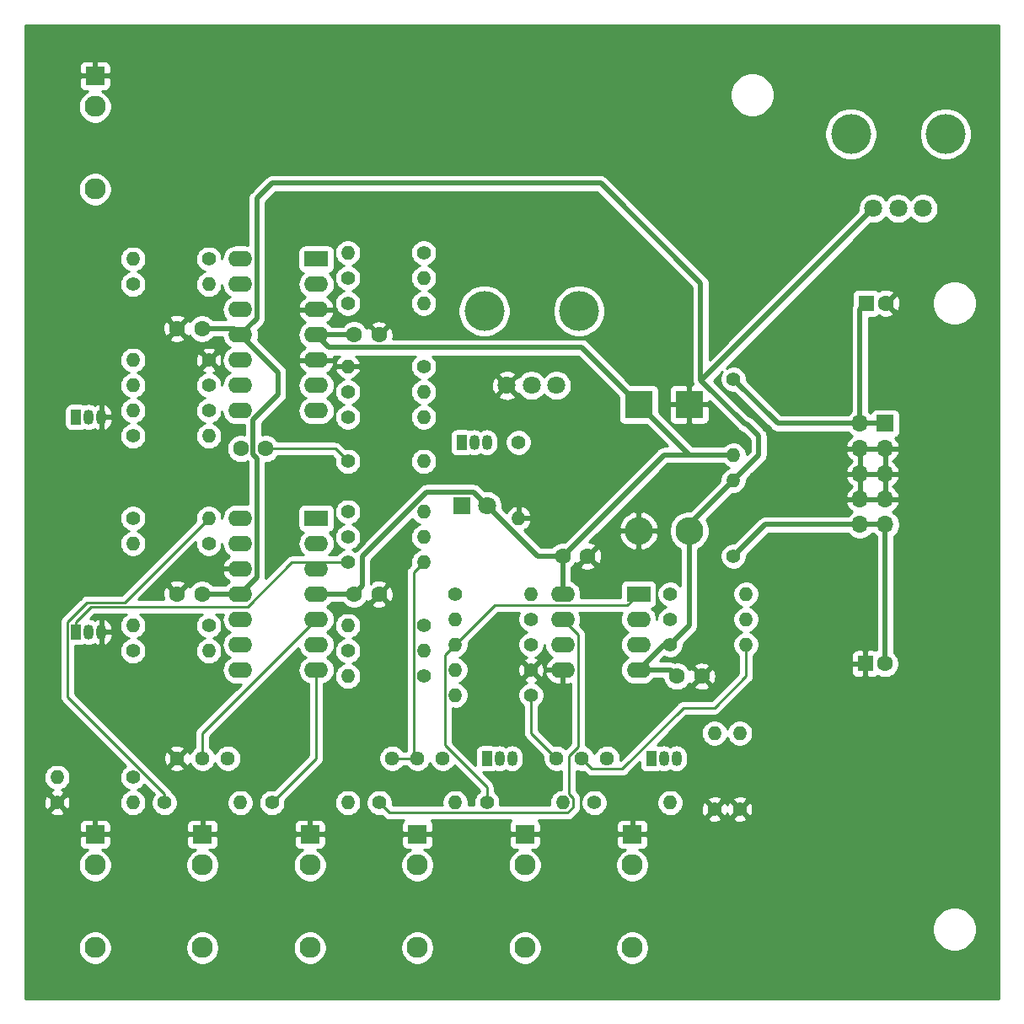
<source format=gtl>
%TF.GenerationSoftware,KiCad,Pcbnew,5.1.12-1.fc34*%
%TF.CreationDate,2022-01-17T20:48:41+01:00*%
%TF.ProjectId,lfo,6c666f2e-6b69-4636-9164-5f7063625858,rev?*%
%TF.SameCoordinates,Original*%
%TF.FileFunction,Copper,L1,Top*%
%TF.FilePolarity,Positive*%
%FSLAX46Y46*%
G04 Gerber Fmt 4.6, Leading zero omitted, Abs format (unit mm)*
G04 Created by KiCad (PCBNEW 5.1.12-1.fc34) date 2022-01-17 20:48:41*
%MOMM*%
%LPD*%
G01*
G04 APERTURE LIST*
%TA.AperFunction,WasherPad*%
%ADD10C,4.000000*%
%TD*%
%TA.AperFunction,ComponentPad*%
%ADD11C,1.800000*%
%TD*%
%TA.AperFunction,ComponentPad*%
%ADD12O,2.400000X1.600000*%
%TD*%
%TA.AperFunction,ComponentPad*%
%ADD13R,2.400000X1.600000*%
%TD*%
%TA.AperFunction,ComponentPad*%
%ADD14C,1.440000*%
%TD*%
%TA.AperFunction,ComponentPad*%
%ADD15O,1.400000X1.400000*%
%TD*%
%TA.AperFunction,ComponentPad*%
%ADD16C,1.400000*%
%TD*%
%TA.AperFunction,ComponentPad*%
%ADD17R,1.050000X1.500000*%
%TD*%
%TA.AperFunction,ComponentPad*%
%ADD18O,1.050000X1.500000*%
%TD*%
%TA.AperFunction,ComponentPad*%
%ADD19C,2.130000*%
%TD*%
%TA.AperFunction,ComponentPad*%
%ADD20R,1.930000X1.830000*%
%TD*%
%TA.AperFunction,ComponentPad*%
%ADD21O,1.700000X1.700000*%
%TD*%
%TA.AperFunction,ComponentPad*%
%ADD22R,1.700000X1.700000*%
%TD*%
%TA.AperFunction,ComponentPad*%
%ADD23O,2.800000X2.800000*%
%TD*%
%TA.AperFunction,ComponentPad*%
%ADD24R,2.800000X2.800000*%
%TD*%
%TA.AperFunction,ComponentPad*%
%ADD25R,1.800000X1.800000*%
%TD*%
%TA.AperFunction,ComponentPad*%
%ADD26C,1.600000*%
%TD*%
%TA.AperFunction,ComponentPad*%
%ADD27R,1.600000X1.600000*%
%TD*%
%TA.AperFunction,Conductor*%
%ADD28C,0.500000*%
%TD*%
%TA.AperFunction,Conductor*%
%ADD29C,0.250000*%
%TD*%
%TA.AperFunction,Conductor*%
%ADD30C,0.254000*%
%TD*%
%TA.AperFunction,Conductor*%
%ADD31C,0.100000*%
%TD*%
G04 APERTURE END LIST*
D10*
X113375000Y-73780000D03*
X103875000Y-73780000D03*
D11*
X111125000Y-81280000D03*
X108625000Y-81280000D03*
X106125000Y-81280000D03*
D12*
X111760000Y-102235000D03*
X119380000Y-109855000D03*
X111760000Y-104775000D03*
X119380000Y-107315000D03*
X111760000Y-107315000D03*
X119380000Y-104775000D03*
X111760000Y-109855000D03*
D13*
X119380000Y-102235000D03*
D12*
X79375000Y-94615000D03*
X86995000Y-109855000D03*
X79375000Y-97155000D03*
X86995000Y-107315000D03*
X79375000Y-99695000D03*
X86995000Y-104775000D03*
X79375000Y-102235000D03*
X86995000Y-102235000D03*
X79375000Y-104775000D03*
X86995000Y-99695000D03*
X79375000Y-107315000D03*
X86995000Y-97155000D03*
X79375000Y-109855000D03*
D13*
X86995000Y-94615000D03*
D12*
X79375000Y-68580000D03*
X86995000Y-83820000D03*
X79375000Y-71120000D03*
X86995000Y-81280000D03*
X79375000Y-73660000D03*
X86995000Y-78740000D03*
X79375000Y-76200000D03*
X86995000Y-76200000D03*
X79375000Y-78740000D03*
X86995000Y-73660000D03*
X79375000Y-81280000D03*
X86995000Y-71120000D03*
X79375000Y-83820000D03*
D13*
X86995000Y-68580000D03*
D14*
X116205000Y-118745000D03*
X113665000Y-118745000D03*
X111125000Y-118745000D03*
X99695000Y-118745000D03*
X97155000Y-118745000D03*
X94615000Y-118745000D03*
D10*
X150205000Y-56000000D03*
X140705000Y-56000000D03*
D11*
X147955000Y-63500000D03*
X145455000Y-63500000D03*
X142955000Y-63500000D03*
D15*
X100965000Y-104775000D03*
D16*
X108585000Y-104775000D03*
D15*
X128905000Y-90805000D03*
D16*
X128905000Y-98425000D03*
D15*
X128905000Y-88265000D03*
D16*
X128905000Y-80645000D03*
D15*
X90170000Y-67945000D03*
D16*
X97790000Y-67945000D03*
D15*
X79375000Y-123190000D03*
D16*
X71755000Y-123190000D03*
D15*
X100965000Y-123190000D03*
D16*
X93345000Y-123190000D03*
D15*
X76200000Y-94615000D03*
D16*
X68580000Y-94615000D03*
D15*
X90170000Y-123190000D03*
D16*
X82550000Y-123190000D03*
D15*
X68580000Y-97155000D03*
D16*
X76200000Y-97155000D03*
D15*
X90170000Y-110490000D03*
D16*
X97790000Y-110490000D03*
D15*
X111760000Y-123190000D03*
D16*
X104140000Y-123190000D03*
D14*
X78105000Y-118745000D03*
X75565000Y-118745000D03*
X73025000Y-118745000D03*
D15*
X100965000Y-107315000D03*
D16*
X108585000Y-107315000D03*
D15*
X90170000Y-105410000D03*
D16*
X97790000Y-105410000D03*
D15*
X97790000Y-107950000D03*
D16*
X90170000Y-107950000D03*
D15*
X130175000Y-102235000D03*
D16*
X122555000Y-102235000D03*
D15*
X127000000Y-116205000D03*
D16*
X127000000Y-123825000D03*
D15*
X129540000Y-116205000D03*
D16*
X129540000Y-123825000D03*
D15*
X97790000Y-93980000D03*
D16*
X90170000Y-93980000D03*
D15*
X130175000Y-104775000D03*
D16*
X122555000Y-104775000D03*
D15*
X130175000Y-107315000D03*
D16*
X122555000Y-107315000D03*
D15*
X100965000Y-112395000D03*
D16*
X108585000Y-112395000D03*
D15*
X97790000Y-99060000D03*
D16*
X90170000Y-99060000D03*
D15*
X97790000Y-96520000D03*
D16*
X90170000Y-96520000D03*
D15*
X68580000Y-123190000D03*
D16*
X60960000Y-123190000D03*
D15*
X108585000Y-102235000D03*
D16*
X100965000Y-102235000D03*
D15*
X60960000Y-120650000D03*
D16*
X68580000Y-120650000D03*
D15*
X68580000Y-105410000D03*
D16*
X76200000Y-105410000D03*
D15*
X76200000Y-107950000D03*
D16*
X68580000Y-107950000D03*
D15*
X100965000Y-109855000D03*
D16*
X108585000Y-109855000D03*
D15*
X122555000Y-123190000D03*
D16*
X114935000Y-123190000D03*
D15*
X76200000Y-71120000D03*
D16*
X68580000Y-71120000D03*
D15*
X107315000Y-94615000D03*
D16*
X107315000Y-86995000D03*
D15*
X68580000Y-68580000D03*
D16*
X76200000Y-68580000D03*
D15*
X97790000Y-88900000D03*
D16*
X90170000Y-88900000D03*
D15*
X90170000Y-79375000D03*
D16*
X97790000Y-79375000D03*
D15*
X68580000Y-78740000D03*
D16*
X76200000Y-78740000D03*
D15*
X76200000Y-86360000D03*
D16*
X68580000Y-86360000D03*
D15*
X68580000Y-81280000D03*
D16*
X76200000Y-81280000D03*
D15*
X68580000Y-83820000D03*
D16*
X76200000Y-83820000D03*
D15*
X97790000Y-84455000D03*
D16*
X90170000Y-84455000D03*
D15*
X97790000Y-81915000D03*
D16*
X90170000Y-81915000D03*
D15*
X97790000Y-73025000D03*
D16*
X90170000Y-73025000D03*
D15*
X97790000Y-70485000D03*
D16*
X90170000Y-70485000D03*
D17*
X120650000Y-118745000D03*
D18*
X123190000Y-118745000D03*
X121920000Y-118745000D03*
D17*
X62865000Y-106045000D03*
D18*
X65405000Y-106045000D03*
X64135000Y-106045000D03*
D17*
X104140000Y-118745000D03*
D18*
X106680000Y-118745000D03*
X105410000Y-118745000D03*
D17*
X101600000Y-86995000D03*
D18*
X104140000Y-86995000D03*
X102870000Y-86995000D03*
D17*
X62865000Y-84455000D03*
D18*
X65405000Y-84455000D03*
X64135000Y-84455000D03*
D19*
X75565000Y-137765000D03*
D20*
X75565000Y-126365000D03*
D19*
X75565000Y-129465000D03*
X97155000Y-137765000D03*
D20*
X97155000Y-126365000D03*
D19*
X97155000Y-129465000D03*
X107950000Y-137765000D03*
D20*
X107950000Y-126365000D03*
D19*
X107950000Y-129465000D03*
X86360000Y-137765000D03*
D20*
X86360000Y-126365000D03*
D19*
X86360000Y-129465000D03*
X64770000Y-137765000D03*
D20*
X64770000Y-126365000D03*
D19*
X64770000Y-129465000D03*
X118745000Y-137765000D03*
D20*
X118745000Y-126365000D03*
D19*
X118745000Y-129465000D03*
D21*
X141605000Y-95250000D03*
X144145000Y-95250000D03*
X141605000Y-92710000D03*
X144145000Y-92710000D03*
X141605000Y-90170000D03*
X144145000Y-90170000D03*
X141605000Y-87630000D03*
X144145000Y-87630000D03*
X141605000Y-85090000D03*
D22*
X144145000Y-85090000D03*
D19*
X64770000Y-61565000D03*
D20*
X64770000Y-50165000D03*
D19*
X64770000Y-53265000D03*
D23*
X124460000Y-95885000D03*
D24*
X124460000Y-83185000D03*
D23*
X119380000Y-95885000D03*
D24*
X119380000Y-83185000D03*
D11*
X104140000Y-93345000D03*
D25*
X101600000Y-93345000D03*
D26*
X144145000Y-109220000D03*
D27*
X142145000Y-109220000D03*
D26*
X144240000Y-73025000D03*
D27*
X142240000Y-73025000D03*
D26*
X79415000Y-87630000D03*
X81915000Y-87630000D03*
X123230000Y-110490000D03*
X125730000Y-110490000D03*
X114260000Y-98425000D03*
X111760000Y-98425000D03*
X75525000Y-102235000D03*
X73025000Y-102235000D03*
X93305000Y-102235000D03*
X90805000Y-102235000D03*
X75525000Y-75565000D03*
X73025000Y-75565000D03*
X93305000Y-76200000D03*
X90805000Y-76200000D03*
D28*
X124460000Y-88265000D02*
X119380000Y-83185000D01*
X128905000Y-88265000D02*
X124460000Y-88265000D01*
X113645001Y-77450001D02*
X119380000Y-83185000D01*
X88245001Y-77450001D02*
X113645001Y-77450001D01*
X86995000Y-76200000D02*
X88245001Y-77450001D01*
X86995000Y-76200000D02*
X90805000Y-76200000D01*
X86995000Y-102235000D02*
X90805000Y-102235000D01*
X98072999Y-91994999D02*
X102789999Y-91994999D01*
X91604999Y-101435001D02*
X91604999Y-98462999D01*
X102789999Y-91994999D02*
X104140000Y-93345000D01*
X91604999Y-98462999D02*
X98072999Y-91994999D01*
X90805000Y-102235000D02*
X91604999Y-101435001D01*
X109220000Y-98425000D02*
X111760000Y-98425000D01*
X104140000Y-93345000D02*
X109220000Y-98425000D01*
X111760000Y-98425000D02*
X111760000Y-102235000D01*
X121920000Y-88265000D02*
X124460000Y-88265000D01*
X111760000Y-98425000D02*
X121920000Y-88265000D01*
X124460000Y-95250000D02*
X124460000Y-95885000D01*
X128905000Y-90805000D02*
X124460000Y-95250000D01*
X83165010Y-79990010D02*
X79375000Y-76200000D01*
X78740000Y-75565000D02*
X79375000Y-76200000D01*
X75525000Y-75565000D02*
X78740000Y-75565000D01*
X83165010Y-82197771D02*
X83165010Y-79990010D01*
X80665000Y-84697781D02*
X83165010Y-82197771D01*
X80665000Y-88230002D02*
X80665000Y-84697781D01*
X81025010Y-88590012D02*
X80665000Y-88230002D01*
X81025010Y-100584990D02*
X81025010Y-88590012D01*
X79375000Y-102235000D02*
X81025010Y-100584990D01*
X79375000Y-102235000D02*
X75525000Y-102235000D01*
X128905000Y-90805000D02*
X130055001Y-89654999D01*
X125710001Y-80744999D02*
X125630001Y-80744999D01*
X142955000Y-63500000D02*
X125710001Y-80744999D01*
X130055001Y-85169999D02*
X125630001Y-80744999D01*
X124460000Y-105410000D02*
X124460000Y-95885000D01*
X122555000Y-107315000D02*
X124460000Y-105410000D01*
X121920000Y-107315000D02*
X119380000Y-109855000D01*
X122555000Y-107315000D02*
X121920000Y-107315000D01*
X122595000Y-109855000D02*
X123230000Y-110490000D01*
X119380000Y-109855000D02*
X122595000Y-109855000D01*
X125630001Y-71020001D02*
X125630001Y-80744999D01*
X115570000Y-60960000D02*
X125630001Y-71020001D01*
X82550000Y-60960000D02*
X115570000Y-60960000D01*
X81025010Y-62484990D02*
X82550000Y-60960000D01*
X81025010Y-74549990D02*
X81025010Y-62484990D01*
X79375000Y-76200000D02*
X81025010Y-74549990D01*
X130055001Y-85169999D02*
X130254999Y-85169999D01*
X130254999Y-85169999D02*
X131445000Y-86360000D01*
X131445000Y-88265000D02*
X130055001Y-89654999D01*
X131445000Y-86360000D02*
X131445000Y-88265000D01*
D29*
X96764999Y-118354999D02*
X97155000Y-118745000D01*
X96764999Y-100085001D02*
X96764999Y-118354999D01*
X97790000Y-99060000D02*
X96764999Y-100085001D01*
X94615000Y-118745000D02*
X97155000Y-118745000D01*
X88900000Y-87630000D02*
X90170000Y-88900000D01*
X81915000Y-87630000D02*
X88900000Y-87630000D01*
D28*
X144145000Y-85090000D02*
X141605000Y-85090000D01*
X141605000Y-73660000D02*
X142240000Y-73025000D01*
X141605000Y-85090000D02*
X141605000Y-73660000D01*
X133350000Y-85090000D02*
X128905000Y-80645000D01*
X141605000Y-85090000D02*
X133350000Y-85090000D01*
X141605000Y-95250000D02*
X144145000Y-95250000D01*
X144145000Y-95250000D02*
X144145000Y-109220000D01*
X132080000Y-95250000D02*
X128905000Y-98425000D01*
X141605000Y-95250000D02*
X132080000Y-95250000D01*
D29*
X62865000Y-105045000D02*
X62865000Y-106045000D01*
X64405000Y-103505000D02*
X62865000Y-105045000D01*
X80096004Y-103505000D02*
X64405000Y-103505000D01*
X84541004Y-99060000D02*
X80096004Y-103505000D01*
X86995000Y-99695000D02*
X86995000Y-99060000D01*
X86995000Y-99060000D02*
X84541004Y-99060000D01*
X90170000Y-99060000D02*
X86995000Y-99060000D01*
X108585000Y-116205000D02*
X111125000Y-118745000D01*
X108585000Y-112395000D02*
X108585000Y-116205000D01*
X130175000Y-108304949D02*
X130175000Y-107315000D01*
X114710001Y-119790001D02*
X117744997Y-119790001D01*
X113665000Y-118745000D02*
X114710001Y-119790001D01*
X117744997Y-119790001D02*
X123869998Y-113665000D01*
X123869998Y-113665000D02*
X127000000Y-113665000D01*
X130175000Y-110490000D02*
X130175000Y-107315000D01*
X127000000Y-113665000D02*
X130175000Y-110490000D01*
X118254990Y-103360010D02*
X119380000Y-102235000D01*
X104919990Y-103360010D02*
X118254990Y-103360010D01*
X100965000Y-107315000D02*
X104919990Y-103360010D01*
X104140000Y-121643398D02*
X104140000Y-123190000D01*
X99939999Y-117443397D02*
X104140000Y-121643398D01*
X99939999Y-108340001D02*
X99939999Y-117443397D01*
X100965000Y-107315000D02*
X99939999Y-108340001D01*
X75565000Y-116205000D02*
X75565000Y-118745000D01*
X86995000Y-104775000D02*
X75565000Y-116205000D01*
X86995000Y-118745000D02*
X82550000Y-123190000D01*
X86995000Y-109855000D02*
X86995000Y-118745000D01*
X71755000Y-122307998D02*
X71755000Y-123190000D01*
X62014999Y-112567997D02*
X71755000Y-122307998D01*
X62014999Y-105034999D02*
X62014999Y-112567997D01*
X63995008Y-103054990D02*
X62014999Y-105034999D01*
X67760010Y-103054990D02*
X63995008Y-103054990D01*
X76200000Y-94615000D02*
X67760010Y-103054990D01*
X93345000Y-123190000D02*
X94370001Y-124215001D01*
X112785001Y-123682001D02*
X112252001Y-124215001D01*
X112785001Y-122697999D02*
X112785001Y-123682001D01*
X112395000Y-122307998D02*
X112785001Y-122697999D01*
X112252001Y-124215001D02*
X112004999Y-124215001D01*
X112395000Y-118468398D02*
X112395000Y-122307998D01*
X113285010Y-117578388D02*
X112395000Y-118468398D01*
X111760000Y-104775000D02*
X113285010Y-106300010D01*
X113285010Y-106300010D02*
X113285010Y-117578388D01*
X112004999Y-124215001D02*
X112281601Y-124215001D01*
X94370001Y-124215001D02*
X112004999Y-124215001D01*
D30*
X155550001Y-142850000D02*
X57810000Y-142850000D01*
X57810000Y-137597565D01*
X63070000Y-137597565D01*
X63070000Y-137932435D01*
X63135330Y-138260872D01*
X63263479Y-138570252D01*
X63449523Y-138848687D01*
X63686313Y-139085477D01*
X63964748Y-139271521D01*
X64274128Y-139399670D01*
X64602565Y-139465000D01*
X64937435Y-139465000D01*
X65265872Y-139399670D01*
X65575252Y-139271521D01*
X65853687Y-139085477D01*
X66090477Y-138848687D01*
X66276521Y-138570252D01*
X66404670Y-138260872D01*
X66470000Y-137932435D01*
X66470000Y-137597565D01*
X73865000Y-137597565D01*
X73865000Y-137932435D01*
X73930330Y-138260872D01*
X74058479Y-138570252D01*
X74244523Y-138848687D01*
X74481313Y-139085477D01*
X74759748Y-139271521D01*
X75069128Y-139399670D01*
X75397565Y-139465000D01*
X75732435Y-139465000D01*
X76060872Y-139399670D01*
X76370252Y-139271521D01*
X76648687Y-139085477D01*
X76885477Y-138848687D01*
X77071521Y-138570252D01*
X77199670Y-138260872D01*
X77265000Y-137932435D01*
X77265000Y-137597565D01*
X84660000Y-137597565D01*
X84660000Y-137932435D01*
X84725330Y-138260872D01*
X84853479Y-138570252D01*
X85039523Y-138848687D01*
X85276313Y-139085477D01*
X85554748Y-139271521D01*
X85864128Y-139399670D01*
X86192565Y-139465000D01*
X86527435Y-139465000D01*
X86855872Y-139399670D01*
X87165252Y-139271521D01*
X87443687Y-139085477D01*
X87680477Y-138848687D01*
X87866521Y-138570252D01*
X87994670Y-138260872D01*
X88060000Y-137932435D01*
X88060000Y-137597565D01*
X95455000Y-137597565D01*
X95455000Y-137932435D01*
X95520330Y-138260872D01*
X95648479Y-138570252D01*
X95834523Y-138848687D01*
X96071313Y-139085477D01*
X96349748Y-139271521D01*
X96659128Y-139399670D01*
X96987565Y-139465000D01*
X97322435Y-139465000D01*
X97650872Y-139399670D01*
X97960252Y-139271521D01*
X98238687Y-139085477D01*
X98475477Y-138848687D01*
X98661521Y-138570252D01*
X98789670Y-138260872D01*
X98855000Y-137932435D01*
X98855000Y-137597565D01*
X106250000Y-137597565D01*
X106250000Y-137932435D01*
X106315330Y-138260872D01*
X106443479Y-138570252D01*
X106629523Y-138848687D01*
X106866313Y-139085477D01*
X107144748Y-139271521D01*
X107454128Y-139399670D01*
X107782565Y-139465000D01*
X108117435Y-139465000D01*
X108445872Y-139399670D01*
X108755252Y-139271521D01*
X109033687Y-139085477D01*
X109270477Y-138848687D01*
X109456521Y-138570252D01*
X109584670Y-138260872D01*
X109650000Y-137932435D01*
X109650000Y-137597565D01*
X117045000Y-137597565D01*
X117045000Y-137932435D01*
X117110330Y-138260872D01*
X117238479Y-138570252D01*
X117424523Y-138848687D01*
X117661313Y-139085477D01*
X117939748Y-139271521D01*
X118249128Y-139399670D01*
X118577565Y-139465000D01*
X118912435Y-139465000D01*
X119240872Y-139399670D01*
X119550252Y-139271521D01*
X119828687Y-139085477D01*
X120065477Y-138848687D01*
X120251521Y-138570252D01*
X120379670Y-138260872D01*
X120445000Y-137932435D01*
X120445000Y-137597565D01*
X120379670Y-137269128D01*
X120251521Y-136959748D01*
X120065477Y-136681313D01*
X119828687Y-136444523D01*
X119550252Y-136258479D01*
X119240872Y-136130330D01*
X118912435Y-136065000D01*
X118577565Y-136065000D01*
X118249128Y-136130330D01*
X117939748Y-136258479D01*
X117661313Y-136444523D01*
X117424523Y-136681313D01*
X117238479Y-136959748D01*
X117110330Y-137269128D01*
X117045000Y-137597565D01*
X109650000Y-137597565D01*
X109584670Y-137269128D01*
X109456521Y-136959748D01*
X109270477Y-136681313D01*
X109033687Y-136444523D01*
X108755252Y-136258479D01*
X108445872Y-136130330D01*
X108117435Y-136065000D01*
X107782565Y-136065000D01*
X107454128Y-136130330D01*
X107144748Y-136258479D01*
X106866313Y-136444523D01*
X106629523Y-136681313D01*
X106443479Y-136959748D01*
X106315330Y-137269128D01*
X106250000Y-137597565D01*
X98855000Y-137597565D01*
X98789670Y-137269128D01*
X98661521Y-136959748D01*
X98475477Y-136681313D01*
X98238687Y-136444523D01*
X97960252Y-136258479D01*
X97650872Y-136130330D01*
X97322435Y-136065000D01*
X96987565Y-136065000D01*
X96659128Y-136130330D01*
X96349748Y-136258479D01*
X96071313Y-136444523D01*
X95834523Y-136681313D01*
X95648479Y-136959748D01*
X95520330Y-137269128D01*
X95455000Y-137597565D01*
X88060000Y-137597565D01*
X87994670Y-137269128D01*
X87866521Y-136959748D01*
X87680477Y-136681313D01*
X87443687Y-136444523D01*
X87165252Y-136258479D01*
X86855872Y-136130330D01*
X86527435Y-136065000D01*
X86192565Y-136065000D01*
X85864128Y-136130330D01*
X85554748Y-136258479D01*
X85276313Y-136444523D01*
X85039523Y-136681313D01*
X84853479Y-136959748D01*
X84725330Y-137269128D01*
X84660000Y-137597565D01*
X77265000Y-137597565D01*
X77199670Y-137269128D01*
X77071521Y-136959748D01*
X76885477Y-136681313D01*
X76648687Y-136444523D01*
X76370252Y-136258479D01*
X76060872Y-136130330D01*
X75732435Y-136065000D01*
X75397565Y-136065000D01*
X75069128Y-136130330D01*
X74759748Y-136258479D01*
X74481313Y-136444523D01*
X74244523Y-136681313D01*
X74058479Y-136959748D01*
X73930330Y-137269128D01*
X73865000Y-137597565D01*
X66470000Y-137597565D01*
X66404670Y-137269128D01*
X66276521Y-136959748D01*
X66090477Y-136681313D01*
X65853687Y-136444523D01*
X65575252Y-136258479D01*
X65265872Y-136130330D01*
X64937435Y-136065000D01*
X64602565Y-136065000D01*
X64274128Y-136130330D01*
X63964748Y-136258479D01*
X63686313Y-136444523D01*
X63449523Y-136681313D01*
X63263479Y-136959748D01*
X63135330Y-137269128D01*
X63070000Y-137597565D01*
X57810000Y-137597565D01*
X57810000Y-135669872D01*
X148895000Y-135669872D01*
X148895000Y-136110128D01*
X148980890Y-136541925D01*
X149149369Y-136948669D01*
X149393962Y-137314729D01*
X149705271Y-137626038D01*
X150071331Y-137870631D01*
X150478075Y-138039110D01*
X150909872Y-138125000D01*
X151350128Y-138125000D01*
X151781925Y-138039110D01*
X152188669Y-137870631D01*
X152554729Y-137626038D01*
X152866038Y-137314729D01*
X153110631Y-136948669D01*
X153279110Y-136541925D01*
X153365000Y-136110128D01*
X153365000Y-135669872D01*
X153279110Y-135238075D01*
X153110631Y-134831331D01*
X152866038Y-134465271D01*
X152554729Y-134153962D01*
X152188669Y-133909369D01*
X151781925Y-133740890D01*
X151350128Y-133655000D01*
X150909872Y-133655000D01*
X150478075Y-133740890D01*
X150071331Y-133909369D01*
X149705271Y-134153962D01*
X149393962Y-134465271D01*
X149149369Y-134831331D01*
X148980890Y-135238075D01*
X148895000Y-135669872D01*
X57810000Y-135669872D01*
X57810000Y-129297565D01*
X63070000Y-129297565D01*
X63070000Y-129632435D01*
X63135330Y-129960872D01*
X63263479Y-130270252D01*
X63449523Y-130548687D01*
X63686313Y-130785477D01*
X63964748Y-130971521D01*
X64274128Y-131099670D01*
X64602565Y-131165000D01*
X64937435Y-131165000D01*
X65265872Y-131099670D01*
X65575252Y-130971521D01*
X65853687Y-130785477D01*
X66090477Y-130548687D01*
X66276521Y-130270252D01*
X66404670Y-129960872D01*
X66470000Y-129632435D01*
X66470000Y-129297565D01*
X73865000Y-129297565D01*
X73865000Y-129632435D01*
X73930330Y-129960872D01*
X74058479Y-130270252D01*
X74244523Y-130548687D01*
X74481313Y-130785477D01*
X74759748Y-130971521D01*
X75069128Y-131099670D01*
X75397565Y-131165000D01*
X75732435Y-131165000D01*
X76060872Y-131099670D01*
X76370252Y-130971521D01*
X76648687Y-130785477D01*
X76885477Y-130548687D01*
X77071521Y-130270252D01*
X77199670Y-129960872D01*
X77265000Y-129632435D01*
X77265000Y-129297565D01*
X84660000Y-129297565D01*
X84660000Y-129632435D01*
X84725330Y-129960872D01*
X84853479Y-130270252D01*
X85039523Y-130548687D01*
X85276313Y-130785477D01*
X85554748Y-130971521D01*
X85864128Y-131099670D01*
X86192565Y-131165000D01*
X86527435Y-131165000D01*
X86855872Y-131099670D01*
X87165252Y-130971521D01*
X87443687Y-130785477D01*
X87680477Y-130548687D01*
X87866521Y-130270252D01*
X87994670Y-129960872D01*
X88060000Y-129632435D01*
X88060000Y-129297565D01*
X95455000Y-129297565D01*
X95455000Y-129632435D01*
X95520330Y-129960872D01*
X95648479Y-130270252D01*
X95834523Y-130548687D01*
X96071313Y-130785477D01*
X96349748Y-130971521D01*
X96659128Y-131099670D01*
X96987565Y-131165000D01*
X97322435Y-131165000D01*
X97650872Y-131099670D01*
X97960252Y-130971521D01*
X98238687Y-130785477D01*
X98475477Y-130548687D01*
X98661521Y-130270252D01*
X98789670Y-129960872D01*
X98855000Y-129632435D01*
X98855000Y-129297565D01*
X106250000Y-129297565D01*
X106250000Y-129632435D01*
X106315330Y-129960872D01*
X106443479Y-130270252D01*
X106629523Y-130548687D01*
X106866313Y-130785477D01*
X107144748Y-130971521D01*
X107454128Y-131099670D01*
X107782565Y-131165000D01*
X108117435Y-131165000D01*
X108445872Y-131099670D01*
X108755252Y-130971521D01*
X109033687Y-130785477D01*
X109270477Y-130548687D01*
X109456521Y-130270252D01*
X109584670Y-129960872D01*
X109650000Y-129632435D01*
X109650000Y-129297565D01*
X117045000Y-129297565D01*
X117045000Y-129632435D01*
X117110330Y-129960872D01*
X117238479Y-130270252D01*
X117424523Y-130548687D01*
X117661313Y-130785477D01*
X117939748Y-130971521D01*
X118249128Y-131099670D01*
X118577565Y-131165000D01*
X118912435Y-131165000D01*
X119240872Y-131099670D01*
X119550252Y-130971521D01*
X119828687Y-130785477D01*
X120065477Y-130548687D01*
X120251521Y-130270252D01*
X120379670Y-129960872D01*
X120445000Y-129632435D01*
X120445000Y-129297565D01*
X120379670Y-128969128D01*
X120251521Y-128659748D01*
X120065477Y-128381313D01*
X119828687Y-128144523D01*
X119550252Y-127958479D01*
X119449860Y-127916895D01*
X119710000Y-127918072D01*
X119834482Y-127905812D01*
X119954180Y-127869502D01*
X120064494Y-127810537D01*
X120161185Y-127731185D01*
X120240537Y-127634494D01*
X120299502Y-127524180D01*
X120335812Y-127404482D01*
X120348072Y-127280000D01*
X120345000Y-126650750D01*
X120186250Y-126492000D01*
X118872000Y-126492000D01*
X118872000Y-126512000D01*
X118618000Y-126512000D01*
X118618000Y-126492000D01*
X117303750Y-126492000D01*
X117145000Y-126650750D01*
X117141928Y-127280000D01*
X117154188Y-127404482D01*
X117190498Y-127524180D01*
X117249463Y-127634494D01*
X117328815Y-127731185D01*
X117425506Y-127810537D01*
X117535820Y-127869502D01*
X117655518Y-127905812D01*
X117780000Y-127918072D01*
X118040140Y-127916895D01*
X117939748Y-127958479D01*
X117661313Y-128144523D01*
X117424523Y-128381313D01*
X117238479Y-128659748D01*
X117110330Y-128969128D01*
X117045000Y-129297565D01*
X109650000Y-129297565D01*
X109584670Y-128969128D01*
X109456521Y-128659748D01*
X109270477Y-128381313D01*
X109033687Y-128144523D01*
X108755252Y-127958479D01*
X108654860Y-127916895D01*
X108915000Y-127918072D01*
X109039482Y-127905812D01*
X109159180Y-127869502D01*
X109269494Y-127810537D01*
X109366185Y-127731185D01*
X109445537Y-127634494D01*
X109504502Y-127524180D01*
X109540812Y-127404482D01*
X109553072Y-127280000D01*
X109550000Y-126650750D01*
X109391250Y-126492000D01*
X108077000Y-126492000D01*
X108077000Y-126512000D01*
X107823000Y-126512000D01*
X107823000Y-126492000D01*
X106508750Y-126492000D01*
X106350000Y-126650750D01*
X106346928Y-127280000D01*
X106359188Y-127404482D01*
X106395498Y-127524180D01*
X106454463Y-127634494D01*
X106533815Y-127731185D01*
X106630506Y-127810537D01*
X106740820Y-127869502D01*
X106860518Y-127905812D01*
X106985000Y-127918072D01*
X107245140Y-127916895D01*
X107144748Y-127958479D01*
X106866313Y-128144523D01*
X106629523Y-128381313D01*
X106443479Y-128659748D01*
X106315330Y-128969128D01*
X106250000Y-129297565D01*
X98855000Y-129297565D01*
X98789670Y-128969128D01*
X98661521Y-128659748D01*
X98475477Y-128381313D01*
X98238687Y-128144523D01*
X97960252Y-127958479D01*
X97859860Y-127916895D01*
X98120000Y-127918072D01*
X98244482Y-127905812D01*
X98364180Y-127869502D01*
X98474494Y-127810537D01*
X98571185Y-127731185D01*
X98650537Y-127634494D01*
X98709502Y-127524180D01*
X98745812Y-127404482D01*
X98758072Y-127280000D01*
X98755000Y-126650750D01*
X98596250Y-126492000D01*
X97282000Y-126492000D01*
X97282000Y-126512000D01*
X97028000Y-126512000D01*
X97028000Y-126492000D01*
X95713750Y-126492000D01*
X95555000Y-126650750D01*
X95551928Y-127280000D01*
X95564188Y-127404482D01*
X95600498Y-127524180D01*
X95659463Y-127634494D01*
X95738815Y-127731185D01*
X95835506Y-127810537D01*
X95945820Y-127869502D01*
X96065518Y-127905812D01*
X96190000Y-127918072D01*
X96450140Y-127916895D01*
X96349748Y-127958479D01*
X96071313Y-128144523D01*
X95834523Y-128381313D01*
X95648479Y-128659748D01*
X95520330Y-128969128D01*
X95455000Y-129297565D01*
X88060000Y-129297565D01*
X87994670Y-128969128D01*
X87866521Y-128659748D01*
X87680477Y-128381313D01*
X87443687Y-128144523D01*
X87165252Y-127958479D01*
X87064860Y-127916895D01*
X87325000Y-127918072D01*
X87449482Y-127905812D01*
X87569180Y-127869502D01*
X87679494Y-127810537D01*
X87776185Y-127731185D01*
X87855537Y-127634494D01*
X87914502Y-127524180D01*
X87950812Y-127404482D01*
X87963072Y-127280000D01*
X87960000Y-126650750D01*
X87801250Y-126492000D01*
X86487000Y-126492000D01*
X86487000Y-126512000D01*
X86233000Y-126512000D01*
X86233000Y-126492000D01*
X84918750Y-126492000D01*
X84760000Y-126650750D01*
X84756928Y-127280000D01*
X84769188Y-127404482D01*
X84805498Y-127524180D01*
X84864463Y-127634494D01*
X84943815Y-127731185D01*
X85040506Y-127810537D01*
X85150820Y-127869502D01*
X85270518Y-127905812D01*
X85395000Y-127918072D01*
X85655140Y-127916895D01*
X85554748Y-127958479D01*
X85276313Y-128144523D01*
X85039523Y-128381313D01*
X84853479Y-128659748D01*
X84725330Y-128969128D01*
X84660000Y-129297565D01*
X77265000Y-129297565D01*
X77199670Y-128969128D01*
X77071521Y-128659748D01*
X76885477Y-128381313D01*
X76648687Y-128144523D01*
X76370252Y-127958479D01*
X76269860Y-127916895D01*
X76530000Y-127918072D01*
X76654482Y-127905812D01*
X76774180Y-127869502D01*
X76884494Y-127810537D01*
X76981185Y-127731185D01*
X77060537Y-127634494D01*
X77119502Y-127524180D01*
X77155812Y-127404482D01*
X77168072Y-127280000D01*
X77165000Y-126650750D01*
X77006250Y-126492000D01*
X75692000Y-126492000D01*
X75692000Y-126512000D01*
X75438000Y-126512000D01*
X75438000Y-126492000D01*
X74123750Y-126492000D01*
X73965000Y-126650750D01*
X73961928Y-127280000D01*
X73974188Y-127404482D01*
X74010498Y-127524180D01*
X74069463Y-127634494D01*
X74148815Y-127731185D01*
X74245506Y-127810537D01*
X74355820Y-127869502D01*
X74475518Y-127905812D01*
X74600000Y-127918072D01*
X74860140Y-127916895D01*
X74759748Y-127958479D01*
X74481313Y-128144523D01*
X74244523Y-128381313D01*
X74058479Y-128659748D01*
X73930330Y-128969128D01*
X73865000Y-129297565D01*
X66470000Y-129297565D01*
X66404670Y-128969128D01*
X66276521Y-128659748D01*
X66090477Y-128381313D01*
X65853687Y-128144523D01*
X65575252Y-127958479D01*
X65474860Y-127916895D01*
X65735000Y-127918072D01*
X65859482Y-127905812D01*
X65979180Y-127869502D01*
X66089494Y-127810537D01*
X66186185Y-127731185D01*
X66265537Y-127634494D01*
X66324502Y-127524180D01*
X66360812Y-127404482D01*
X66373072Y-127280000D01*
X66370000Y-126650750D01*
X66211250Y-126492000D01*
X64897000Y-126492000D01*
X64897000Y-126512000D01*
X64643000Y-126512000D01*
X64643000Y-126492000D01*
X63328750Y-126492000D01*
X63170000Y-126650750D01*
X63166928Y-127280000D01*
X63179188Y-127404482D01*
X63215498Y-127524180D01*
X63274463Y-127634494D01*
X63353815Y-127731185D01*
X63450506Y-127810537D01*
X63560820Y-127869502D01*
X63680518Y-127905812D01*
X63805000Y-127918072D01*
X64065140Y-127916895D01*
X63964748Y-127958479D01*
X63686313Y-128144523D01*
X63449523Y-128381313D01*
X63263479Y-128659748D01*
X63135330Y-128969128D01*
X63070000Y-129297565D01*
X57810000Y-129297565D01*
X57810000Y-125450000D01*
X63166928Y-125450000D01*
X63170000Y-126079250D01*
X63328750Y-126238000D01*
X64643000Y-126238000D01*
X64643000Y-124973750D01*
X64897000Y-124973750D01*
X64897000Y-126238000D01*
X66211250Y-126238000D01*
X66370000Y-126079250D01*
X66373072Y-125450000D01*
X73961928Y-125450000D01*
X73965000Y-126079250D01*
X74123750Y-126238000D01*
X75438000Y-126238000D01*
X75438000Y-124973750D01*
X75692000Y-124973750D01*
X75692000Y-126238000D01*
X77006250Y-126238000D01*
X77165000Y-126079250D01*
X77168072Y-125450000D01*
X84756928Y-125450000D01*
X84760000Y-126079250D01*
X84918750Y-126238000D01*
X86233000Y-126238000D01*
X86233000Y-124973750D01*
X86487000Y-124973750D01*
X86487000Y-126238000D01*
X87801250Y-126238000D01*
X87960000Y-126079250D01*
X87963072Y-125450000D01*
X87950812Y-125325518D01*
X87914502Y-125205820D01*
X87855537Y-125095506D01*
X87776185Y-124998815D01*
X87679494Y-124919463D01*
X87569180Y-124860498D01*
X87449482Y-124824188D01*
X87325000Y-124811928D01*
X86645750Y-124815000D01*
X86487000Y-124973750D01*
X86233000Y-124973750D01*
X86074250Y-124815000D01*
X85395000Y-124811928D01*
X85270518Y-124824188D01*
X85150820Y-124860498D01*
X85040506Y-124919463D01*
X84943815Y-124998815D01*
X84864463Y-125095506D01*
X84805498Y-125205820D01*
X84769188Y-125325518D01*
X84756928Y-125450000D01*
X77168072Y-125450000D01*
X77155812Y-125325518D01*
X77119502Y-125205820D01*
X77060537Y-125095506D01*
X76981185Y-124998815D01*
X76884494Y-124919463D01*
X76774180Y-124860498D01*
X76654482Y-124824188D01*
X76530000Y-124811928D01*
X75850750Y-124815000D01*
X75692000Y-124973750D01*
X75438000Y-124973750D01*
X75279250Y-124815000D01*
X74600000Y-124811928D01*
X74475518Y-124824188D01*
X74355820Y-124860498D01*
X74245506Y-124919463D01*
X74148815Y-124998815D01*
X74069463Y-125095506D01*
X74010498Y-125205820D01*
X73974188Y-125325518D01*
X73961928Y-125450000D01*
X66373072Y-125450000D01*
X66360812Y-125325518D01*
X66324502Y-125205820D01*
X66265537Y-125095506D01*
X66186185Y-124998815D01*
X66089494Y-124919463D01*
X65979180Y-124860498D01*
X65859482Y-124824188D01*
X65735000Y-124811928D01*
X65055750Y-124815000D01*
X64897000Y-124973750D01*
X64643000Y-124973750D01*
X64484250Y-124815000D01*
X63805000Y-124811928D01*
X63680518Y-124824188D01*
X63560820Y-124860498D01*
X63450506Y-124919463D01*
X63353815Y-124998815D01*
X63274463Y-125095506D01*
X63215498Y-125205820D01*
X63179188Y-125325518D01*
X63166928Y-125450000D01*
X57810000Y-125450000D01*
X57810000Y-124111269D01*
X60218336Y-124111269D01*
X60277797Y-124345037D01*
X60516242Y-124455934D01*
X60771740Y-124518183D01*
X61034473Y-124529390D01*
X61294344Y-124489125D01*
X61541366Y-124398935D01*
X61642203Y-124345037D01*
X61701664Y-124111269D01*
X60960000Y-123369605D01*
X60218336Y-124111269D01*
X57810000Y-124111269D01*
X57810000Y-123264473D01*
X59620610Y-123264473D01*
X59660875Y-123524344D01*
X59751065Y-123771366D01*
X59804963Y-123872203D01*
X60038731Y-123931664D01*
X60780395Y-123190000D01*
X61139605Y-123190000D01*
X61881269Y-123931664D01*
X62115037Y-123872203D01*
X62225934Y-123633758D01*
X62288183Y-123378260D01*
X62299390Y-123115527D01*
X62259125Y-122855656D01*
X62168935Y-122608634D01*
X62115037Y-122507797D01*
X61881269Y-122448336D01*
X61139605Y-123190000D01*
X60780395Y-123190000D01*
X60038731Y-122448336D01*
X59804963Y-122507797D01*
X59694066Y-122746242D01*
X59631817Y-123001740D01*
X59620610Y-123264473D01*
X57810000Y-123264473D01*
X57810000Y-120518514D01*
X59625000Y-120518514D01*
X59625000Y-120781486D01*
X59676304Y-121039405D01*
X59776939Y-121282359D01*
X59923038Y-121501013D01*
X60108987Y-121686962D01*
X60327641Y-121833061D01*
X60541444Y-121921621D01*
X60378634Y-121981065D01*
X60277797Y-122034963D01*
X60218336Y-122268731D01*
X60960000Y-123010395D01*
X61701664Y-122268731D01*
X61642203Y-122034963D01*
X61403758Y-121924066D01*
X61384173Y-121919294D01*
X61592359Y-121833061D01*
X61811013Y-121686962D01*
X61996962Y-121501013D01*
X62143061Y-121282359D01*
X62243696Y-121039405D01*
X62295000Y-120781486D01*
X62295000Y-120518514D01*
X62243696Y-120260595D01*
X62143061Y-120017641D01*
X61996962Y-119798987D01*
X61811013Y-119613038D01*
X61592359Y-119466939D01*
X61349405Y-119366304D01*
X61091486Y-119315000D01*
X60828514Y-119315000D01*
X60570595Y-119366304D01*
X60327641Y-119466939D01*
X60108987Y-119613038D01*
X59923038Y-119798987D01*
X59776939Y-120017641D01*
X59676304Y-120260595D01*
X59625000Y-120518514D01*
X57810000Y-120518514D01*
X57810000Y-105034999D01*
X61251323Y-105034999D01*
X61254999Y-105072321D01*
X61255000Y-112530665D01*
X61251323Y-112567997D01*
X61265997Y-112716982D01*
X61309453Y-112860243D01*
X61380025Y-112992273D01*
X61451200Y-113078999D01*
X61474999Y-113107998D01*
X61503997Y-113131796D01*
X67882599Y-119510399D01*
X67728987Y-119613038D01*
X67543038Y-119798987D01*
X67396939Y-120017641D01*
X67296304Y-120260595D01*
X67245000Y-120518514D01*
X67245000Y-120781486D01*
X67296304Y-121039405D01*
X67396939Y-121282359D01*
X67543038Y-121501013D01*
X67728987Y-121686962D01*
X67947641Y-121833061D01*
X68157530Y-121920000D01*
X67947641Y-122006939D01*
X67728987Y-122153038D01*
X67543038Y-122338987D01*
X67396939Y-122557641D01*
X67296304Y-122800595D01*
X67245000Y-123058514D01*
X67245000Y-123321486D01*
X67296304Y-123579405D01*
X67396939Y-123822359D01*
X67543038Y-124041013D01*
X67728987Y-124226962D01*
X67947641Y-124373061D01*
X68190595Y-124473696D01*
X68448514Y-124525000D01*
X68711486Y-124525000D01*
X68969405Y-124473696D01*
X69212359Y-124373061D01*
X69431013Y-124226962D01*
X69616962Y-124041013D01*
X69763061Y-123822359D01*
X69863696Y-123579405D01*
X69915000Y-123321486D01*
X69915000Y-123058514D01*
X69863696Y-122800595D01*
X69763061Y-122557641D01*
X69616962Y-122338987D01*
X69431013Y-122153038D01*
X69212359Y-122006939D01*
X69002470Y-121920000D01*
X69212359Y-121833061D01*
X69431013Y-121686962D01*
X69616962Y-121501013D01*
X69719601Y-121347401D01*
X70715294Y-122343094D01*
X70571939Y-122557641D01*
X70471304Y-122800595D01*
X70420000Y-123058514D01*
X70420000Y-123321486D01*
X70471304Y-123579405D01*
X70571939Y-123822359D01*
X70718038Y-124041013D01*
X70903987Y-124226962D01*
X71122641Y-124373061D01*
X71365595Y-124473696D01*
X71623514Y-124525000D01*
X71886486Y-124525000D01*
X72144405Y-124473696D01*
X72387359Y-124373061D01*
X72606013Y-124226962D01*
X72791962Y-124041013D01*
X72938061Y-123822359D01*
X73038696Y-123579405D01*
X73090000Y-123321486D01*
X73090000Y-123058514D01*
X78040000Y-123058514D01*
X78040000Y-123321486D01*
X78091304Y-123579405D01*
X78191939Y-123822359D01*
X78338038Y-124041013D01*
X78523987Y-124226962D01*
X78742641Y-124373061D01*
X78985595Y-124473696D01*
X79243514Y-124525000D01*
X79506486Y-124525000D01*
X79764405Y-124473696D01*
X80007359Y-124373061D01*
X80226013Y-124226962D01*
X80411962Y-124041013D01*
X80558061Y-123822359D01*
X80658696Y-123579405D01*
X80710000Y-123321486D01*
X80710000Y-123058514D01*
X80658696Y-122800595D01*
X80558061Y-122557641D01*
X80411962Y-122338987D01*
X80226013Y-122153038D01*
X80007359Y-122006939D01*
X79764405Y-121906304D01*
X79506486Y-121855000D01*
X79243514Y-121855000D01*
X78985595Y-121906304D01*
X78742641Y-122006939D01*
X78523987Y-122153038D01*
X78338038Y-122338987D01*
X78191939Y-122557641D01*
X78091304Y-122800595D01*
X78040000Y-123058514D01*
X73090000Y-123058514D01*
X73038696Y-122800595D01*
X72938061Y-122557641D01*
X72791962Y-122338987D01*
X72606013Y-122153038D01*
X72475798Y-122066032D01*
X72460546Y-122015751D01*
X72389974Y-121883722D01*
X72295001Y-121767997D01*
X72266003Y-121744199D01*
X70202364Y-119680560D01*
X72269045Y-119680560D01*
X72330932Y-119916368D01*
X72572790Y-120029266D01*
X72832027Y-120092811D01*
X73098680Y-120104561D01*
X73362501Y-120064063D01*
X73613353Y-119972875D01*
X73719068Y-119916368D01*
X73780955Y-119680560D01*
X73025000Y-118924605D01*
X72269045Y-119680560D01*
X70202364Y-119680560D01*
X69340484Y-118818680D01*
X71665439Y-118818680D01*
X71705937Y-119082501D01*
X71797125Y-119333353D01*
X71853632Y-119439068D01*
X72089440Y-119500955D01*
X72845395Y-118745000D01*
X72089440Y-117989045D01*
X71853632Y-118050932D01*
X71740734Y-118292790D01*
X71677189Y-118552027D01*
X71665439Y-118818680D01*
X69340484Y-118818680D01*
X68331244Y-117809440D01*
X72269045Y-117809440D01*
X73025000Y-118565395D01*
X73780955Y-117809440D01*
X73719068Y-117573632D01*
X73477210Y-117460734D01*
X73217973Y-117397189D01*
X72951320Y-117385439D01*
X72687499Y-117425937D01*
X72436647Y-117517125D01*
X72330932Y-117573632D01*
X72269045Y-117809440D01*
X68331244Y-117809440D01*
X62774999Y-112253196D01*
X62774999Y-107433072D01*
X63390000Y-107433072D01*
X63514482Y-107420812D01*
X63634180Y-107384502D01*
X63698902Y-107349907D01*
X63907601Y-107413215D01*
X64135000Y-107435612D01*
X64362400Y-107413215D01*
X64581060Y-107346885D01*
X64769669Y-107246071D01*
X64828118Y-107287275D01*
X65037663Y-107380272D01*
X65099190Y-107388964D01*
X65278000Y-107263163D01*
X65278000Y-106498108D01*
X65278215Y-106497399D01*
X65295000Y-106326978D01*
X65295000Y-106172000D01*
X65532000Y-106172000D01*
X65532000Y-107263163D01*
X65710810Y-107388964D01*
X65772337Y-107380272D01*
X65981882Y-107287275D01*
X66169258Y-107155184D01*
X66327264Y-106989076D01*
X66449828Y-106795334D01*
X66532239Y-106581404D01*
X66571331Y-106355507D01*
X66411598Y-106172000D01*
X65532000Y-106172000D01*
X65295000Y-106172000D01*
X65295000Y-105763021D01*
X65278215Y-105592600D01*
X65278000Y-105591891D01*
X65278000Y-104826837D01*
X65532000Y-104826837D01*
X65532000Y-105918000D01*
X66411598Y-105918000D01*
X66571331Y-105734493D01*
X66532239Y-105508596D01*
X66449828Y-105294666D01*
X66327264Y-105100924D01*
X66169258Y-104934816D01*
X65981882Y-104802725D01*
X65772337Y-104709728D01*
X65710810Y-104701036D01*
X65532000Y-104826837D01*
X65278000Y-104826837D01*
X65099190Y-104701036D01*
X65037663Y-104709728D01*
X64828118Y-104802725D01*
X64769669Y-104843929D01*
X64581059Y-104743115D01*
X64362399Y-104676785D01*
X64312893Y-104671909D01*
X64719802Y-104265000D01*
X67890678Y-104265000D01*
X67728987Y-104373038D01*
X67543038Y-104558987D01*
X67396939Y-104777641D01*
X67296304Y-105020595D01*
X67245000Y-105278514D01*
X67245000Y-105541486D01*
X67296304Y-105799405D01*
X67396939Y-106042359D01*
X67543038Y-106261013D01*
X67728987Y-106446962D01*
X67947641Y-106593061D01*
X68157530Y-106680000D01*
X67947641Y-106766939D01*
X67728987Y-106913038D01*
X67543038Y-107098987D01*
X67396939Y-107317641D01*
X67296304Y-107560595D01*
X67245000Y-107818514D01*
X67245000Y-108081486D01*
X67296304Y-108339405D01*
X67396939Y-108582359D01*
X67543038Y-108801013D01*
X67728987Y-108986962D01*
X67947641Y-109133061D01*
X68190595Y-109233696D01*
X68448514Y-109285000D01*
X68711486Y-109285000D01*
X68969405Y-109233696D01*
X69212359Y-109133061D01*
X69431013Y-108986962D01*
X69616962Y-108801013D01*
X69763061Y-108582359D01*
X69863696Y-108339405D01*
X69915000Y-108081486D01*
X69915000Y-107818514D01*
X69863696Y-107560595D01*
X69763061Y-107317641D01*
X69616962Y-107098987D01*
X69431013Y-106913038D01*
X69212359Y-106766939D01*
X69002470Y-106680000D01*
X69212359Y-106593061D01*
X69431013Y-106446962D01*
X69616962Y-106261013D01*
X69763061Y-106042359D01*
X69863696Y-105799405D01*
X69915000Y-105541486D01*
X69915000Y-105278514D01*
X69863696Y-105020595D01*
X69763061Y-104777641D01*
X69616962Y-104558987D01*
X69431013Y-104373038D01*
X69269322Y-104265000D01*
X75510678Y-104265000D01*
X75348987Y-104373038D01*
X75163038Y-104558987D01*
X75016939Y-104777641D01*
X74916304Y-105020595D01*
X74865000Y-105278514D01*
X74865000Y-105541486D01*
X74916304Y-105799405D01*
X75016939Y-106042359D01*
X75163038Y-106261013D01*
X75348987Y-106446962D01*
X75567641Y-106593061D01*
X75777530Y-106680000D01*
X75567641Y-106766939D01*
X75348987Y-106913038D01*
X75163038Y-107098987D01*
X75016939Y-107317641D01*
X74916304Y-107560595D01*
X74865000Y-107818514D01*
X74865000Y-108081486D01*
X74916304Y-108339405D01*
X75016939Y-108582359D01*
X75163038Y-108801013D01*
X75348987Y-108986962D01*
X75567641Y-109133061D01*
X75810595Y-109233696D01*
X76068514Y-109285000D01*
X76331486Y-109285000D01*
X76589405Y-109233696D01*
X76832359Y-109133061D01*
X77051013Y-108986962D01*
X77236962Y-108801013D01*
X77383061Y-108582359D01*
X77483696Y-108339405D01*
X77535000Y-108081486D01*
X77535000Y-107818514D01*
X77483696Y-107560595D01*
X77383061Y-107317641D01*
X77236962Y-107098987D01*
X77051013Y-106913038D01*
X76832359Y-106766939D01*
X76622470Y-106680000D01*
X76832359Y-106593061D01*
X77051013Y-106446962D01*
X77236962Y-106261013D01*
X77383061Y-106042359D01*
X77483696Y-105799405D01*
X77535000Y-105541486D01*
X77535000Y-105278514D01*
X77483696Y-105020595D01*
X77383061Y-104777641D01*
X77236962Y-104558987D01*
X77051013Y-104373038D01*
X76889322Y-104265000D01*
X77630136Y-104265000D01*
X77560764Y-104493691D01*
X77533057Y-104775000D01*
X77560764Y-105056309D01*
X77642818Y-105326808D01*
X77776068Y-105576101D01*
X77955392Y-105794608D01*
X78173899Y-105973932D01*
X78306858Y-106045000D01*
X78173899Y-106116068D01*
X77955392Y-106295392D01*
X77776068Y-106513899D01*
X77642818Y-106763192D01*
X77560764Y-107033691D01*
X77533057Y-107315000D01*
X77560764Y-107596309D01*
X77642818Y-107866808D01*
X77776068Y-108116101D01*
X77955392Y-108334608D01*
X78173899Y-108513932D01*
X78306858Y-108585000D01*
X78173899Y-108656068D01*
X77955392Y-108835392D01*
X77776068Y-109053899D01*
X77642818Y-109303192D01*
X77560764Y-109573691D01*
X77533057Y-109855000D01*
X77560764Y-110136309D01*
X77642818Y-110406808D01*
X77776068Y-110656101D01*
X77955392Y-110874608D01*
X78173899Y-111053932D01*
X78423192Y-111187182D01*
X78693691Y-111269236D01*
X78904508Y-111290000D01*
X79405199Y-111290000D01*
X75054003Y-115641196D01*
X75024999Y-115664999D01*
X74969871Y-115732174D01*
X74930026Y-115780724D01*
X74911387Y-115815595D01*
X74859454Y-115912754D01*
X74815997Y-116056015D01*
X74805000Y-116167668D01*
X74805000Y-116167678D01*
X74801324Y-116205000D01*
X74805000Y-116242323D01*
X74805001Y-117623171D01*
X74701238Y-117692503D01*
X74512503Y-117881238D01*
X74364215Y-118103167D01*
X74294562Y-118271324D01*
X74252875Y-118156647D01*
X74196368Y-118050932D01*
X73960560Y-117989045D01*
X73204605Y-118745000D01*
X73960560Y-119500955D01*
X74196368Y-119439068D01*
X74296764Y-119223993D01*
X74364215Y-119386833D01*
X74512503Y-119608762D01*
X74701238Y-119797497D01*
X74923167Y-119945785D01*
X75169761Y-120047928D01*
X75431544Y-120100000D01*
X75698456Y-120100000D01*
X75960239Y-120047928D01*
X76206833Y-119945785D01*
X76428762Y-119797497D01*
X76617497Y-119608762D01*
X76765785Y-119386833D01*
X76835000Y-119219734D01*
X76904215Y-119386833D01*
X77052503Y-119608762D01*
X77241238Y-119797497D01*
X77463167Y-119945785D01*
X77709761Y-120047928D01*
X77971544Y-120100000D01*
X78238456Y-120100000D01*
X78500239Y-120047928D01*
X78746833Y-119945785D01*
X78968762Y-119797497D01*
X79157497Y-119608762D01*
X79305785Y-119386833D01*
X79407928Y-119140239D01*
X79460000Y-118878456D01*
X79460000Y-118611544D01*
X79407928Y-118349761D01*
X79305785Y-118103167D01*
X79157497Y-117881238D01*
X78968762Y-117692503D01*
X78746833Y-117544215D01*
X78500239Y-117442072D01*
X78238456Y-117390000D01*
X77971544Y-117390000D01*
X77709761Y-117442072D01*
X77463167Y-117544215D01*
X77241238Y-117692503D01*
X77052503Y-117881238D01*
X76904215Y-118103167D01*
X76835000Y-118270266D01*
X76765785Y-118103167D01*
X76617497Y-117881238D01*
X76428762Y-117692503D01*
X76325000Y-117623172D01*
X76325000Y-116519801D01*
X85196527Y-107648274D01*
X85262818Y-107866808D01*
X85396068Y-108116101D01*
X85575392Y-108334608D01*
X85793899Y-108513932D01*
X85926858Y-108585000D01*
X85793899Y-108656068D01*
X85575392Y-108835392D01*
X85396068Y-109053899D01*
X85262818Y-109303192D01*
X85180764Y-109573691D01*
X85153057Y-109855000D01*
X85180764Y-110136309D01*
X85262818Y-110406808D01*
X85396068Y-110656101D01*
X85575392Y-110874608D01*
X85793899Y-111053932D01*
X86043192Y-111187182D01*
X86235000Y-111245366D01*
X86235001Y-118430197D01*
X82788844Y-121876355D01*
X82681486Y-121855000D01*
X82418514Y-121855000D01*
X82160595Y-121906304D01*
X81917641Y-122006939D01*
X81698987Y-122153038D01*
X81513038Y-122338987D01*
X81366939Y-122557641D01*
X81266304Y-122800595D01*
X81215000Y-123058514D01*
X81215000Y-123321486D01*
X81266304Y-123579405D01*
X81366939Y-123822359D01*
X81513038Y-124041013D01*
X81698987Y-124226962D01*
X81917641Y-124373061D01*
X82160595Y-124473696D01*
X82418514Y-124525000D01*
X82681486Y-124525000D01*
X82939405Y-124473696D01*
X83182359Y-124373061D01*
X83401013Y-124226962D01*
X83586962Y-124041013D01*
X83733061Y-123822359D01*
X83833696Y-123579405D01*
X83885000Y-123321486D01*
X83885000Y-123058514D01*
X88835000Y-123058514D01*
X88835000Y-123321486D01*
X88886304Y-123579405D01*
X88986939Y-123822359D01*
X89133038Y-124041013D01*
X89318987Y-124226962D01*
X89537641Y-124373061D01*
X89780595Y-124473696D01*
X90038514Y-124525000D01*
X90301486Y-124525000D01*
X90559405Y-124473696D01*
X90802359Y-124373061D01*
X91021013Y-124226962D01*
X91206962Y-124041013D01*
X91353061Y-123822359D01*
X91453696Y-123579405D01*
X91505000Y-123321486D01*
X91505000Y-123058514D01*
X91453696Y-122800595D01*
X91353061Y-122557641D01*
X91206962Y-122338987D01*
X91021013Y-122153038D01*
X90802359Y-122006939D01*
X90559405Y-121906304D01*
X90301486Y-121855000D01*
X90038514Y-121855000D01*
X89780595Y-121906304D01*
X89537641Y-122006939D01*
X89318987Y-122153038D01*
X89133038Y-122338987D01*
X88986939Y-122557641D01*
X88886304Y-122800595D01*
X88835000Y-123058514D01*
X83885000Y-123058514D01*
X83863645Y-122951156D01*
X87506003Y-119308799D01*
X87535001Y-119285001D01*
X87629974Y-119169276D01*
X87700546Y-119037247D01*
X87744003Y-118893986D01*
X87755000Y-118782333D01*
X87755000Y-118782324D01*
X87758676Y-118745001D01*
X87755000Y-118707678D01*
X87755000Y-111245366D01*
X87946808Y-111187182D01*
X88196101Y-111053932D01*
X88414608Y-110874608D01*
X88593932Y-110656101D01*
X88727182Y-110406808D01*
X88809236Y-110136309D01*
X88836943Y-109855000D01*
X88809236Y-109573691D01*
X88727182Y-109303192D01*
X88593932Y-109053899D01*
X88414608Y-108835392D01*
X88196101Y-108656068D01*
X88063142Y-108585000D01*
X88196101Y-108513932D01*
X88414608Y-108334608D01*
X88593932Y-108116101D01*
X88727182Y-107866808D01*
X88809236Y-107596309D01*
X88836943Y-107315000D01*
X88809236Y-107033691D01*
X88727182Y-106763192D01*
X88593932Y-106513899D01*
X88414608Y-106295392D01*
X88196101Y-106116068D01*
X88063142Y-106045000D01*
X88196101Y-105973932D01*
X88414608Y-105794608D01*
X88593932Y-105576101D01*
X88727182Y-105326808D01*
X88741831Y-105278514D01*
X88835000Y-105278514D01*
X88835000Y-105541486D01*
X88886304Y-105799405D01*
X88986939Y-106042359D01*
X89133038Y-106261013D01*
X89318987Y-106446962D01*
X89537641Y-106593061D01*
X89747530Y-106680000D01*
X89537641Y-106766939D01*
X89318987Y-106913038D01*
X89133038Y-107098987D01*
X88986939Y-107317641D01*
X88886304Y-107560595D01*
X88835000Y-107818514D01*
X88835000Y-108081486D01*
X88886304Y-108339405D01*
X88986939Y-108582359D01*
X89133038Y-108801013D01*
X89318987Y-108986962D01*
X89537641Y-109133061D01*
X89747530Y-109220000D01*
X89537641Y-109306939D01*
X89318987Y-109453038D01*
X89133038Y-109638987D01*
X88986939Y-109857641D01*
X88886304Y-110100595D01*
X88835000Y-110358514D01*
X88835000Y-110621486D01*
X88886304Y-110879405D01*
X88986939Y-111122359D01*
X89133038Y-111341013D01*
X89318987Y-111526962D01*
X89537641Y-111673061D01*
X89780595Y-111773696D01*
X90038514Y-111825000D01*
X90301486Y-111825000D01*
X90559405Y-111773696D01*
X90802359Y-111673061D01*
X91021013Y-111526962D01*
X91206962Y-111341013D01*
X91353061Y-111122359D01*
X91453696Y-110879405D01*
X91505000Y-110621486D01*
X91505000Y-110358514D01*
X91453696Y-110100595D01*
X91353061Y-109857641D01*
X91206962Y-109638987D01*
X91021013Y-109453038D01*
X90802359Y-109306939D01*
X90592470Y-109220000D01*
X90802359Y-109133061D01*
X91021013Y-108986962D01*
X91206962Y-108801013D01*
X91353061Y-108582359D01*
X91453696Y-108339405D01*
X91505000Y-108081486D01*
X91505000Y-107818514D01*
X91453696Y-107560595D01*
X91353061Y-107317641D01*
X91206962Y-107098987D01*
X91021013Y-106913038D01*
X90802359Y-106766939D01*
X90592470Y-106680000D01*
X90802359Y-106593061D01*
X91021013Y-106446962D01*
X91206962Y-106261013D01*
X91353061Y-106042359D01*
X91453696Y-105799405D01*
X91505000Y-105541486D01*
X91505000Y-105278514D01*
X91453696Y-105020595D01*
X91353061Y-104777641D01*
X91206962Y-104558987D01*
X91021013Y-104373038D01*
X90802359Y-104226939D01*
X90559405Y-104126304D01*
X90301486Y-104075000D01*
X90038514Y-104075000D01*
X89780595Y-104126304D01*
X89537641Y-104226939D01*
X89318987Y-104373038D01*
X89133038Y-104558987D01*
X88986939Y-104777641D01*
X88886304Y-105020595D01*
X88835000Y-105278514D01*
X88741831Y-105278514D01*
X88809236Y-105056309D01*
X88836943Y-104775000D01*
X88809236Y-104493691D01*
X88727182Y-104223192D01*
X88593932Y-103973899D01*
X88414608Y-103755392D01*
X88196101Y-103576068D01*
X88063142Y-103505000D01*
X88196101Y-103433932D01*
X88414608Y-103254608D01*
X88525078Y-103120000D01*
X89670479Y-103120000D01*
X89690363Y-103149759D01*
X89890241Y-103349637D01*
X90125273Y-103506680D01*
X90386426Y-103614853D01*
X90663665Y-103670000D01*
X90946335Y-103670000D01*
X91223574Y-103614853D01*
X91484727Y-103506680D01*
X91719759Y-103349637D01*
X91841694Y-103227702D01*
X92491903Y-103227702D01*
X92563486Y-103471671D01*
X92818996Y-103592571D01*
X93093184Y-103661300D01*
X93375512Y-103675217D01*
X93655130Y-103633787D01*
X93921292Y-103538603D01*
X94046514Y-103471671D01*
X94118097Y-103227702D01*
X93305000Y-102414605D01*
X92491903Y-103227702D01*
X91841694Y-103227702D01*
X91919637Y-103149759D01*
X92053692Y-102949131D01*
X92068329Y-102976514D01*
X92312298Y-103048097D01*
X93125395Y-102235000D01*
X93484605Y-102235000D01*
X94297702Y-103048097D01*
X94541671Y-102976514D01*
X94662571Y-102721004D01*
X94731300Y-102446816D01*
X94745217Y-102164488D01*
X94703787Y-101884870D01*
X94608603Y-101618708D01*
X94541671Y-101493486D01*
X94297702Y-101421903D01*
X93484605Y-102235000D01*
X93125395Y-102235000D01*
X93111253Y-102220858D01*
X93290858Y-102041253D01*
X93305000Y-102055395D01*
X94118097Y-101242298D01*
X94046514Y-100998329D01*
X93791004Y-100877429D01*
X93516816Y-100808700D01*
X93234488Y-100794783D01*
X92954870Y-100836213D01*
X92688708Y-100931397D01*
X92563486Y-100998329D01*
X92491903Y-101242296D01*
X92489999Y-101240392D01*
X92489999Y-98829577D01*
X96647105Y-94672472D01*
X96753038Y-94831013D01*
X96938987Y-95016962D01*
X97157641Y-95163061D01*
X97367530Y-95250000D01*
X97157641Y-95336939D01*
X96938987Y-95483038D01*
X96753038Y-95668987D01*
X96606939Y-95887641D01*
X96506304Y-96130595D01*
X96455000Y-96388514D01*
X96455000Y-96651486D01*
X96506304Y-96909405D01*
X96606939Y-97152359D01*
X96753038Y-97371013D01*
X96938987Y-97556962D01*
X97157641Y-97703061D01*
X97367530Y-97790000D01*
X97157641Y-97876939D01*
X96938987Y-98023038D01*
X96753038Y-98208987D01*
X96606939Y-98427641D01*
X96506304Y-98670595D01*
X96455000Y-98928514D01*
X96455000Y-99191486D01*
X96476355Y-99298844D01*
X96254001Y-99521197D01*
X96224998Y-99545000D01*
X96179860Y-99600001D01*
X96130025Y-99660725D01*
X96059454Y-99792754D01*
X96059453Y-99792755D01*
X96015996Y-99936016D01*
X96004999Y-100047669D01*
X96004999Y-100047679D01*
X96001323Y-100085001D01*
X96004999Y-100122323D01*
X96005000Y-117985000D01*
X95736828Y-117985000D01*
X95667497Y-117881238D01*
X95478762Y-117692503D01*
X95256833Y-117544215D01*
X95010239Y-117442072D01*
X94748456Y-117390000D01*
X94481544Y-117390000D01*
X94219761Y-117442072D01*
X93973167Y-117544215D01*
X93751238Y-117692503D01*
X93562503Y-117881238D01*
X93414215Y-118103167D01*
X93312072Y-118349761D01*
X93260000Y-118611544D01*
X93260000Y-118878456D01*
X93312072Y-119140239D01*
X93414215Y-119386833D01*
X93562503Y-119608762D01*
X93751238Y-119797497D01*
X93973167Y-119945785D01*
X94219761Y-120047928D01*
X94481544Y-120100000D01*
X94748456Y-120100000D01*
X95010239Y-120047928D01*
X95256833Y-119945785D01*
X95478762Y-119797497D01*
X95667497Y-119608762D01*
X95736828Y-119505000D01*
X96033172Y-119505000D01*
X96102503Y-119608762D01*
X96291238Y-119797497D01*
X96513167Y-119945785D01*
X96759761Y-120047928D01*
X97021544Y-120100000D01*
X97288456Y-120100000D01*
X97550239Y-120047928D01*
X97796833Y-119945785D01*
X98018762Y-119797497D01*
X98207497Y-119608762D01*
X98355785Y-119386833D01*
X98425000Y-119219734D01*
X98494215Y-119386833D01*
X98642503Y-119608762D01*
X98831238Y-119797497D01*
X99053167Y-119945785D01*
X99299761Y-120047928D01*
X99561544Y-120100000D01*
X99828456Y-120100000D01*
X100090239Y-120047928D01*
X100336833Y-119945785D01*
X100558762Y-119797497D01*
X100747497Y-119608762D01*
X100860877Y-119439077D01*
X103380000Y-121958201D01*
X103380000Y-122092225D01*
X103288987Y-122153038D01*
X103103038Y-122338987D01*
X102956939Y-122557641D01*
X102856304Y-122800595D01*
X102805000Y-123058514D01*
X102805000Y-123321486D01*
X102831558Y-123455001D01*
X102273442Y-123455001D01*
X102300000Y-123321486D01*
X102300000Y-123058514D01*
X102248696Y-122800595D01*
X102148061Y-122557641D01*
X102001962Y-122338987D01*
X101816013Y-122153038D01*
X101597359Y-122006939D01*
X101354405Y-121906304D01*
X101096486Y-121855000D01*
X100833514Y-121855000D01*
X100575595Y-121906304D01*
X100332641Y-122006939D01*
X100113987Y-122153038D01*
X99928038Y-122338987D01*
X99781939Y-122557641D01*
X99681304Y-122800595D01*
X99630000Y-123058514D01*
X99630000Y-123321486D01*
X99656558Y-123455001D01*
X94684803Y-123455001D01*
X94658645Y-123428843D01*
X94680000Y-123321486D01*
X94680000Y-123058514D01*
X94628696Y-122800595D01*
X94528061Y-122557641D01*
X94381962Y-122338987D01*
X94196013Y-122153038D01*
X93977359Y-122006939D01*
X93734405Y-121906304D01*
X93476486Y-121855000D01*
X93213514Y-121855000D01*
X92955595Y-121906304D01*
X92712641Y-122006939D01*
X92493987Y-122153038D01*
X92308038Y-122338987D01*
X92161939Y-122557641D01*
X92061304Y-122800595D01*
X92010000Y-123058514D01*
X92010000Y-123321486D01*
X92061304Y-123579405D01*
X92161939Y-123822359D01*
X92308038Y-124041013D01*
X92493987Y-124226962D01*
X92712641Y-124373061D01*
X92955595Y-124473696D01*
X93213514Y-124525000D01*
X93476486Y-124525000D01*
X93583843Y-124503645D01*
X93806202Y-124726004D01*
X93830000Y-124755002D01*
X93945725Y-124849975D01*
X94077754Y-124920547D01*
X94221015Y-124964004D01*
X94332668Y-124975001D01*
X94332677Y-124975001D01*
X94370000Y-124978677D01*
X94407323Y-124975001D01*
X95767833Y-124975001D01*
X95738815Y-124998815D01*
X95659463Y-125095506D01*
X95600498Y-125205820D01*
X95564188Y-125325518D01*
X95551928Y-125450000D01*
X95555000Y-126079250D01*
X95713750Y-126238000D01*
X97028000Y-126238000D01*
X97028000Y-126218000D01*
X97282000Y-126218000D01*
X97282000Y-126238000D01*
X98596250Y-126238000D01*
X98755000Y-126079250D01*
X98758072Y-125450000D01*
X98745812Y-125325518D01*
X98709502Y-125205820D01*
X98650537Y-125095506D01*
X98571185Y-124998815D01*
X98542167Y-124975001D01*
X106562833Y-124975001D01*
X106533815Y-124998815D01*
X106454463Y-125095506D01*
X106395498Y-125205820D01*
X106359188Y-125325518D01*
X106346928Y-125450000D01*
X106350000Y-126079250D01*
X106508750Y-126238000D01*
X107823000Y-126238000D01*
X107823000Y-126218000D01*
X108077000Y-126218000D01*
X108077000Y-126238000D01*
X109391250Y-126238000D01*
X109550000Y-126079250D01*
X109553072Y-125450000D01*
X117141928Y-125450000D01*
X117145000Y-126079250D01*
X117303750Y-126238000D01*
X118618000Y-126238000D01*
X118618000Y-124973750D01*
X118872000Y-124973750D01*
X118872000Y-126238000D01*
X120186250Y-126238000D01*
X120345000Y-126079250D01*
X120348072Y-125450000D01*
X120335812Y-125325518D01*
X120299502Y-125205820D01*
X120240537Y-125095506D01*
X120161185Y-124998815D01*
X120064494Y-124919463D01*
X119954180Y-124860498D01*
X119834482Y-124824188D01*
X119710000Y-124811928D01*
X119030750Y-124815000D01*
X118872000Y-124973750D01*
X118618000Y-124973750D01*
X118459250Y-124815000D01*
X117780000Y-124811928D01*
X117655518Y-124824188D01*
X117535820Y-124860498D01*
X117425506Y-124919463D01*
X117328815Y-124998815D01*
X117249463Y-125095506D01*
X117190498Y-125205820D01*
X117154188Y-125325518D01*
X117141928Y-125450000D01*
X109553072Y-125450000D01*
X109540812Y-125325518D01*
X109504502Y-125205820D01*
X109445537Y-125095506D01*
X109366185Y-124998815D01*
X109337167Y-124975001D01*
X112214679Y-124975001D01*
X112252001Y-124978677D01*
X112289323Y-124975001D01*
X112318934Y-124975001D01*
X112430587Y-124964004D01*
X112573848Y-124920547D01*
X112705877Y-124849975D01*
X112821602Y-124755002D01*
X112828768Y-124746269D01*
X126258336Y-124746269D01*
X126317797Y-124980037D01*
X126556242Y-125090934D01*
X126811740Y-125153183D01*
X127074473Y-125164390D01*
X127334344Y-125124125D01*
X127581366Y-125033935D01*
X127682203Y-124980037D01*
X127741664Y-124746269D01*
X128798336Y-124746269D01*
X128857797Y-124980037D01*
X129096242Y-125090934D01*
X129351740Y-125153183D01*
X129614473Y-125164390D01*
X129874344Y-125124125D01*
X130121366Y-125033935D01*
X130222203Y-124980037D01*
X130281664Y-124746269D01*
X129540000Y-124004605D01*
X128798336Y-124746269D01*
X127741664Y-124746269D01*
X127000000Y-124004605D01*
X126258336Y-124746269D01*
X112828768Y-124746269D01*
X112916575Y-124639277D01*
X112932707Y-124609096D01*
X113296003Y-124245801D01*
X113325002Y-124222002D01*
X113419975Y-124106277D01*
X113490547Y-123974248D01*
X113534004Y-123830987D01*
X113545001Y-123719334D01*
X113545001Y-123719324D01*
X113548677Y-123682001D01*
X113545001Y-123644678D01*
X113545001Y-123058514D01*
X113600000Y-123058514D01*
X113600000Y-123321486D01*
X113651304Y-123579405D01*
X113751939Y-123822359D01*
X113898038Y-124041013D01*
X114083987Y-124226962D01*
X114302641Y-124373061D01*
X114545595Y-124473696D01*
X114803514Y-124525000D01*
X115066486Y-124525000D01*
X115324405Y-124473696D01*
X115567359Y-124373061D01*
X115786013Y-124226962D01*
X115971962Y-124041013D01*
X116118061Y-123822359D01*
X116218696Y-123579405D01*
X116270000Y-123321486D01*
X116270000Y-123058514D01*
X121220000Y-123058514D01*
X121220000Y-123321486D01*
X121271304Y-123579405D01*
X121371939Y-123822359D01*
X121518038Y-124041013D01*
X121703987Y-124226962D01*
X121922641Y-124373061D01*
X122165595Y-124473696D01*
X122423514Y-124525000D01*
X122686486Y-124525000D01*
X122944405Y-124473696D01*
X123187359Y-124373061D01*
X123406013Y-124226962D01*
X123591962Y-124041013D01*
X123686535Y-123899473D01*
X125660610Y-123899473D01*
X125700875Y-124159344D01*
X125791065Y-124406366D01*
X125844963Y-124507203D01*
X126078731Y-124566664D01*
X126820395Y-123825000D01*
X127179605Y-123825000D01*
X127921269Y-124566664D01*
X128155037Y-124507203D01*
X128265934Y-124268758D01*
X128271893Y-124244299D01*
X128331065Y-124406366D01*
X128384963Y-124507203D01*
X128618731Y-124566664D01*
X129360395Y-123825000D01*
X129719605Y-123825000D01*
X130461269Y-124566664D01*
X130695037Y-124507203D01*
X130805934Y-124268758D01*
X130868183Y-124013260D01*
X130879390Y-123750527D01*
X130839125Y-123490656D01*
X130748935Y-123243634D01*
X130695037Y-123142797D01*
X130461269Y-123083336D01*
X129719605Y-123825000D01*
X129360395Y-123825000D01*
X128618731Y-123083336D01*
X128384963Y-123142797D01*
X128274066Y-123381242D01*
X128268107Y-123405701D01*
X128208935Y-123243634D01*
X128155037Y-123142797D01*
X127921269Y-123083336D01*
X127179605Y-123825000D01*
X126820395Y-123825000D01*
X126078731Y-123083336D01*
X125844963Y-123142797D01*
X125734066Y-123381242D01*
X125671817Y-123636740D01*
X125660610Y-123899473D01*
X123686535Y-123899473D01*
X123738061Y-123822359D01*
X123838696Y-123579405D01*
X123890000Y-123321486D01*
X123890000Y-123058514D01*
X123859212Y-122903731D01*
X126258336Y-122903731D01*
X127000000Y-123645395D01*
X127741664Y-122903731D01*
X128798336Y-122903731D01*
X129540000Y-123645395D01*
X130281664Y-122903731D01*
X130222203Y-122669963D01*
X129983758Y-122559066D01*
X129728260Y-122496817D01*
X129465527Y-122485610D01*
X129205656Y-122525875D01*
X128958634Y-122616065D01*
X128857797Y-122669963D01*
X128798336Y-122903731D01*
X127741664Y-122903731D01*
X127682203Y-122669963D01*
X127443758Y-122559066D01*
X127188260Y-122496817D01*
X126925527Y-122485610D01*
X126665656Y-122525875D01*
X126418634Y-122616065D01*
X126317797Y-122669963D01*
X126258336Y-122903731D01*
X123859212Y-122903731D01*
X123838696Y-122800595D01*
X123738061Y-122557641D01*
X123591962Y-122338987D01*
X123406013Y-122153038D01*
X123187359Y-122006939D01*
X122944405Y-121906304D01*
X122686486Y-121855000D01*
X122423514Y-121855000D01*
X122165595Y-121906304D01*
X121922641Y-122006939D01*
X121703987Y-122153038D01*
X121518038Y-122338987D01*
X121371939Y-122557641D01*
X121271304Y-122800595D01*
X121220000Y-123058514D01*
X116270000Y-123058514D01*
X116218696Y-122800595D01*
X116118061Y-122557641D01*
X115971962Y-122338987D01*
X115786013Y-122153038D01*
X115567359Y-122006939D01*
X115324405Y-121906304D01*
X115066486Y-121855000D01*
X114803514Y-121855000D01*
X114545595Y-121906304D01*
X114302641Y-122006939D01*
X114083987Y-122153038D01*
X113898038Y-122338987D01*
X113751939Y-122557641D01*
X113651304Y-122800595D01*
X113600000Y-123058514D01*
X113545001Y-123058514D01*
X113545001Y-122735324D01*
X113548677Y-122697999D01*
X113545001Y-122660674D01*
X113545001Y-122660666D01*
X113534004Y-122549013D01*
X113490547Y-122405752D01*
X113419975Y-122273723D01*
X113325002Y-122157998D01*
X113295999Y-122134196D01*
X113155000Y-121993197D01*
X113155000Y-120000392D01*
X113269761Y-120047928D01*
X113531544Y-120100000D01*
X113798456Y-120100000D01*
X113920852Y-120075654D01*
X114146202Y-120301004D01*
X114170000Y-120330002D01*
X114198998Y-120353800D01*
X114285725Y-120424975D01*
X114417754Y-120495547D01*
X114561015Y-120539004D01*
X114710001Y-120553678D01*
X114747334Y-120550001D01*
X117707675Y-120550001D01*
X117744997Y-120553677D01*
X117782319Y-120550001D01*
X117782330Y-120550001D01*
X117893983Y-120539004D01*
X118037244Y-120495547D01*
X118169273Y-120424975D01*
X118284998Y-120330002D01*
X118308801Y-120300998D01*
X119486928Y-119122871D01*
X119486928Y-119495000D01*
X119499188Y-119619482D01*
X119535498Y-119739180D01*
X119594463Y-119849494D01*
X119673815Y-119946185D01*
X119770506Y-120025537D01*
X119880820Y-120084502D01*
X120000518Y-120120812D01*
X120125000Y-120133072D01*
X121175000Y-120133072D01*
X121299482Y-120120812D01*
X121419180Y-120084502D01*
X121483902Y-120049907D01*
X121692601Y-120113215D01*
X121920000Y-120135612D01*
X122147400Y-120113215D01*
X122366060Y-120046885D01*
X122555000Y-119945894D01*
X122743941Y-120046885D01*
X122962601Y-120113215D01*
X123190000Y-120135612D01*
X123417400Y-120113215D01*
X123636060Y-120046885D01*
X123837579Y-119939171D01*
X124014212Y-119794212D01*
X124159171Y-119617579D01*
X124266885Y-119416059D01*
X124333215Y-119197399D01*
X124350000Y-119026978D01*
X124350000Y-118463021D01*
X124333215Y-118292600D01*
X124266885Y-118073940D01*
X124159171Y-117872421D01*
X124014212Y-117695788D01*
X123837578Y-117550829D01*
X123636059Y-117443115D01*
X123417399Y-117376785D01*
X123190000Y-117354388D01*
X122962600Y-117376785D01*
X122743940Y-117443115D01*
X122555000Y-117544106D01*
X122366059Y-117443115D01*
X122147399Y-117376785D01*
X121920000Y-117354388D01*
X121692600Y-117376785D01*
X121483902Y-117440093D01*
X121419180Y-117405498D01*
X121299482Y-117369188D01*
X121245890Y-117363910D01*
X122536286Y-116073514D01*
X125665000Y-116073514D01*
X125665000Y-116336486D01*
X125716304Y-116594405D01*
X125816939Y-116837359D01*
X125963038Y-117056013D01*
X126148987Y-117241962D01*
X126367641Y-117388061D01*
X126610595Y-117488696D01*
X126868514Y-117540000D01*
X127131486Y-117540000D01*
X127389405Y-117488696D01*
X127632359Y-117388061D01*
X127851013Y-117241962D01*
X128036962Y-117056013D01*
X128183061Y-116837359D01*
X128270000Y-116627470D01*
X128356939Y-116837359D01*
X128503038Y-117056013D01*
X128688987Y-117241962D01*
X128907641Y-117388061D01*
X129150595Y-117488696D01*
X129408514Y-117540000D01*
X129671486Y-117540000D01*
X129929405Y-117488696D01*
X130172359Y-117388061D01*
X130391013Y-117241962D01*
X130576962Y-117056013D01*
X130723061Y-116837359D01*
X130823696Y-116594405D01*
X130875000Y-116336486D01*
X130875000Y-116073514D01*
X130823696Y-115815595D01*
X130723061Y-115572641D01*
X130576962Y-115353987D01*
X130391013Y-115168038D01*
X130172359Y-115021939D01*
X129929405Y-114921304D01*
X129671486Y-114870000D01*
X129408514Y-114870000D01*
X129150595Y-114921304D01*
X128907641Y-115021939D01*
X128688987Y-115168038D01*
X128503038Y-115353987D01*
X128356939Y-115572641D01*
X128270000Y-115782530D01*
X128183061Y-115572641D01*
X128036962Y-115353987D01*
X127851013Y-115168038D01*
X127632359Y-115021939D01*
X127389405Y-114921304D01*
X127131486Y-114870000D01*
X126868514Y-114870000D01*
X126610595Y-114921304D01*
X126367641Y-115021939D01*
X126148987Y-115168038D01*
X125963038Y-115353987D01*
X125816939Y-115572641D01*
X125716304Y-115815595D01*
X125665000Y-116073514D01*
X122536286Y-116073514D01*
X124184801Y-114425000D01*
X126962678Y-114425000D01*
X127000000Y-114428676D01*
X127037322Y-114425000D01*
X127037333Y-114425000D01*
X127148986Y-114414003D01*
X127292247Y-114370546D01*
X127424276Y-114299974D01*
X127540001Y-114205001D01*
X127563804Y-114175997D01*
X130686004Y-111053798D01*
X130715001Y-111030001D01*
X130759315Y-110976004D01*
X130809974Y-110914277D01*
X130880546Y-110782247D01*
X130882359Y-110776269D01*
X130924003Y-110638986D01*
X130935000Y-110527333D01*
X130935000Y-110527324D01*
X130938676Y-110490001D01*
X130935000Y-110452678D01*
X130935000Y-110020000D01*
X140706928Y-110020000D01*
X140719188Y-110144482D01*
X140755498Y-110264180D01*
X140814463Y-110374494D01*
X140893815Y-110471185D01*
X140990506Y-110550537D01*
X141100820Y-110609502D01*
X141220518Y-110645812D01*
X141345000Y-110658072D01*
X141859250Y-110655000D01*
X142018000Y-110496250D01*
X142018000Y-109347000D01*
X140868750Y-109347000D01*
X140710000Y-109505750D01*
X140706928Y-110020000D01*
X130935000Y-110020000D01*
X130935000Y-108420000D01*
X140706928Y-108420000D01*
X140710000Y-108934250D01*
X140868750Y-109093000D01*
X142018000Y-109093000D01*
X142018000Y-107943750D01*
X141859250Y-107785000D01*
X141345000Y-107781928D01*
X141220518Y-107794188D01*
X141100820Y-107830498D01*
X140990506Y-107889463D01*
X140893815Y-107968815D01*
X140814463Y-108065506D01*
X140755498Y-108175820D01*
X140719188Y-108295518D01*
X140706928Y-108420000D01*
X130935000Y-108420000D01*
X130935000Y-108412775D01*
X131026013Y-108351962D01*
X131211962Y-108166013D01*
X131358061Y-107947359D01*
X131458696Y-107704405D01*
X131510000Y-107446486D01*
X131510000Y-107183514D01*
X131458696Y-106925595D01*
X131358061Y-106682641D01*
X131211962Y-106463987D01*
X131026013Y-106278038D01*
X130807359Y-106131939D01*
X130597470Y-106045000D01*
X130807359Y-105958061D01*
X131026013Y-105811962D01*
X131211962Y-105626013D01*
X131358061Y-105407359D01*
X131458696Y-105164405D01*
X131510000Y-104906486D01*
X131510000Y-104643514D01*
X131458696Y-104385595D01*
X131358061Y-104142641D01*
X131211962Y-103923987D01*
X131026013Y-103738038D01*
X130807359Y-103591939D01*
X130597470Y-103505000D01*
X130807359Y-103418061D01*
X131026013Y-103271962D01*
X131211962Y-103086013D01*
X131358061Y-102867359D01*
X131458696Y-102624405D01*
X131510000Y-102366486D01*
X131510000Y-102103514D01*
X131458696Y-101845595D01*
X131358061Y-101602641D01*
X131211962Y-101383987D01*
X131026013Y-101198038D01*
X130807359Y-101051939D01*
X130564405Y-100951304D01*
X130306486Y-100900000D01*
X130043514Y-100900000D01*
X129785595Y-100951304D01*
X129542641Y-101051939D01*
X129323987Y-101198038D01*
X129138038Y-101383987D01*
X128991939Y-101602641D01*
X128891304Y-101845595D01*
X128840000Y-102103514D01*
X128840000Y-102366486D01*
X128891304Y-102624405D01*
X128991939Y-102867359D01*
X129138038Y-103086013D01*
X129323987Y-103271962D01*
X129542641Y-103418061D01*
X129752530Y-103505000D01*
X129542641Y-103591939D01*
X129323987Y-103738038D01*
X129138038Y-103923987D01*
X128991939Y-104142641D01*
X128891304Y-104385595D01*
X128840000Y-104643514D01*
X128840000Y-104906486D01*
X128891304Y-105164405D01*
X128991939Y-105407359D01*
X129138038Y-105626013D01*
X129323987Y-105811962D01*
X129542641Y-105958061D01*
X129752530Y-106045000D01*
X129542641Y-106131939D01*
X129323987Y-106278038D01*
X129138038Y-106463987D01*
X128991939Y-106682641D01*
X128891304Y-106925595D01*
X128840000Y-107183514D01*
X128840000Y-107446486D01*
X128891304Y-107704405D01*
X128991939Y-107947359D01*
X129138038Y-108166013D01*
X129323987Y-108351962D01*
X129415001Y-108412775D01*
X129415000Y-110175198D01*
X126685199Y-112905000D01*
X123907320Y-112905000D01*
X123869997Y-112901324D01*
X123832674Y-112905000D01*
X123832665Y-112905000D01*
X123721012Y-112915997D01*
X123577751Y-112959454D01*
X123445722Y-113030026D01*
X123445720Y-113030027D01*
X123445721Y-113030027D01*
X123358994Y-113101201D01*
X123358990Y-113101205D01*
X123329997Y-113124999D01*
X123306203Y-113153992D01*
X117554602Y-118905595D01*
X117560000Y-118878456D01*
X117560000Y-118611544D01*
X117507928Y-118349761D01*
X117405785Y-118103167D01*
X117257497Y-117881238D01*
X117068762Y-117692503D01*
X116846833Y-117544215D01*
X116600239Y-117442072D01*
X116338456Y-117390000D01*
X116071544Y-117390000D01*
X115809761Y-117442072D01*
X115563167Y-117544215D01*
X115341238Y-117692503D01*
X115152503Y-117881238D01*
X115004215Y-118103167D01*
X114935000Y-118270266D01*
X114865785Y-118103167D01*
X114717497Y-117881238D01*
X114528762Y-117692503D01*
X114306833Y-117544215D01*
X114060239Y-117442072D01*
X114045010Y-117439043D01*
X114045010Y-106337333D01*
X114048686Y-106300010D01*
X114045010Y-106262687D01*
X114045010Y-106262677D01*
X114034013Y-106151024D01*
X113990556Y-106007763D01*
X113919984Y-105875734D01*
X113825011Y-105760009D01*
X113796014Y-105736212D01*
X113455408Y-105395607D01*
X113492182Y-105326808D01*
X113574236Y-105056309D01*
X113601943Y-104775000D01*
X113574236Y-104493691D01*
X113492182Y-104223192D01*
X113437030Y-104120010D01*
X117702970Y-104120010D01*
X117647818Y-104223192D01*
X117565764Y-104493691D01*
X117538057Y-104775000D01*
X117565764Y-105056309D01*
X117647818Y-105326808D01*
X117781068Y-105576101D01*
X117960392Y-105794608D01*
X118178899Y-105973932D01*
X118311858Y-106045000D01*
X118178899Y-106116068D01*
X117960392Y-106295392D01*
X117781068Y-106513899D01*
X117647818Y-106763192D01*
X117565764Y-107033691D01*
X117538057Y-107315000D01*
X117565764Y-107596309D01*
X117647818Y-107866808D01*
X117781068Y-108116101D01*
X117960392Y-108334608D01*
X118178899Y-108513932D01*
X118311858Y-108585000D01*
X118178899Y-108656068D01*
X117960392Y-108835392D01*
X117781068Y-109053899D01*
X117647818Y-109303192D01*
X117565764Y-109573691D01*
X117538057Y-109855000D01*
X117565764Y-110136309D01*
X117647818Y-110406808D01*
X117781068Y-110656101D01*
X117960392Y-110874608D01*
X118178899Y-111053932D01*
X118428192Y-111187182D01*
X118698691Y-111269236D01*
X118909508Y-111290000D01*
X119850492Y-111290000D01*
X120061309Y-111269236D01*
X120331808Y-111187182D01*
X120581101Y-111053932D01*
X120799608Y-110874608D01*
X120910078Y-110740000D01*
X121816615Y-110740000D01*
X121850147Y-110908574D01*
X121958320Y-111169727D01*
X122115363Y-111404759D01*
X122315241Y-111604637D01*
X122550273Y-111761680D01*
X122811426Y-111869853D01*
X123088665Y-111925000D01*
X123371335Y-111925000D01*
X123648574Y-111869853D01*
X123909727Y-111761680D01*
X124144759Y-111604637D01*
X124266694Y-111482702D01*
X124916903Y-111482702D01*
X124988486Y-111726671D01*
X125243996Y-111847571D01*
X125518184Y-111916300D01*
X125800512Y-111930217D01*
X126080130Y-111888787D01*
X126346292Y-111793603D01*
X126471514Y-111726671D01*
X126543097Y-111482702D01*
X125730000Y-110669605D01*
X124916903Y-111482702D01*
X124266694Y-111482702D01*
X124344637Y-111404759D01*
X124478692Y-111204131D01*
X124493329Y-111231514D01*
X124737298Y-111303097D01*
X125550395Y-110490000D01*
X125909605Y-110490000D01*
X126722702Y-111303097D01*
X126966671Y-111231514D01*
X127087571Y-110976004D01*
X127156300Y-110701816D01*
X127170217Y-110419488D01*
X127128787Y-110139870D01*
X127033603Y-109873708D01*
X126966671Y-109748486D01*
X126722702Y-109676903D01*
X125909605Y-110490000D01*
X125550395Y-110490000D01*
X124737298Y-109676903D01*
X124493329Y-109748486D01*
X124479676Y-109777341D01*
X124344637Y-109575241D01*
X124266694Y-109497298D01*
X124916903Y-109497298D01*
X125730000Y-110310395D01*
X126543097Y-109497298D01*
X126471514Y-109253329D01*
X126216004Y-109132429D01*
X125941816Y-109063700D01*
X125659488Y-109049783D01*
X125379870Y-109091213D01*
X125113708Y-109186397D01*
X124988486Y-109253329D01*
X124916903Y-109497298D01*
X124266694Y-109497298D01*
X124144759Y-109375363D01*
X123909727Y-109218320D01*
X123648574Y-109110147D01*
X123371335Y-109055000D01*
X123088665Y-109055000D01*
X123006341Y-109071376D01*
X122935313Y-109033411D01*
X122768490Y-108982805D01*
X122638477Y-108970000D01*
X122638469Y-108970000D01*
X122595000Y-108965719D01*
X122551531Y-108970000D01*
X121516579Y-108970000D01*
X121969223Y-108517356D01*
X122165595Y-108598696D01*
X122423514Y-108650000D01*
X122686486Y-108650000D01*
X122944405Y-108598696D01*
X123187359Y-108498061D01*
X123406013Y-108351962D01*
X123591962Y-108166013D01*
X123738061Y-107947359D01*
X123838696Y-107704405D01*
X123890000Y-107446486D01*
X123890000Y-107231578D01*
X125055050Y-106066529D01*
X125088817Y-106038817D01*
X125137088Y-105980000D01*
X125199411Y-105904059D01*
X125248637Y-105811962D01*
X125281589Y-105750313D01*
X125332195Y-105583490D01*
X125345000Y-105453477D01*
X125345000Y-105453469D01*
X125349281Y-105410000D01*
X125345000Y-105366531D01*
X125345000Y-98293514D01*
X127570000Y-98293514D01*
X127570000Y-98556486D01*
X127621304Y-98814405D01*
X127721939Y-99057359D01*
X127868038Y-99276013D01*
X128053987Y-99461962D01*
X128272641Y-99608061D01*
X128515595Y-99708696D01*
X128773514Y-99760000D01*
X129036486Y-99760000D01*
X129294405Y-99708696D01*
X129537359Y-99608061D01*
X129756013Y-99461962D01*
X129941962Y-99276013D01*
X130088061Y-99057359D01*
X130188696Y-98814405D01*
X130240000Y-98556486D01*
X130240000Y-98341578D01*
X132446579Y-96135000D01*
X140410344Y-96135000D01*
X140451525Y-96196632D01*
X140658368Y-96403475D01*
X140901589Y-96565990D01*
X141171842Y-96677932D01*
X141458740Y-96735000D01*
X141751260Y-96735000D01*
X142038158Y-96677932D01*
X142308411Y-96565990D01*
X142551632Y-96403475D01*
X142758475Y-96196632D01*
X142799656Y-96135000D01*
X142950344Y-96135000D01*
X142991525Y-96196632D01*
X143198368Y-96403475D01*
X143260000Y-96444656D01*
X143260001Y-107868353D01*
X143189180Y-107830498D01*
X143069482Y-107794188D01*
X142945000Y-107781928D01*
X142430750Y-107785000D01*
X142272000Y-107943750D01*
X142272000Y-109093000D01*
X142292000Y-109093000D01*
X142292000Y-109347000D01*
X142272000Y-109347000D01*
X142272000Y-110496250D01*
X142430750Y-110655000D01*
X142945000Y-110658072D01*
X143069482Y-110645812D01*
X143189180Y-110609502D01*
X143299494Y-110550537D01*
X143396185Y-110471185D01*
X143409790Y-110454607D01*
X143465273Y-110491680D01*
X143726426Y-110599853D01*
X144003665Y-110655000D01*
X144286335Y-110655000D01*
X144563574Y-110599853D01*
X144824727Y-110491680D01*
X145059759Y-110334637D01*
X145259637Y-110134759D01*
X145416680Y-109899727D01*
X145524853Y-109638574D01*
X145580000Y-109361335D01*
X145580000Y-109078665D01*
X145524853Y-108801426D01*
X145416680Y-108540273D01*
X145259637Y-108305241D01*
X145059759Y-108105363D01*
X145030000Y-108085479D01*
X145030000Y-96444656D01*
X145091632Y-96403475D01*
X145298475Y-96196632D01*
X145460990Y-95953411D01*
X145572932Y-95683158D01*
X145630000Y-95396260D01*
X145630000Y-95103740D01*
X145572932Y-94816842D01*
X145460990Y-94546589D01*
X145298475Y-94303368D01*
X145091632Y-94096525D01*
X144909466Y-93974805D01*
X145026355Y-93905178D01*
X145242588Y-93710269D01*
X145416641Y-93476920D01*
X145541825Y-93214099D01*
X145586476Y-93066890D01*
X145465155Y-92837000D01*
X144272000Y-92837000D01*
X144272000Y-92857000D01*
X144018000Y-92857000D01*
X144018000Y-92837000D01*
X141732000Y-92837000D01*
X141732000Y-92857000D01*
X141478000Y-92857000D01*
X141478000Y-92837000D01*
X140284845Y-92837000D01*
X140163524Y-93066890D01*
X140208175Y-93214099D01*
X140333359Y-93476920D01*
X140507412Y-93710269D01*
X140723645Y-93905178D01*
X140840534Y-93974805D01*
X140658368Y-94096525D01*
X140451525Y-94303368D01*
X140410344Y-94365000D01*
X132123466Y-94365000D01*
X132079999Y-94360719D01*
X132036533Y-94365000D01*
X132036523Y-94365000D01*
X131906510Y-94377805D01*
X131739687Y-94428411D01*
X131585941Y-94510589D01*
X131585939Y-94510590D01*
X131585940Y-94510590D01*
X131484953Y-94593468D01*
X131484951Y-94593470D01*
X131451183Y-94621183D01*
X131423470Y-94654951D01*
X128988422Y-97090000D01*
X128773514Y-97090000D01*
X128515595Y-97141304D01*
X128272641Y-97241939D01*
X128053987Y-97388038D01*
X127868038Y-97573987D01*
X127721939Y-97792641D01*
X127621304Y-98035595D01*
X127570000Y-98293514D01*
X125345000Y-98293514D01*
X125345000Y-97721089D01*
X125423934Y-97688393D01*
X125757237Y-97465687D01*
X126040687Y-97182237D01*
X126263393Y-96848934D01*
X126416796Y-96478587D01*
X126495000Y-96085430D01*
X126495000Y-95684570D01*
X126416796Y-95291413D01*
X126263393Y-94921066D01*
X126174119Y-94787459D01*
X128821579Y-92140000D01*
X129036486Y-92140000D01*
X129294405Y-92088696D01*
X129537359Y-91988061D01*
X129756013Y-91841962D01*
X129941962Y-91656013D01*
X130088061Y-91437359D01*
X130188696Y-91194405D01*
X130240000Y-90936486D01*
X130240000Y-90721579D01*
X130434689Y-90526890D01*
X140163524Y-90526890D01*
X140208175Y-90674099D01*
X140333359Y-90936920D01*
X140507412Y-91170269D01*
X140723645Y-91365178D01*
X140849255Y-91440000D01*
X140723645Y-91514822D01*
X140507412Y-91709731D01*
X140333359Y-91943080D01*
X140208175Y-92205901D01*
X140163524Y-92353110D01*
X140284845Y-92583000D01*
X141478000Y-92583000D01*
X141478000Y-90297000D01*
X141732000Y-90297000D01*
X141732000Y-92583000D01*
X144018000Y-92583000D01*
X144018000Y-90297000D01*
X144272000Y-90297000D01*
X144272000Y-92583000D01*
X145465155Y-92583000D01*
X145586476Y-92353110D01*
X145541825Y-92205901D01*
X145416641Y-91943080D01*
X145242588Y-91709731D01*
X145026355Y-91514822D01*
X144900745Y-91440000D01*
X145026355Y-91365178D01*
X145242588Y-91170269D01*
X145416641Y-90936920D01*
X145541825Y-90674099D01*
X145586476Y-90526890D01*
X145465155Y-90297000D01*
X144272000Y-90297000D01*
X144018000Y-90297000D01*
X141732000Y-90297000D01*
X141478000Y-90297000D01*
X140284845Y-90297000D01*
X140163524Y-90526890D01*
X130434689Y-90526890D01*
X130711533Y-90250046D01*
X130711537Y-90250041D01*
X132040049Y-88921530D01*
X132073817Y-88893817D01*
X132102540Y-88858819D01*
X132184410Y-88759060D01*
X132184411Y-88759059D01*
X132266589Y-88605313D01*
X132317195Y-88438490D01*
X132330000Y-88308477D01*
X132330000Y-88308467D01*
X132334281Y-88265001D01*
X132330000Y-88221535D01*
X132330000Y-87986890D01*
X140163524Y-87986890D01*
X140208175Y-88134099D01*
X140333359Y-88396920D01*
X140507412Y-88630269D01*
X140723645Y-88825178D01*
X140849255Y-88900000D01*
X140723645Y-88974822D01*
X140507412Y-89169731D01*
X140333359Y-89403080D01*
X140208175Y-89665901D01*
X140163524Y-89813110D01*
X140284845Y-90043000D01*
X141478000Y-90043000D01*
X141478000Y-87757000D01*
X141732000Y-87757000D01*
X141732000Y-90043000D01*
X144018000Y-90043000D01*
X144018000Y-87757000D01*
X144272000Y-87757000D01*
X144272000Y-90043000D01*
X145465155Y-90043000D01*
X145586476Y-89813110D01*
X145541825Y-89665901D01*
X145416641Y-89403080D01*
X145242588Y-89169731D01*
X145026355Y-88974822D01*
X144900745Y-88900000D01*
X145026355Y-88825178D01*
X145242588Y-88630269D01*
X145416641Y-88396920D01*
X145541825Y-88134099D01*
X145586476Y-87986890D01*
X145465155Y-87757000D01*
X144272000Y-87757000D01*
X144018000Y-87757000D01*
X141732000Y-87757000D01*
X141478000Y-87757000D01*
X140284845Y-87757000D01*
X140163524Y-87986890D01*
X132330000Y-87986890D01*
X132330000Y-86403469D01*
X132334281Y-86360000D01*
X132330000Y-86316531D01*
X132330000Y-86316523D01*
X132317195Y-86186510D01*
X132273416Y-86042193D01*
X132266589Y-86019686D01*
X132184411Y-85865941D01*
X132101532Y-85764953D01*
X132101530Y-85764951D01*
X132073817Y-85731183D01*
X132040050Y-85703471D01*
X130911533Y-84574955D01*
X130883816Y-84541182D01*
X130749058Y-84430588D01*
X130595312Y-84348410D01*
X130436952Y-84300371D01*
X126921579Y-80784999D01*
X127778325Y-79928254D01*
X127721939Y-80012641D01*
X127621304Y-80255595D01*
X127570000Y-80513514D01*
X127570000Y-80776486D01*
X127621304Y-81034405D01*
X127721939Y-81277359D01*
X127868038Y-81496013D01*
X128053987Y-81681962D01*
X128272641Y-81828061D01*
X128515595Y-81928696D01*
X128773514Y-81980000D01*
X128988422Y-81980000D01*
X132693470Y-85685049D01*
X132721183Y-85718817D01*
X132754951Y-85746530D01*
X132754953Y-85746532D01*
X132821114Y-85800829D01*
X132855941Y-85829411D01*
X133009687Y-85911589D01*
X133176510Y-85962195D01*
X133306523Y-85975000D01*
X133306533Y-85975000D01*
X133349999Y-85979281D01*
X133393465Y-85975000D01*
X140410344Y-85975000D01*
X140451525Y-86036632D01*
X140658368Y-86243475D01*
X140840534Y-86365195D01*
X140723645Y-86434822D01*
X140507412Y-86629731D01*
X140333359Y-86863080D01*
X140208175Y-87125901D01*
X140163524Y-87273110D01*
X140284845Y-87503000D01*
X141478000Y-87503000D01*
X141478000Y-87483000D01*
X141732000Y-87483000D01*
X141732000Y-87503000D01*
X144018000Y-87503000D01*
X144018000Y-87483000D01*
X144272000Y-87483000D01*
X144272000Y-87503000D01*
X145465155Y-87503000D01*
X145586476Y-87273110D01*
X145541825Y-87125901D01*
X145416641Y-86863080D01*
X145242588Y-86629731D01*
X145158534Y-86553966D01*
X145239180Y-86529502D01*
X145349494Y-86470537D01*
X145446185Y-86391185D01*
X145525537Y-86294494D01*
X145584502Y-86184180D01*
X145620812Y-86064482D01*
X145633072Y-85940000D01*
X145633072Y-84240000D01*
X145620812Y-84115518D01*
X145584502Y-83995820D01*
X145525537Y-83885506D01*
X145446185Y-83788815D01*
X145349494Y-83709463D01*
X145239180Y-83650498D01*
X145119482Y-83614188D01*
X144995000Y-83601928D01*
X143295000Y-83601928D01*
X143170518Y-83614188D01*
X143050820Y-83650498D01*
X142940506Y-83709463D01*
X142843815Y-83788815D01*
X142764463Y-83885506D01*
X142705498Y-83995820D01*
X142683487Y-84068380D01*
X142551632Y-83936525D01*
X142490000Y-83895344D01*
X142490000Y-74463072D01*
X143040000Y-74463072D01*
X143164482Y-74450812D01*
X143284180Y-74414502D01*
X143394494Y-74355537D01*
X143491185Y-74276185D01*
X143501807Y-74263242D01*
X143753996Y-74382571D01*
X144028184Y-74451300D01*
X144310512Y-74465217D01*
X144590130Y-74423787D01*
X144856292Y-74328603D01*
X144981514Y-74261671D01*
X145053097Y-74017702D01*
X144240000Y-73204605D01*
X144225858Y-73218748D01*
X144046253Y-73039143D01*
X144060395Y-73025000D01*
X144419605Y-73025000D01*
X145232702Y-73838097D01*
X145476671Y-73766514D01*
X145597571Y-73511004D01*
X145666300Y-73236816D01*
X145680217Y-72954488D01*
X145658049Y-72804872D01*
X148895000Y-72804872D01*
X148895000Y-73245128D01*
X148980890Y-73676925D01*
X149149369Y-74083669D01*
X149393962Y-74449729D01*
X149705271Y-74761038D01*
X150071331Y-75005631D01*
X150478075Y-75174110D01*
X150909872Y-75260000D01*
X151350128Y-75260000D01*
X151781925Y-75174110D01*
X152188669Y-75005631D01*
X152554729Y-74761038D01*
X152866038Y-74449729D01*
X153110631Y-74083669D01*
X153279110Y-73676925D01*
X153365000Y-73245128D01*
X153365000Y-72804872D01*
X153279110Y-72373075D01*
X153110631Y-71966331D01*
X152866038Y-71600271D01*
X152554729Y-71288962D01*
X152188669Y-71044369D01*
X151781925Y-70875890D01*
X151350128Y-70790000D01*
X150909872Y-70790000D01*
X150478075Y-70875890D01*
X150071331Y-71044369D01*
X149705271Y-71288962D01*
X149393962Y-71600271D01*
X149149369Y-71966331D01*
X148980890Y-72373075D01*
X148895000Y-72804872D01*
X145658049Y-72804872D01*
X145638787Y-72674870D01*
X145543603Y-72408708D01*
X145476671Y-72283486D01*
X145232702Y-72211903D01*
X144419605Y-73025000D01*
X144060395Y-73025000D01*
X144046253Y-73010858D01*
X144225858Y-72831253D01*
X144240000Y-72845395D01*
X145053097Y-72032298D01*
X144981514Y-71788329D01*
X144726004Y-71667429D01*
X144451816Y-71598700D01*
X144169488Y-71584783D01*
X143889870Y-71626213D01*
X143623708Y-71721397D01*
X143501691Y-71786616D01*
X143491185Y-71773815D01*
X143394494Y-71694463D01*
X143284180Y-71635498D01*
X143164482Y-71599188D01*
X143040000Y-71586928D01*
X141440000Y-71586928D01*
X141315518Y-71599188D01*
X141195820Y-71635498D01*
X141085506Y-71694463D01*
X140988815Y-71773815D01*
X140909463Y-71870506D01*
X140850498Y-71980820D01*
X140814188Y-72100518D01*
X140801928Y-72225000D01*
X140801928Y-73285046D01*
X140783412Y-73319687D01*
X140732805Y-73486510D01*
X140715719Y-73660000D01*
X140720001Y-73703479D01*
X140720000Y-83895344D01*
X140658368Y-83936525D01*
X140451525Y-84143368D01*
X140410344Y-84205000D01*
X133716579Y-84205000D01*
X130240000Y-80728422D01*
X130240000Y-80513514D01*
X130188696Y-80255595D01*
X130088061Y-80012641D01*
X129941962Y-79793987D01*
X129756013Y-79608038D01*
X129537359Y-79461939D01*
X129294405Y-79361304D01*
X129036486Y-79310000D01*
X128773514Y-79310000D01*
X128515595Y-79361304D01*
X128272641Y-79461939D01*
X128188254Y-79518324D01*
X142693518Y-65013061D01*
X142803816Y-65035000D01*
X143106184Y-65035000D01*
X143402743Y-64976011D01*
X143682095Y-64860299D01*
X143933505Y-64692312D01*
X144147312Y-64478505D01*
X144205000Y-64392169D01*
X144262688Y-64478505D01*
X144476495Y-64692312D01*
X144727905Y-64860299D01*
X145007257Y-64976011D01*
X145303816Y-65035000D01*
X145606184Y-65035000D01*
X145902743Y-64976011D01*
X146182095Y-64860299D01*
X146433505Y-64692312D01*
X146647312Y-64478505D01*
X146705000Y-64392169D01*
X146762688Y-64478505D01*
X146976495Y-64692312D01*
X147227905Y-64860299D01*
X147507257Y-64976011D01*
X147803816Y-65035000D01*
X148106184Y-65035000D01*
X148402743Y-64976011D01*
X148682095Y-64860299D01*
X148933505Y-64692312D01*
X149147312Y-64478505D01*
X149315299Y-64227095D01*
X149431011Y-63947743D01*
X149490000Y-63651184D01*
X149490000Y-63348816D01*
X149431011Y-63052257D01*
X149315299Y-62772905D01*
X149147312Y-62521495D01*
X148933505Y-62307688D01*
X148682095Y-62139701D01*
X148402743Y-62023989D01*
X148106184Y-61965000D01*
X147803816Y-61965000D01*
X147507257Y-62023989D01*
X147227905Y-62139701D01*
X146976495Y-62307688D01*
X146762688Y-62521495D01*
X146705000Y-62607831D01*
X146647312Y-62521495D01*
X146433505Y-62307688D01*
X146182095Y-62139701D01*
X145902743Y-62023989D01*
X145606184Y-61965000D01*
X145303816Y-61965000D01*
X145007257Y-62023989D01*
X144727905Y-62139701D01*
X144476495Y-62307688D01*
X144262688Y-62521495D01*
X144205000Y-62607831D01*
X144147312Y-62521495D01*
X143933505Y-62307688D01*
X143682095Y-62139701D01*
X143402743Y-62023989D01*
X143106184Y-61965000D01*
X142803816Y-61965000D01*
X142507257Y-62023989D01*
X142227905Y-62139701D01*
X141976495Y-62307688D01*
X141762688Y-62521495D01*
X141594701Y-62772905D01*
X141478989Y-63052257D01*
X141420000Y-63348816D01*
X141420000Y-63651184D01*
X141441939Y-63761482D01*
X126515001Y-78688421D01*
X126515001Y-71063470D01*
X126519282Y-71020001D01*
X126515001Y-70976532D01*
X126515001Y-70976524D01*
X126502196Y-70846511D01*
X126451590Y-70679688D01*
X126369412Y-70525942D01*
X126258818Y-70391184D01*
X126225052Y-70363473D01*
X116226534Y-60364956D01*
X116198817Y-60331183D01*
X116064059Y-60220589D01*
X115910313Y-60138411D01*
X115743490Y-60087805D01*
X115613477Y-60075000D01*
X115613469Y-60075000D01*
X115570000Y-60070719D01*
X115526531Y-60075000D01*
X82593469Y-60075000D01*
X82550000Y-60070719D01*
X82506531Y-60075000D01*
X82506523Y-60075000D01*
X82376510Y-60087805D01*
X82209686Y-60138411D01*
X82055941Y-60220589D01*
X81954953Y-60303468D01*
X81954951Y-60303470D01*
X81921183Y-60331183D01*
X81893470Y-60364951D01*
X80429961Y-61828461D01*
X80396194Y-61856173D01*
X80368481Y-61889941D01*
X80368478Y-61889944D01*
X80285600Y-61990931D01*
X80203422Y-62144677D01*
X80152815Y-62311500D01*
X80135729Y-62484990D01*
X80140011Y-62528469D01*
X80140011Y-67191154D01*
X80056309Y-67165764D01*
X79845492Y-67145000D01*
X78904508Y-67145000D01*
X78693691Y-67165764D01*
X78423192Y-67247818D01*
X78173899Y-67381068D01*
X77955392Y-67560392D01*
X77776068Y-67778899D01*
X77642818Y-68028192D01*
X77560764Y-68298691D01*
X77535000Y-68560273D01*
X77535000Y-68448514D01*
X77483696Y-68190595D01*
X77383061Y-67947641D01*
X77236962Y-67728987D01*
X77051013Y-67543038D01*
X76832359Y-67396939D01*
X76589405Y-67296304D01*
X76331486Y-67245000D01*
X76068514Y-67245000D01*
X75810595Y-67296304D01*
X75567641Y-67396939D01*
X75348987Y-67543038D01*
X75163038Y-67728987D01*
X75016939Y-67947641D01*
X74916304Y-68190595D01*
X74865000Y-68448514D01*
X74865000Y-68711486D01*
X74916304Y-68969405D01*
X75016939Y-69212359D01*
X75163038Y-69431013D01*
X75348987Y-69616962D01*
X75567641Y-69763061D01*
X75777530Y-69850000D01*
X75567641Y-69936939D01*
X75348987Y-70083038D01*
X75163038Y-70268987D01*
X75016939Y-70487641D01*
X74916304Y-70730595D01*
X74865000Y-70988514D01*
X74865000Y-71251486D01*
X74916304Y-71509405D01*
X75016939Y-71752359D01*
X75163038Y-71971013D01*
X75348987Y-72156962D01*
X75567641Y-72303061D01*
X75810595Y-72403696D01*
X76068514Y-72455000D01*
X76331486Y-72455000D01*
X76589405Y-72403696D01*
X76832359Y-72303061D01*
X77051013Y-72156962D01*
X77236962Y-71971013D01*
X77383061Y-71752359D01*
X77483696Y-71509405D01*
X77535000Y-71251486D01*
X77535000Y-71139727D01*
X77560764Y-71401309D01*
X77642818Y-71671808D01*
X77776068Y-71921101D01*
X77955392Y-72139608D01*
X78173899Y-72318932D01*
X78306858Y-72390000D01*
X78173899Y-72461068D01*
X77955392Y-72640392D01*
X77776068Y-72858899D01*
X77642818Y-73108192D01*
X77560764Y-73378691D01*
X77533057Y-73660000D01*
X77560764Y-73941309D01*
X77642818Y-74211808D01*
X77776068Y-74461101D01*
X77955392Y-74679608D01*
X77955870Y-74680000D01*
X76659521Y-74680000D01*
X76639637Y-74650241D01*
X76439759Y-74450363D01*
X76204727Y-74293320D01*
X75943574Y-74185147D01*
X75666335Y-74130000D01*
X75383665Y-74130000D01*
X75106426Y-74185147D01*
X74845273Y-74293320D01*
X74610241Y-74450363D01*
X74410363Y-74650241D01*
X74276308Y-74850869D01*
X74261671Y-74823486D01*
X74017702Y-74751903D01*
X73204605Y-75565000D01*
X74017702Y-76378097D01*
X74261671Y-76306514D01*
X74275324Y-76277659D01*
X74410363Y-76479759D01*
X74610241Y-76679637D01*
X74845273Y-76836680D01*
X75106426Y-76944853D01*
X75383665Y-77000000D01*
X75666335Y-77000000D01*
X75943574Y-76944853D01*
X76204727Y-76836680D01*
X76439759Y-76679637D01*
X76639637Y-76479759D01*
X76659521Y-76450000D01*
X77557680Y-76450000D01*
X77560764Y-76481309D01*
X77642818Y-76751808D01*
X77776068Y-77001101D01*
X77955392Y-77219608D01*
X78173899Y-77398932D01*
X78306858Y-77470000D01*
X78173899Y-77541068D01*
X77955392Y-77720392D01*
X77776068Y-77938899D01*
X77642818Y-78188192D01*
X77560764Y-78458691D01*
X77538624Y-78683473D01*
X77539390Y-78665527D01*
X77499125Y-78405656D01*
X77408935Y-78158634D01*
X77355037Y-78057797D01*
X77121269Y-77998336D01*
X76379605Y-78740000D01*
X77121269Y-79481664D01*
X77355037Y-79422203D01*
X77465934Y-79183758D01*
X77528183Y-78928260D01*
X77535259Y-78762362D01*
X77560764Y-79021309D01*
X77642818Y-79291808D01*
X77776068Y-79541101D01*
X77955392Y-79759608D01*
X78173899Y-79938932D01*
X78306858Y-80010000D01*
X78173899Y-80081068D01*
X77955392Y-80260392D01*
X77776068Y-80478899D01*
X77642818Y-80728192D01*
X77560764Y-80998691D01*
X77535000Y-81260273D01*
X77535000Y-81148514D01*
X77483696Y-80890595D01*
X77383061Y-80647641D01*
X77236962Y-80428987D01*
X77051013Y-80243038D01*
X76832359Y-80096939D01*
X76618556Y-80008379D01*
X76781366Y-79948935D01*
X76882203Y-79895037D01*
X76941664Y-79661269D01*
X76200000Y-78919605D01*
X75458336Y-79661269D01*
X75517797Y-79895037D01*
X75756242Y-80005934D01*
X75775827Y-80010706D01*
X75567641Y-80096939D01*
X75348987Y-80243038D01*
X75163038Y-80428987D01*
X75016939Y-80647641D01*
X74916304Y-80890595D01*
X74865000Y-81148514D01*
X74865000Y-81411486D01*
X74916304Y-81669405D01*
X75016939Y-81912359D01*
X75163038Y-82131013D01*
X75348987Y-82316962D01*
X75567641Y-82463061D01*
X75777530Y-82550000D01*
X75567641Y-82636939D01*
X75348987Y-82783038D01*
X75163038Y-82968987D01*
X75016939Y-83187641D01*
X74916304Y-83430595D01*
X74865000Y-83688514D01*
X74865000Y-83951486D01*
X74916304Y-84209405D01*
X75016939Y-84452359D01*
X75163038Y-84671013D01*
X75348987Y-84856962D01*
X75567641Y-85003061D01*
X75777530Y-85090000D01*
X75567641Y-85176939D01*
X75348987Y-85323038D01*
X75163038Y-85508987D01*
X75016939Y-85727641D01*
X74916304Y-85970595D01*
X74865000Y-86228514D01*
X74865000Y-86491486D01*
X74916304Y-86749405D01*
X75016939Y-86992359D01*
X75163038Y-87211013D01*
X75348987Y-87396962D01*
X75567641Y-87543061D01*
X75810595Y-87643696D01*
X76068514Y-87695000D01*
X76331486Y-87695000D01*
X76589405Y-87643696D01*
X76832359Y-87543061D01*
X77051013Y-87396962D01*
X77236962Y-87211013D01*
X77383061Y-86992359D01*
X77483696Y-86749405D01*
X77535000Y-86491486D01*
X77535000Y-86228514D01*
X77483696Y-85970595D01*
X77383061Y-85727641D01*
X77236962Y-85508987D01*
X77051013Y-85323038D01*
X76832359Y-85176939D01*
X76622470Y-85090000D01*
X76832359Y-85003061D01*
X77051013Y-84856962D01*
X77236962Y-84671013D01*
X77383061Y-84452359D01*
X77483696Y-84209405D01*
X77535000Y-83951486D01*
X77535000Y-83839727D01*
X77560764Y-84101309D01*
X77642818Y-84371808D01*
X77776068Y-84621101D01*
X77955392Y-84839608D01*
X78173899Y-85018932D01*
X78423192Y-85152182D01*
X78693691Y-85234236D01*
X78904508Y-85255000D01*
X79780001Y-85255000D01*
X79780001Y-86239490D01*
X79556335Y-86195000D01*
X79273665Y-86195000D01*
X78996426Y-86250147D01*
X78735273Y-86358320D01*
X78500241Y-86515363D01*
X78300363Y-86715241D01*
X78143320Y-86950273D01*
X78035147Y-87211426D01*
X77980000Y-87488665D01*
X77980000Y-87771335D01*
X78035147Y-88048574D01*
X78143320Y-88309727D01*
X78300363Y-88544759D01*
X78500241Y-88744637D01*
X78735273Y-88901680D01*
X78996426Y-89009853D01*
X79273665Y-89065000D01*
X79556335Y-89065000D01*
X79833574Y-89009853D01*
X80087920Y-88904500D01*
X80140011Y-88956591D01*
X80140011Y-93226154D01*
X80056309Y-93200764D01*
X79845492Y-93180000D01*
X78904508Y-93180000D01*
X78693691Y-93200764D01*
X78423192Y-93282818D01*
X78173899Y-93416068D01*
X77955392Y-93595392D01*
X77776068Y-93813899D01*
X77642818Y-94063192D01*
X77560764Y-94333691D01*
X77535000Y-94595273D01*
X77535000Y-94483514D01*
X77483696Y-94225595D01*
X77383061Y-93982641D01*
X77236962Y-93763987D01*
X77051013Y-93578038D01*
X76832359Y-93431939D01*
X76589405Y-93331304D01*
X76331486Y-93280000D01*
X76068514Y-93280000D01*
X75810595Y-93331304D01*
X75567641Y-93431939D01*
X75348987Y-93578038D01*
X75163038Y-93763987D01*
X75016939Y-93982641D01*
X74916304Y-94225595D01*
X74865000Y-94483514D01*
X74865000Y-94746486D01*
X74886355Y-94853843D01*
X67445209Y-102294990D01*
X64032341Y-102294990D01*
X63995008Y-102291313D01*
X63957675Y-102294990D01*
X63846022Y-102305987D01*
X63702761Y-102349444D01*
X63570732Y-102420016D01*
X63455007Y-102514989D01*
X63431209Y-102543987D01*
X61504002Y-104471195D01*
X61474998Y-104494998D01*
X61442992Y-104533998D01*
X61380025Y-104610723D01*
X61327105Y-104709728D01*
X61309453Y-104742753D01*
X61265996Y-104886014D01*
X61254999Y-104997667D01*
X61254999Y-104997677D01*
X61251323Y-105034999D01*
X57810000Y-105034999D01*
X57810000Y-94483514D01*
X67245000Y-94483514D01*
X67245000Y-94746486D01*
X67296304Y-95004405D01*
X67396939Y-95247359D01*
X67543038Y-95466013D01*
X67728987Y-95651962D01*
X67947641Y-95798061D01*
X68157530Y-95885000D01*
X67947641Y-95971939D01*
X67728987Y-96118038D01*
X67543038Y-96303987D01*
X67396939Y-96522641D01*
X67296304Y-96765595D01*
X67245000Y-97023514D01*
X67245000Y-97286486D01*
X67296304Y-97544405D01*
X67396939Y-97787359D01*
X67543038Y-98006013D01*
X67728987Y-98191962D01*
X67947641Y-98338061D01*
X68190595Y-98438696D01*
X68448514Y-98490000D01*
X68711486Y-98490000D01*
X68969405Y-98438696D01*
X69212359Y-98338061D01*
X69431013Y-98191962D01*
X69616962Y-98006013D01*
X69763061Y-97787359D01*
X69863696Y-97544405D01*
X69915000Y-97286486D01*
X69915000Y-97023514D01*
X69863696Y-96765595D01*
X69763061Y-96522641D01*
X69616962Y-96303987D01*
X69431013Y-96118038D01*
X69212359Y-95971939D01*
X69002470Y-95885000D01*
X69212359Y-95798061D01*
X69431013Y-95651962D01*
X69616962Y-95466013D01*
X69763061Y-95247359D01*
X69863696Y-95004405D01*
X69915000Y-94746486D01*
X69915000Y-94483514D01*
X69863696Y-94225595D01*
X69763061Y-93982641D01*
X69616962Y-93763987D01*
X69431013Y-93578038D01*
X69212359Y-93431939D01*
X68969405Y-93331304D01*
X68711486Y-93280000D01*
X68448514Y-93280000D01*
X68190595Y-93331304D01*
X67947641Y-93431939D01*
X67728987Y-93578038D01*
X67543038Y-93763987D01*
X67396939Y-93982641D01*
X67296304Y-94225595D01*
X67245000Y-94483514D01*
X57810000Y-94483514D01*
X57810000Y-83705000D01*
X61701928Y-83705000D01*
X61701928Y-85205000D01*
X61714188Y-85329482D01*
X61750498Y-85449180D01*
X61809463Y-85559494D01*
X61888815Y-85656185D01*
X61985506Y-85735537D01*
X62095820Y-85794502D01*
X62215518Y-85830812D01*
X62340000Y-85843072D01*
X63390000Y-85843072D01*
X63514482Y-85830812D01*
X63634180Y-85794502D01*
X63698902Y-85759907D01*
X63907601Y-85823215D01*
X64135000Y-85845612D01*
X64362400Y-85823215D01*
X64581060Y-85756885D01*
X64769669Y-85656071D01*
X64828118Y-85697275D01*
X65037663Y-85790272D01*
X65099190Y-85798964D01*
X65278000Y-85673163D01*
X65278000Y-84908108D01*
X65278215Y-84907399D01*
X65295000Y-84736978D01*
X65295000Y-84582000D01*
X65532000Y-84582000D01*
X65532000Y-85673163D01*
X65710810Y-85798964D01*
X65772337Y-85790272D01*
X65981882Y-85697275D01*
X66169258Y-85565184D01*
X66327264Y-85399076D01*
X66449828Y-85205334D01*
X66532239Y-84991404D01*
X66571331Y-84765507D01*
X66411598Y-84582000D01*
X65532000Y-84582000D01*
X65295000Y-84582000D01*
X65295000Y-84173021D01*
X65278215Y-84002600D01*
X65278000Y-84001891D01*
X65278000Y-83236837D01*
X65532000Y-83236837D01*
X65532000Y-84328000D01*
X66411598Y-84328000D01*
X66571331Y-84144493D01*
X66532239Y-83918596D01*
X66449828Y-83704666D01*
X66327264Y-83510924D01*
X66169258Y-83344816D01*
X65981882Y-83212725D01*
X65772337Y-83119728D01*
X65710810Y-83111036D01*
X65532000Y-83236837D01*
X65278000Y-83236837D01*
X65099190Y-83111036D01*
X65037663Y-83119728D01*
X64828118Y-83212725D01*
X64769669Y-83253929D01*
X64581059Y-83153115D01*
X64362399Y-83086785D01*
X64135000Y-83064388D01*
X63907600Y-83086785D01*
X63698902Y-83150093D01*
X63634180Y-83115498D01*
X63514482Y-83079188D01*
X63390000Y-83066928D01*
X62340000Y-83066928D01*
X62215518Y-83079188D01*
X62095820Y-83115498D01*
X61985506Y-83174463D01*
X61888815Y-83253815D01*
X61809463Y-83350506D01*
X61750498Y-83460820D01*
X61714188Y-83580518D01*
X61701928Y-83705000D01*
X57810000Y-83705000D01*
X57810000Y-78608514D01*
X67245000Y-78608514D01*
X67245000Y-78871486D01*
X67296304Y-79129405D01*
X67396939Y-79372359D01*
X67543038Y-79591013D01*
X67728987Y-79776962D01*
X67947641Y-79923061D01*
X68157530Y-80010000D01*
X67947641Y-80096939D01*
X67728987Y-80243038D01*
X67543038Y-80428987D01*
X67396939Y-80647641D01*
X67296304Y-80890595D01*
X67245000Y-81148514D01*
X67245000Y-81411486D01*
X67296304Y-81669405D01*
X67396939Y-81912359D01*
X67543038Y-82131013D01*
X67728987Y-82316962D01*
X67947641Y-82463061D01*
X68157530Y-82550000D01*
X67947641Y-82636939D01*
X67728987Y-82783038D01*
X67543038Y-82968987D01*
X67396939Y-83187641D01*
X67296304Y-83430595D01*
X67245000Y-83688514D01*
X67245000Y-83951486D01*
X67296304Y-84209405D01*
X67396939Y-84452359D01*
X67543038Y-84671013D01*
X67728987Y-84856962D01*
X67947641Y-85003061D01*
X68157530Y-85090000D01*
X67947641Y-85176939D01*
X67728987Y-85323038D01*
X67543038Y-85508987D01*
X67396939Y-85727641D01*
X67296304Y-85970595D01*
X67245000Y-86228514D01*
X67245000Y-86491486D01*
X67296304Y-86749405D01*
X67396939Y-86992359D01*
X67543038Y-87211013D01*
X67728987Y-87396962D01*
X67947641Y-87543061D01*
X68190595Y-87643696D01*
X68448514Y-87695000D01*
X68711486Y-87695000D01*
X68969405Y-87643696D01*
X69212359Y-87543061D01*
X69431013Y-87396962D01*
X69616962Y-87211013D01*
X69763061Y-86992359D01*
X69863696Y-86749405D01*
X69915000Y-86491486D01*
X69915000Y-86228514D01*
X69863696Y-85970595D01*
X69763061Y-85727641D01*
X69616962Y-85508987D01*
X69431013Y-85323038D01*
X69212359Y-85176939D01*
X69002470Y-85090000D01*
X69212359Y-85003061D01*
X69431013Y-84856962D01*
X69616962Y-84671013D01*
X69763061Y-84452359D01*
X69863696Y-84209405D01*
X69915000Y-83951486D01*
X69915000Y-83688514D01*
X69863696Y-83430595D01*
X69763061Y-83187641D01*
X69616962Y-82968987D01*
X69431013Y-82783038D01*
X69212359Y-82636939D01*
X69002470Y-82550000D01*
X69212359Y-82463061D01*
X69431013Y-82316962D01*
X69616962Y-82131013D01*
X69763061Y-81912359D01*
X69863696Y-81669405D01*
X69915000Y-81411486D01*
X69915000Y-81148514D01*
X69863696Y-80890595D01*
X69763061Y-80647641D01*
X69616962Y-80428987D01*
X69431013Y-80243038D01*
X69212359Y-80096939D01*
X69002470Y-80010000D01*
X69212359Y-79923061D01*
X69431013Y-79776962D01*
X69616962Y-79591013D01*
X69763061Y-79372359D01*
X69863696Y-79129405D01*
X69915000Y-78871486D01*
X69915000Y-78814473D01*
X74860610Y-78814473D01*
X74900875Y-79074344D01*
X74991065Y-79321366D01*
X75044963Y-79422203D01*
X75278731Y-79481664D01*
X76020395Y-78740000D01*
X75278731Y-77998336D01*
X75044963Y-78057797D01*
X74934066Y-78296242D01*
X74871817Y-78551740D01*
X74860610Y-78814473D01*
X69915000Y-78814473D01*
X69915000Y-78608514D01*
X69863696Y-78350595D01*
X69763061Y-78107641D01*
X69616962Y-77888987D01*
X69546706Y-77818731D01*
X75458336Y-77818731D01*
X76200000Y-78560395D01*
X76941664Y-77818731D01*
X76882203Y-77584963D01*
X76643758Y-77474066D01*
X76388260Y-77411817D01*
X76125527Y-77400610D01*
X75865656Y-77440875D01*
X75618634Y-77531065D01*
X75517797Y-77584963D01*
X75458336Y-77818731D01*
X69546706Y-77818731D01*
X69431013Y-77703038D01*
X69212359Y-77556939D01*
X68969405Y-77456304D01*
X68711486Y-77405000D01*
X68448514Y-77405000D01*
X68190595Y-77456304D01*
X67947641Y-77556939D01*
X67728987Y-77703038D01*
X67543038Y-77888987D01*
X67396939Y-78107641D01*
X67296304Y-78350595D01*
X67245000Y-78608514D01*
X57810000Y-78608514D01*
X57810000Y-76557702D01*
X72211903Y-76557702D01*
X72283486Y-76801671D01*
X72538996Y-76922571D01*
X72813184Y-76991300D01*
X73095512Y-77005217D01*
X73375130Y-76963787D01*
X73641292Y-76868603D01*
X73766514Y-76801671D01*
X73838097Y-76557702D01*
X73025000Y-75744605D01*
X72211903Y-76557702D01*
X57810000Y-76557702D01*
X57810000Y-75635512D01*
X71584783Y-75635512D01*
X71626213Y-75915130D01*
X71721397Y-76181292D01*
X71788329Y-76306514D01*
X72032298Y-76378097D01*
X72845395Y-75565000D01*
X72032298Y-74751903D01*
X71788329Y-74823486D01*
X71667429Y-75078996D01*
X71598700Y-75353184D01*
X71584783Y-75635512D01*
X57810000Y-75635512D01*
X57810000Y-74572298D01*
X72211903Y-74572298D01*
X73025000Y-75385395D01*
X73838097Y-74572298D01*
X73766514Y-74328329D01*
X73511004Y-74207429D01*
X73236816Y-74138700D01*
X72954488Y-74124783D01*
X72674870Y-74166213D01*
X72408708Y-74261397D01*
X72283486Y-74328329D01*
X72211903Y-74572298D01*
X57810000Y-74572298D01*
X57810000Y-68448514D01*
X67245000Y-68448514D01*
X67245000Y-68711486D01*
X67296304Y-68969405D01*
X67396939Y-69212359D01*
X67543038Y-69431013D01*
X67728987Y-69616962D01*
X67947641Y-69763061D01*
X68157530Y-69850000D01*
X67947641Y-69936939D01*
X67728987Y-70083038D01*
X67543038Y-70268987D01*
X67396939Y-70487641D01*
X67296304Y-70730595D01*
X67245000Y-70988514D01*
X67245000Y-71251486D01*
X67296304Y-71509405D01*
X67396939Y-71752359D01*
X67543038Y-71971013D01*
X67728987Y-72156962D01*
X67947641Y-72303061D01*
X68190595Y-72403696D01*
X68448514Y-72455000D01*
X68711486Y-72455000D01*
X68969405Y-72403696D01*
X69212359Y-72303061D01*
X69431013Y-72156962D01*
X69616962Y-71971013D01*
X69763061Y-71752359D01*
X69863696Y-71509405D01*
X69915000Y-71251486D01*
X69915000Y-70988514D01*
X69863696Y-70730595D01*
X69763061Y-70487641D01*
X69616962Y-70268987D01*
X69431013Y-70083038D01*
X69212359Y-69936939D01*
X69002470Y-69850000D01*
X69212359Y-69763061D01*
X69431013Y-69616962D01*
X69616962Y-69431013D01*
X69763061Y-69212359D01*
X69863696Y-68969405D01*
X69915000Y-68711486D01*
X69915000Y-68448514D01*
X69863696Y-68190595D01*
X69763061Y-67947641D01*
X69616962Y-67728987D01*
X69431013Y-67543038D01*
X69212359Y-67396939D01*
X68969405Y-67296304D01*
X68711486Y-67245000D01*
X68448514Y-67245000D01*
X68190595Y-67296304D01*
X67947641Y-67396939D01*
X67728987Y-67543038D01*
X67543038Y-67728987D01*
X67396939Y-67947641D01*
X67296304Y-68190595D01*
X67245000Y-68448514D01*
X57810000Y-68448514D01*
X57810000Y-61397565D01*
X63070000Y-61397565D01*
X63070000Y-61732435D01*
X63135330Y-62060872D01*
X63263479Y-62370252D01*
X63449523Y-62648687D01*
X63686313Y-62885477D01*
X63964748Y-63071521D01*
X64274128Y-63199670D01*
X64602565Y-63265000D01*
X64937435Y-63265000D01*
X65265872Y-63199670D01*
X65575252Y-63071521D01*
X65853687Y-62885477D01*
X66090477Y-62648687D01*
X66276521Y-62370252D01*
X66404670Y-62060872D01*
X66470000Y-61732435D01*
X66470000Y-61397565D01*
X66404670Y-61069128D01*
X66276521Y-60759748D01*
X66090477Y-60481313D01*
X65853687Y-60244523D01*
X65575252Y-60058479D01*
X65265872Y-59930330D01*
X64937435Y-59865000D01*
X64602565Y-59865000D01*
X64274128Y-59930330D01*
X63964748Y-60058479D01*
X63686313Y-60244523D01*
X63449523Y-60481313D01*
X63263479Y-60759748D01*
X63135330Y-61069128D01*
X63070000Y-61397565D01*
X57810000Y-61397565D01*
X57810000Y-55740475D01*
X138070000Y-55740475D01*
X138070000Y-56259525D01*
X138171261Y-56768601D01*
X138369893Y-57248141D01*
X138658262Y-57679715D01*
X139025285Y-58046738D01*
X139456859Y-58335107D01*
X139936399Y-58533739D01*
X140445475Y-58635000D01*
X140964525Y-58635000D01*
X141473601Y-58533739D01*
X141953141Y-58335107D01*
X142384715Y-58046738D01*
X142751738Y-57679715D01*
X143040107Y-57248141D01*
X143238739Y-56768601D01*
X143340000Y-56259525D01*
X143340000Y-55740475D01*
X147570000Y-55740475D01*
X147570000Y-56259525D01*
X147671261Y-56768601D01*
X147869893Y-57248141D01*
X148158262Y-57679715D01*
X148525285Y-58046738D01*
X148956859Y-58335107D01*
X149436399Y-58533739D01*
X149945475Y-58635000D01*
X150464525Y-58635000D01*
X150973601Y-58533739D01*
X151453141Y-58335107D01*
X151884715Y-58046738D01*
X152251738Y-57679715D01*
X152540107Y-57248141D01*
X152738739Y-56768601D01*
X152840000Y-56259525D01*
X152840000Y-55740475D01*
X152738739Y-55231399D01*
X152540107Y-54751859D01*
X152251738Y-54320285D01*
X151884715Y-53953262D01*
X151453141Y-53664893D01*
X150973601Y-53466261D01*
X150464525Y-53365000D01*
X149945475Y-53365000D01*
X149436399Y-53466261D01*
X148956859Y-53664893D01*
X148525285Y-53953262D01*
X148158262Y-54320285D01*
X147869893Y-54751859D01*
X147671261Y-55231399D01*
X147570000Y-55740475D01*
X143340000Y-55740475D01*
X143238739Y-55231399D01*
X143040107Y-54751859D01*
X142751738Y-54320285D01*
X142384715Y-53953262D01*
X141953141Y-53664893D01*
X141473601Y-53466261D01*
X140964525Y-53365000D01*
X140445475Y-53365000D01*
X139936399Y-53466261D01*
X139456859Y-53664893D01*
X139025285Y-53953262D01*
X138658262Y-54320285D01*
X138369893Y-54751859D01*
X138171261Y-55231399D01*
X138070000Y-55740475D01*
X57810000Y-55740475D01*
X57810000Y-53097565D01*
X63070000Y-53097565D01*
X63070000Y-53432435D01*
X63135330Y-53760872D01*
X63263479Y-54070252D01*
X63449523Y-54348687D01*
X63686313Y-54585477D01*
X63964748Y-54771521D01*
X64274128Y-54899670D01*
X64602565Y-54965000D01*
X64937435Y-54965000D01*
X65265872Y-54899670D01*
X65575252Y-54771521D01*
X65853687Y-54585477D01*
X66090477Y-54348687D01*
X66276521Y-54070252D01*
X66404670Y-53760872D01*
X66470000Y-53432435D01*
X66470000Y-53097565D01*
X66404670Y-52769128D01*
X66276521Y-52459748D01*
X66090477Y-52181313D01*
X65853687Y-51944523D01*
X65712032Y-51849872D01*
X128575000Y-51849872D01*
X128575000Y-52290128D01*
X128660890Y-52721925D01*
X128829369Y-53128669D01*
X129073962Y-53494729D01*
X129385271Y-53806038D01*
X129751331Y-54050631D01*
X130158075Y-54219110D01*
X130589872Y-54305000D01*
X131030128Y-54305000D01*
X131461925Y-54219110D01*
X131868669Y-54050631D01*
X132234729Y-53806038D01*
X132546038Y-53494729D01*
X132790631Y-53128669D01*
X132959110Y-52721925D01*
X133045000Y-52290128D01*
X133045000Y-51849872D01*
X132959110Y-51418075D01*
X132790631Y-51011331D01*
X132546038Y-50645271D01*
X132234729Y-50333962D01*
X131868669Y-50089369D01*
X131461925Y-49920890D01*
X131030128Y-49835000D01*
X130589872Y-49835000D01*
X130158075Y-49920890D01*
X129751331Y-50089369D01*
X129385271Y-50333962D01*
X129073962Y-50645271D01*
X128829369Y-51011331D01*
X128660890Y-51418075D01*
X128575000Y-51849872D01*
X65712032Y-51849872D01*
X65575252Y-51758479D01*
X65474860Y-51716895D01*
X65735000Y-51718072D01*
X65859482Y-51705812D01*
X65979180Y-51669502D01*
X66089494Y-51610537D01*
X66186185Y-51531185D01*
X66265537Y-51434494D01*
X66324502Y-51324180D01*
X66360812Y-51204482D01*
X66373072Y-51080000D01*
X66370000Y-50450750D01*
X66211250Y-50292000D01*
X64897000Y-50292000D01*
X64897000Y-50312000D01*
X64643000Y-50312000D01*
X64643000Y-50292000D01*
X63328750Y-50292000D01*
X63170000Y-50450750D01*
X63166928Y-51080000D01*
X63179188Y-51204482D01*
X63215498Y-51324180D01*
X63274463Y-51434494D01*
X63353815Y-51531185D01*
X63450506Y-51610537D01*
X63560820Y-51669502D01*
X63680518Y-51705812D01*
X63805000Y-51718072D01*
X64065140Y-51716895D01*
X63964748Y-51758479D01*
X63686313Y-51944523D01*
X63449523Y-52181313D01*
X63263479Y-52459748D01*
X63135330Y-52769128D01*
X63070000Y-53097565D01*
X57810000Y-53097565D01*
X57810000Y-49250000D01*
X63166928Y-49250000D01*
X63170000Y-49879250D01*
X63328750Y-50038000D01*
X64643000Y-50038000D01*
X64643000Y-48773750D01*
X64897000Y-48773750D01*
X64897000Y-50038000D01*
X66211250Y-50038000D01*
X66370000Y-49879250D01*
X66373072Y-49250000D01*
X66360812Y-49125518D01*
X66324502Y-49005820D01*
X66265537Y-48895506D01*
X66186185Y-48798815D01*
X66089494Y-48719463D01*
X65979180Y-48660498D01*
X65859482Y-48624188D01*
X65735000Y-48611928D01*
X65055750Y-48615000D01*
X64897000Y-48773750D01*
X64643000Y-48773750D01*
X64484250Y-48615000D01*
X63805000Y-48611928D01*
X63680518Y-48624188D01*
X63560820Y-48660498D01*
X63450506Y-48719463D01*
X63353815Y-48798815D01*
X63274463Y-48895506D01*
X63215498Y-49005820D01*
X63179188Y-49125518D01*
X63166928Y-49250000D01*
X57810000Y-49250000D01*
X57810000Y-45110000D01*
X155550000Y-45110000D01*
X155550001Y-142850000D01*
%TA.AperFunction,Conductor*%
D31*
G36*
X155550001Y-142850000D02*
G01*
X57810000Y-142850000D01*
X57810000Y-137597565D01*
X63070000Y-137597565D01*
X63070000Y-137932435D01*
X63135330Y-138260872D01*
X63263479Y-138570252D01*
X63449523Y-138848687D01*
X63686313Y-139085477D01*
X63964748Y-139271521D01*
X64274128Y-139399670D01*
X64602565Y-139465000D01*
X64937435Y-139465000D01*
X65265872Y-139399670D01*
X65575252Y-139271521D01*
X65853687Y-139085477D01*
X66090477Y-138848687D01*
X66276521Y-138570252D01*
X66404670Y-138260872D01*
X66470000Y-137932435D01*
X66470000Y-137597565D01*
X73865000Y-137597565D01*
X73865000Y-137932435D01*
X73930330Y-138260872D01*
X74058479Y-138570252D01*
X74244523Y-138848687D01*
X74481313Y-139085477D01*
X74759748Y-139271521D01*
X75069128Y-139399670D01*
X75397565Y-139465000D01*
X75732435Y-139465000D01*
X76060872Y-139399670D01*
X76370252Y-139271521D01*
X76648687Y-139085477D01*
X76885477Y-138848687D01*
X77071521Y-138570252D01*
X77199670Y-138260872D01*
X77265000Y-137932435D01*
X77265000Y-137597565D01*
X84660000Y-137597565D01*
X84660000Y-137932435D01*
X84725330Y-138260872D01*
X84853479Y-138570252D01*
X85039523Y-138848687D01*
X85276313Y-139085477D01*
X85554748Y-139271521D01*
X85864128Y-139399670D01*
X86192565Y-139465000D01*
X86527435Y-139465000D01*
X86855872Y-139399670D01*
X87165252Y-139271521D01*
X87443687Y-139085477D01*
X87680477Y-138848687D01*
X87866521Y-138570252D01*
X87994670Y-138260872D01*
X88060000Y-137932435D01*
X88060000Y-137597565D01*
X95455000Y-137597565D01*
X95455000Y-137932435D01*
X95520330Y-138260872D01*
X95648479Y-138570252D01*
X95834523Y-138848687D01*
X96071313Y-139085477D01*
X96349748Y-139271521D01*
X96659128Y-139399670D01*
X96987565Y-139465000D01*
X97322435Y-139465000D01*
X97650872Y-139399670D01*
X97960252Y-139271521D01*
X98238687Y-139085477D01*
X98475477Y-138848687D01*
X98661521Y-138570252D01*
X98789670Y-138260872D01*
X98855000Y-137932435D01*
X98855000Y-137597565D01*
X106250000Y-137597565D01*
X106250000Y-137932435D01*
X106315330Y-138260872D01*
X106443479Y-138570252D01*
X106629523Y-138848687D01*
X106866313Y-139085477D01*
X107144748Y-139271521D01*
X107454128Y-139399670D01*
X107782565Y-139465000D01*
X108117435Y-139465000D01*
X108445872Y-139399670D01*
X108755252Y-139271521D01*
X109033687Y-139085477D01*
X109270477Y-138848687D01*
X109456521Y-138570252D01*
X109584670Y-138260872D01*
X109650000Y-137932435D01*
X109650000Y-137597565D01*
X117045000Y-137597565D01*
X117045000Y-137932435D01*
X117110330Y-138260872D01*
X117238479Y-138570252D01*
X117424523Y-138848687D01*
X117661313Y-139085477D01*
X117939748Y-139271521D01*
X118249128Y-139399670D01*
X118577565Y-139465000D01*
X118912435Y-139465000D01*
X119240872Y-139399670D01*
X119550252Y-139271521D01*
X119828687Y-139085477D01*
X120065477Y-138848687D01*
X120251521Y-138570252D01*
X120379670Y-138260872D01*
X120445000Y-137932435D01*
X120445000Y-137597565D01*
X120379670Y-137269128D01*
X120251521Y-136959748D01*
X120065477Y-136681313D01*
X119828687Y-136444523D01*
X119550252Y-136258479D01*
X119240872Y-136130330D01*
X118912435Y-136065000D01*
X118577565Y-136065000D01*
X118249128Y-136130330D01*
X117939748Y-136258479D01*
X117661313Y-136444523D01*
X117424523Y-136681313D01*
X117238479Y-136959748D01*
X117110330Y-137269128D01*
X117045000Y-137597565D01*
X109650000Y-137597565D01*
X109584670Y-137269128D01*
X109456521Y-136959748D01*
X109270477Y-136681313D01*
X109033687Y-136444523D01*
X108755252Y-136258479D01*
X108445872Y-136130330D01*
X108117435Y-136065000D01*
X107782565Y-136065000D01*
X107454128Y-136130330D01*
X107144748Y-136258479D01*
X106866313Y-136444523D01*
X106629523Y-136681313D01*
X106443479Y-136959748D01*
X106315330Y-137269128D01*
X106250000Y-137597565D01*
X98855000Y-137597565D01*
X98789670Y-137269128D01*
X98661521Y-136959748D01*
X98475477Y-136681313D01*
X98238687Y-136444523D01*
X97960252Y-136258479D01*
X97650872Y-136130330D01*
X97322435Y-136065000D01*
X96987565Y-136065000D01*
X96659128Y-136130330D01*
X96349748Y-136258479D01*
X96071313Y-136444523D01*
X95834523Y-136681313D01*
X95648479Y-136959748D01*
X95520330Y-137269128D01*
X95455000Y-137597565D01*
X88060000Y-137597565D01*
X87994670Y-137269128D01*
X87866521Y-136959748D01*
X87680477Y-136681313D01*
X87443687Y-136444523D01*
X87165252Y-136258479D01*
X86855872Y-136130330D01*
X86527435Y-136065000D01*
X86192565Y-136065000D01*
X85864128Y-136130330D01*
X85554748Y-136258479D01*
X85276313Y-136444523D01*
X85039523Y-136681313D01*
X84853479Y-136959748D01*
X84725330Y-137269128D01*
X84660000Y-137597565D01*
X77265000Y-137597565D01*
X77199670Y-137269128D01*
X77071521Y-136959748D01*
X76885477Y-136681313D01*
X76648687Y-136444523D01*
X76370252Y-136258479D01*
X76060872Y-136130330D01*
X75732435Y-136065000D01*
X75397565Y-136065000D01*
X75069128Y-136130330D01*
X74759748Y-136258479D01*
X74481313Y-136444523D01*
X74244523Y-136681313D01*
X74058479Y-136959748D01*
X73930330Y-137269128D01*
X73865000Y-137597565D01*
X66470000Y-137597565D01*
X66404670Y-137269128D01*
X66276521Y-136959748D01*
X66090477Y-136681313D01*
X65853687Y-136444523D01*
X65575252Y-136258479D01*
X65265872Y-136130330D01*
X64937435Y-136065000D01*
X64602565Y-136065000D01*
X64274128Y-136130330D01*
X63964748Y-136258479D01*
X63686313Y-136444523D01*
X63449523Y-136681313D01*
X63263479Y-136959748D01*
X63135330Y-137269128D01*
X63070000Y-137597565D01*
X57810000Y-137597565D01*
X57810000Y-135669872D01*
X148895000Y-135669872D01*
X148895000Y-136110128D01*
X148980890Y-136541925D01*
X149149369Y-136948669D01*
X149393962Y-137314729D01*
X149705271Y-137626038D01*
X150071331Y-137870631D01*
X150478075Y-138039110D01*
X150909872Y-138125000D01*
X151350128Y-138125000D01*
X151781925Y-138039110D01*
X152188669Y-137870631D01*
X152554729Y-137626038D01*
X152866038Y-137314729D01*
X153110631Y-136948669D01*
X153279110Y-136541925D01*
X153365000Y-136110128D01*
X153365000Y-135669872D01*
X153279110Y-135238075D01*
X153110631Y-134831331D01*
X152866038Y-134465271D01*
X152554729Y-134153962D01*
X152188669Y-133909369D01*
X151781925Y-133740890D01*
X151350128Y-133655000D01*
X150909872Y-133655000D01*
X150478075Y-133740890D01*
X150071331Y-133909369D01*
X149705271Y-134153962D01*
X149393962Y-134465271D01*
X149149369Y-134831331D01*
X148980890Y-135238075D01*
X148895000Y-135669872D01*
X57810000Y-135669872D01*
X57810000Y-129297565D01*
X63070000Y-129297565D01*
X63070000Y-129632435D01*
X63135330Y-129960872D01*
X63263479Y-130270252D01*
X63449523Y-130548687D01*
X63686313Y-130785477D01*
X63964748Y-130971521D01*
X64274128Y-131099670D01*
X64602565Y-131165000D01*
X64937435Y-131165000D01*
X65265872Y-131099670D01*
X65575252Y-130971521D01*
X65853687Y-130785477D01*
X66090477Y-130548687D01*
X66276521Y-130270252D01*
X66404670Y-129960872D01*
X66470000Y-129632435D01*
X66470000Y-129297565D01*
X73865000Y-129297565D01*
X73865000Y-129632435D01*
X73930330Y-129960872D01*
X74058479Y-130270252D01*
X74244523Y-130548687D01*
X74481313Y-130785477D01*
X74759748Y-130971521D01*
X75069128Y-131099670D01*
X75397565Y-131165000D01*
X75732435Y-131165000D01*
X76060872Y-131099670D01*
X76370252Y-130971521D01*
X76648687Y-130785477D01*
X76885477Y-130548687D01*
X77071521Y-130270252D01*
X77199670Y-129960872D01*
X77265000Y-129632435D01*
X77265000Y-129297565D01*
X84660000Y-129297565D01*
X84660000Y-129632435D01*
X84725330Y-129960872D01*
X84853479Y-130270252D01*
X85039523Y-130548687D01*
X85276313Y-130785477D01*
X85554748Y-130971521D01*
X85864128Y-131099670D01*
X86192565Y-131165000D01*
X86527435Y-131165000D01*
X86855872Y-131099670D01*
X87165252Y-130971521D01*
X87443687Y-130785477D01*
X87680477Y-130548687D01*
X87866521Y-130270252D01*
X87994670Y-129960872D01*
X88060000Y-129632435D01*
X88060000Y-129297565D01*
X95455000Y-129297565D01*
X95455000Y-129632435D01*
X95520330Y-129960872D01*
X95648479Y-130270252D01*
X95834523Y-130548687D01*
X96071313Y-130785477D01*
X96349748Y-130971521D01*
X96659128Y-131099670D01*
X96987565Y-131165000D01*
X97322435Y-131165000D01*
X97650872Y-131099670D01*
X97960252Y-130971521D01*
X98238687Y-130785477D01*
X98475477Y-130548687D01*
X98661521Y-130270252D01*
X98789670Y-129960872D01*
X98855000Y-129632435D01*
X98855000Y-129297565D01*
X106250000Y-129297565D01*
X106250000Y-129632435D01*
X106315330Y-129960872D01*
X106443479Y-130270252D01*
X106629523Y-130548687D01*
X106866313Y-130785477D01*
X107144748Y-130971521D01*
X107454128Y-131099670D01*
X107782565Y-131165000D01*
X108117435Y-131165000D01*
X108445872Y-131099670D01*
X108755252Y-130971521D01*
X109033687Y-130785477D01*
X109270477Y-130548687D01*
X109456521Y-130270252D01*
X109584670Y-129960872D01*
X109650000Y-129632435D01*
X109650000Y-129297565D01*
X117045000Y-129297565D01*
X117045000Y-129632435D01*
X117110330Y-129960872D01*
X117238479Y-130270252D01*
X117424523Y-130548687D01*
X117661313Y-130785477D01*
X117939748Y-130971521D01*
X118249128Y-131099670D01*
X118577565Y-131165000D01*
X118912435Y-131165000D01*
X119240872Y-131099670D01*
X119550252Y-130971521D01*
X119828687Y-130785477D01*
X120065477Y-130548687D01*
X120251521Y-130270252D01*
X120379670Y-129960872D01*
X120445000Y-129632435D01*
X120445000Y-129297565D01*
X120379670Y-128969128D01*
X120251521Y-128659748D01*
X120065477Y-128381313D01*
X119828687Y-128144523D01*
X119550252Y-127958479D01*
X119449860Y-127916895D01*
X119710000Y-127918072D01*
X119834482Y-127905812D01*
X119954180Y-127869502D01*
X120064494Y-127810537D01*
X120161185Y-127731185D01*
X120240537Y-127634494D01*
X120299502Y-127524180D01*
X120335812Y-127404482D01*
X120348072Y-127280000D01*
X120345000Y-126650750D01*
X120186250Y-126492000D01*
X118872000Y-126492000D01*
X118872000Y-126512000D01*
X118618000Y-126512000D01*
X118618000Y-126492000D01*
X117303750Y-126492000D01*
X117145000Y-126650750D01*
X117141928Y-127280000D01*
X117154188Y-127404482D01*
X117190498Y-127524180D01*
X117249463Y-127634494D01*
X117328815Y-127731185D01*
X117425506Y-127810537D01*
X117535820Y-127869502D01*
X117655518Y-127905812D01*
X117780000Y-127918072D01*
X118040140Y-127916895D01*
X117939748Y-127958479D01*
X117661313Y-128144523D01*
X117424523Y-128381313D01*
X117238479Y-128659748D01*
X117110330Y-128969128D01*
X117045000Y-129297565D01*
X109650000Y-129297565D01*
X109584670Y-128969128D01*
X109456521Y-128659748D01*
X109270477Y-128381313D01*
X109033687Y-128144523D01*
X108755252Y-127958479D01*
X108654860Y-127916895D01*
X108915000Y-127918072D01*
X109039482Y-127905812D01*
X109159180Y-127869502D01*
X109269494Y-127810537D01*
X109366185Y-127731185D01*
X109445537Y-127634494D01*
X109504502Y-127524180D01*
X109540812Y-127404482D01*
X109553072Y-127280000D01*
X109550000Y-126650750D01*
X109391250Y-126492000D01*
X108077000Y-126492000D01*
X108077000Y-126512000D01*
X107823000Y-126512000D01*
X107823000Y-126492000D01*
X106508750Y-126492000D01*
X106350000Y-126650750D01*
X106346928Y-127280000D01*
X106359188Y-127404482D01*
X106395498Y-127524180D01*
X106454463Y-127634494D01*
X106533815Y-127731185D01*
X106630506Y-127810537D01*
X106740820Y-127869502D01*
X106860518Y-127905812D01*
X106985000Y-127918072D01*
X107245140Y-127916895D01*
X107144748Y-127958479D01*
X106866313Y-128144523D01*
X106629523Y-128381313D01*
X106443479Y-128659748D01*
X106315330Y-128969128D01*
X106250000Y-129297565D01*
X98855000Y-129297565D01*
X98789670Y-128969128D01*
X98661521Y-128659748D01*
X98475477Y-128381313D01*
X98238687Y-128144523D01*
X97960252Y-127958479D01*
X97859860Y-127916895D01*
X98120000Y-127918072D01*
X98244482Y-127905812D01*
X98364180Y-127869502D01*
X98474494Y-127810537D01*
X98571185Y-127731185D01*
X98650537Y-127634494D01*
X98709502Y-127524180D01*
X98745812Y-127404482D01*
X98758072Y-127280000D01*
X98755000Y-126650750D01*
X98596250Y-126492000D01*
X97282000Y-126492000D01*
X97282000Y-126512000D01*
X97028000Y-126512000D01*
X97028000Y-126492000D01*
X95713750Y-126492000D01*
X95555000Y-126650750D01*
X95551928Y-127280000D01*
X95564188Y-127404482D01*
X95600498Y-127524180D01*
X95659463Y-127634494D01*
X95738815Y-127731185D01*
X95835506Y-127810537D01*
X95945820Y-127869502D01*
X96065518Y-127905812D01*
X96190000Y-127918072D01*
X96450140Y-127916895D01*
X96349748Y-127958479D01*
X96071313Y-128144523D01*
X95834523Y-128381313D01*
X95648479Y-128659748D01*
X95520330Y-128969128D01*
X95455000Y-129297565D01*
X88060000Y-129297565D01*
X87994670Y-128969128D01*
X87866521Y-128659748D01*
X87680477Y-128381313D01*
X87443687Y-128144523D01*
X87165252Y-127958479D01*
X87064860Y-127916895D01*
X87325000Y-127918072D01*
X87449482Y-127905812D01*
X87569180Y-127869502D01*
X87679494Y-127810537D01*
X87776185Y-127731185D01*
X87855537Y-127634494D01*
X87914502Y-127524180D01*
X87950812Y-127404482D01*
X87963072Y-127280000D01*
X87960000Y-126650750D01*
X87801250Y-126492000D01*
X86487000Y-126492000D01*
X86487000Y-126512000D01*
X86233000Y-126512000D01*
X86233000Y-126492000D01*
X84918750Y-126492000D01*
X84760000Y-126650750D01*
X84756928Y-127280000D01*
X84769188Y-127404482D01*
X84805498Y-127524180D01*
X84864463Y-127634494D01*
X84943815Y-127731185D01*
X85040506Y-127810537D01*
X85150820Y-127869502D01*
X85270518Y-127905812D01*
X85395000Y-127918072D01*
X85655140Y-127916895D01*
X85554748Y-127958479D01*
X85276313Y-128144523D01*
X85039523Y-128381313D01*
X84853479Y-128659748D01*
X84725330Y-128969128D01*
X84660000Y-129297565D01*
X77265000Y-129297565D01*
X77199670Y-128969128D01*
X77071521Y-128659748D01*
X76885477Y-128381313D01*
X76648687Y-128144523D01*
X76370252Y-127958479D01*
X76269860Y-127916895D01*
X76530000Y-127918072D01*
X76654482Y-127905812D01*
X76774180Y-127869502D01*
X76884494Y-127810537D01*
X76981185Y-127731185D01*
X77060537Y-127634494D01*
X77119502Y-127524180D01*
X77155812Y-127404482D01*
X77168072Y-127280000D01*
X77165000Y-126650750D01*
X77006250Y-126492000D01*
X75692000Y-126492000D01*
X75692000Y-126512000D01*
X75438000Y-126512000D01*
X75438000Y-126492000D01*
X74123750Y-126492000D01*
X73965000Y-126650750D01*
X73961928Y-127280000D01*
X73974188Y-127404482D01*
X74010498Y-127524180D01*
X74069463Y-127634494D01*
X74148815Y-127731185D01*
X74245506Y-127810537D01*
X74355820Y-127869502D01*
X74475518Y-127905812D01*
X74600000Y-127918072D01*
X74860140Y-127916895D01*
X74759748Y-127958479D01*
X74481313Y-128144523D01*
X74244523Y-128381313D01*
X74058479Y-128659748D01*
X73930330Y-128969128D01*
X73865000Y-129297565D01*
X66470000Y-129297565D01*
X66404670Y-128969128D01*
X66276521Y-128659748D01*
X66090477Y-128381313D01*
X65853687Y-128144523D01*
X65575252Y-127958479D01*
X65474860Y-127916895D01*
X65735000Y-127918072D01*
X65859482Y-127905812D01*
X65979180Y-127869502D01*
X66089494Y-127810537D01*
X66186185Y-127731185D01*
X66265537Y-127634494D01*
X66324502Y-127524180D01*
X66360812Y-127404482D01*
X66373072Y-127280000D01*
X66370000Y-126650750D01*
X66211250Y-126492000D01*
X64897000Y-126492000D01*
X64897000Y-126512000D01*
X64643000Y-126512000D01*
X64643000Y-126492000D01*
X63328750Y-126492000D01*
X63170000Y-126650750D01*
X63166928Y-127280000D01*
X63179188Y-127404482D01*
X63215498Y-127524180D01*
X63274463Y-127634494D01*
X63353815Y-127731185D01*
X63450506Y-127810537D01*
X63560820Y-127869502D01*
X63680518Y-127905812D01*
X63805000Y-127918072D01*
X64065140Y-127916895D01*
X63964748Y-127958479D01*
X63686313Y-128144523D01*
X63449523Y-128381313D01*
X63263479Y-128659748D01*
X63135330Y-128969128D01*
X63070000Y-129297565D01*
X57810000Y-129297565D01*
X57810000Y-125450000D01*
X63166928Y-125450000D01*
X63170000Y-126079250D01*
X63328750Y-126238000D01*
X64643000Y-126238000D01*
X64643000Y-124973750D01*
X64897000Y-124973750D01*
X64897000Y-126238000D01*
X66211250Y-126238000D01*
X66370000Y-126079250D01*
X66373072Y-125450000D01*
X73961928Y-125450000D01*
X73965000Y-126079250D01*
X74123750Y-126238000D01*
X75438000Y-126238000D01*
X75438000Y-124973750D01*
X75692000Y-124973750D01*
X75692000Y-126238000D01*
X77006250Y-126238000D01*
X77165000Y-126079250D01*
X77168072Y-125450000D01*
X84756928Y-125450000D01*
X84760000Y-126079250D01*
X84918750Y-126238000D01*
X86233000Y-126238000D01*
X86233000Y-124973750D01*
X86487000Y-124973750D01*
X86487000Y-126238000D01*
X87801250Y-126238000D01*
X87960000Y-126079250D01*
X87963072Y-125450000D01*
X87950812Y-125325518D01*
X87914502Y-125205820D01*
X87855537Y-125095506D01*
X87776185Y-124998815D01*
X87679494Y-124919463D01*
X87569180Y-124860498D01*
X87449482Y-124824188D01*
X87325000Y-124811928D01*
X86645750Y-124815000D01*
X86487000Y-124973750D01*
X86233000Y-124973750D01*
X86074250Y-124815000D01*
X85395000Y-124811928D01*
X85270518Y-124824188D01*
X85150820Y-124860498D01*
X85040506Y-124919463D01*
X84943815Y-124998815D01*
X84864463Y-125095506D01*
X84805498Y-125205820D01*
X84769188Y-125325518D01*
X84756928Y-125450000D01*
X77168072Y-125450000D01*
X77155812Y-125325518D01*
X77119502Y-125205820D01*
X77060537Y-125095506D01*
X76981185Y-124998815D01*
X76884494Y-124919463D01*
X76774180Y-124860498D01*
X76654482Y-124824188D01*
X76530000Y-124811928D01*
X75850750Y-124815000D01*
X75692000Y-124973750D01*
X75438000Y-124973750D01*
X75279250Y-124815000D01*
X74600000Y-124811928D01*
X74475518Y-124824188D01*
X74355820Y-124860498D01*
X74245506Y-124919463D01*
X74148815Y-124998815D01*
X74069463Y-125095506D01*
X74010498Y-125205820D01*
X73974188Y-125325518D01*
X73961928Y-125450000D01*
X66373072Y-125450000D01*
X66360812Y-125325518D01*
X66324502Y-125205820D01*
X66265537Y-125095506D01*
X66186185Y-124998815D01*
X66089494Y-124919463D01*
X65979180Y-124860498D01*
X65859482Y-124824188D01*
X65735000Y-124811928D01*
X65055750Y-124815000D01*
X64897000Y-124973750D01*
X64643000Y-124973750D01*
X64484250Y-124815000D01*
X63805000Y-124811928D01*
X63680518Y-124824188D01*
X63560820Y-124860498D01*
X63450506Y-124919463D01*
X63353815Y-124998815D01*
X63274463Y-125095506D01*
X63215498Y-125205820D01*
X63179188Y-125325518D01*
X63166928Y-125450000D01*
X57810000Y-125450000D01*
X57810000Y-124111269D01*
X60218336Y-124111269D01*
X60277797Y-124345037D01*
X60516242Y-124455934D01*
X60771740Y-124518183D01*
X61034473Y-124529390D01*
X61294344Y-124489125D01*
X61541366Y-124398935D01*
X61642203Y-124345037D01*
X61701664Y-124111269D01*
X60960000Y-123369605D01*
X60218336Y-124111269D01*
X57810000Y-124111269D01*
X57810000Y-123264473D01*
X59620610Y-123264473D01*
X59660875Y-123524344D01*
X59751065Y-123771366D01*
X59804963Y-123872203D01*
X60038731Y-123931664D01*
X60780395Y-123190000D01*
X61139605Y-123190000D01*
X61881269Y-123931664D01*
X62115037Y-123872203D01*
X62225934Y-123633758D01*
X62288183Y-123378260D01*
X62299390Y-123115527D01*
X62259125Y-122855656D01*
X62168935Y-122608634D01*
X62115037Y-122507797D01*
X61881269Y-122448336D01*
X61139605Y-123190000D01*
X60780395Y-123190000D01*
X60038731Y-122448336D01*
X59804963Y-122507797D01*
X59694066Y-122746242D01*
X59631817Y-123001740D01*
X59620610Y-123264473D01*
X57810000Y-123264473D01*
X57810000Y-120518514D01*
X59625000Y-120518514D01*
X59625000Y-120781486D01*
X59676304Y-121039405D01*
X59776939Y-121282359D01*
X59923038Y-121501013D01*
X60108987Y-121686962D01*
X60327641Y-121833061D01*
X60541444Y-121921621D01*
X60378634Y-121981065D01*
X60277797Y-122034963D01*
X60218336Y-122268731D01*
X60960000Y-123010395D01*
X61701664Y-122268731D01*
X61642203Y-122034963D01*
X61403758Y-121924066D01*
X61384173Y-121919294D01*
X61592359Y-121833061D01*
X61811013Y-121686962D01*
X61996962Y-121501013D01*
X62143061Y-121282359D01*
X62243696Y-121039405D01*
X62295000Y-120781486D01*
X62295000Y-120518514D01*
X62243696Y-120260595D01*
X62143061Y-120017641D01*
X61996962Y-119798987D01*
X61811013Y-119613038D01*
X61592359Y-119466939D01*
X61349405Y-119366304D01*
X61091486Y-119315000D01*
X60828514Y-119315000D01*
X60570595Y-119366304D01*
X60327641Y-119466939D01*
X60108987Y-119613038D01*
X59923038Y-119798987D01*
X59776939Y-120017641D01*
X59676304Y-120260595D01*
X59625000Y-120518514D01*
X57810000Y-120518514D01*
X57810000Y-105034999D01*
X61251323Y-105034999D01*
X61254999Y-105072321D01*
X61255000Y-112530665D01*
X61251323Y-112567997D01*
X61265997Y-112716982D01*
X61309453Y-112860243D01*
X61380025Y-112992273D01*
X61451200Y-113078999D01*
X61474999Y-113107998D01*
X61503997Y-113131796D01*
X67882599Y-119510399D01*
X67728987Y-119613038D01*
X67543038Y-119798987D01*
X67396939Y-120017641D01*
X67296304Y-120260595D01*
X67245000Y-120518514D01*
X67245000Y-120781486D01*
X67296304Y-121039405D01*
X67396939Y-121282359D01*
X67543038Y-121501013D01*
X67728987Y-121686962D01*
X67947641Y-121833061D01*
X68157530Y-121920000D01*
X67947641Y-122006939D01*
X67728987Y-122153038D01*
X67543038Y-122338987D01*
X67396939Y-122557641D01*
X67296304Y-122800595D01*
X67245000Y-123058514D01*
X67245000Y-123321486D01*
X67296304Y-123579405D01*
X67396939Y-123822359D01*
X67543038Y-124041013D01*
X67728987Y-124226962D01*
X67947641Y-124373061D01*
X68190595Y-124473696D01*
X68448514Y-124525000D01*
X68711486Y-124525000D01*
X68969405Y-124473696D01*
X69212359Y-124373061D01*
X69431013Y-124226962D01*
X69616962Y-124041013D01*
X69763061Y-123822359D01*
X69863696Y-123579405D01*
X69915000Y-123321486D01*
X69915000Y-123058514D01*
X69863696Y-122800595D01*
X69763061Y-122557641D01*
X69616962Y-122338987D01*
X69431013Y-122153038D01*
X69212359Y-122006939D01*
X69002470Y-121920000D01*
X69212359Y-121833061D01*
X69431013Y-121686962D01*
X69616962Y-121501013D01*
X69719601Y-121347401D01*
X70715294Y-122343094D01*
X70571939Y-122557641D01*
X70471304Y-122800595D01*
X70420000Y-123058514D01*
X70420000Y-123321486D01*
X70471304Y-123579405D01*
X70571939Y-123822359D01*
X70718038Y-124041013D01*
X70903987Y-124226962D01*
X71122641Y-124373061D01*
X71365595Y-124473696D01*
X71623514Y-124525000D01*
X71886486Y-124525000D01*
X72144405Y-124473696D01*
X72387359Y-124373061D01*
X72606013Y-124226962D01*
X72791962Y-124041013D01*
X72938061Y-123822359D01*
X73038696Y-123579405D01*
X73090000Y-123321486D01*
X73090000Y-123058514D01*
X78040000Y-123058514D01*
X78040000Y-123321486D01*
X78091304Y-123579405D01*
X78191939Y-123822359D01*
X78338038Y-124041013D01*
X78523987Y-124226962D01*
X78742641Y-124373061D01*
X78985595Y-124473696D01*
X79243514Y-124525000D01*
X79506486Y-124525000D01*
X79764405Y-124473696D01*
X80007359Y-124373061D01*
X80226013Y-124226962D01*
X80411962Y-124041013D01*
X80558061Y-123822359D01*
X80658696Y-123579405D01*
X80710000Y-123321486D01*
X80710000Y-123058514D01*
X80658696Y-122800595D01*
X80558061Y-122557641D01*
X80411962Y-122338987D01*
X80226013Y-122153038D01*
X80007359Y-122006939D01*
X79764405Y-121906304D01*
X79506486Y-121855000D01*
X79243514Y-121855000D01*
X78985595Y-121906304D01*
X78742641Y-122006939D01*
X78523987Y-122153038D01*
X78338038Y-122338987D01*
X78191939Y-122557641D01*
X78091304Y-122800595D01*
X78040000Y-123058514D01*
X73090000Y-123058514D01*
X73038696Y-122800595D01*
X72938061Y-122557641D01*
X72791962Y-122338987D01*
X72606013Y-122153038D01*
X72475798Y-122066032D01*
X72460546Y-122015751D01*
X72389974Y-121883722D01*
X72295001Y-121767997D01*
X72266003Y-121744199D01*
X70202364Y-119680560D01*
X72269045Y-119680560D01*
X72330932Y-119916368D01*
X72572790Y-120029266D01*
X72832027Y-120092811D01*
X73098680Y-120104561D01*
X73362501Y-120064063D01*
X73613353Y-119972875D01*
X73719068Y-119916368D01*
X73780955Y-119680560D01*
X73025000Y-118924605D01*
X72269045Y-119680560D01*
X70202364Y-119680560D01*
X69340484Y-118818680D01*
X71665439Y-118818680D01*
X71705937Y-119082501D01*
X71797125Y-119333353D01*
X71853632Y-119439068D01*
X72089440Y-119500955D01*
X72845395Y-118745000D01*
X72089440Y-117989045D01*
X71853632Y-118050932D01*
X71740734Y-118292790D01*
X71677189Y-118552027D01*
X71665439Y-118818680D01*
X69340484Y-118818680D01*
X68331244Y-117809440D01*
X72269045Y-117809440D01*
X73025000Y-118565395D01*
X73780955Y-117809440D01*
X73719068Y-117573632D01*
X73477210Y-117460734D01*
X73217973Y-117397189D01*
X72951320Y-117385439D01*
X72687499Y-117425937D01*
X72436647Y-117517125D01*
X72330932Y-117573632D01*
X72269045Y-117809440D01*
X68331244Y-117809440D01*
X62774999Y-112253196D01*
X62774999Y-107433072D01*
X63390000Y-107433072D01*
X63514482Y-107420812D01*
X63634180Y-107384502D01*
X63698902Y-107349907D01*
X63907601Y-107413215D01*
X64135000Y-107435612D01*
X64362400Y-107413215D01*
X64581060Y-107346885D01*
X64769669Y-107246071D01*
X64828118Y-107287275D01*
X65037663Y-107380272D01*
X65099190Y-107388964D01*
X65278000Y-107263163D01*
X65278000Y-106498108D01*
X65278215Y-106497399D01*
X65295000Y-106326978D01*
X65295000Y-106172000D01*
X65532000Y-106172000D01*
X65532000Y-107263163D01*
X65710810Y-107388964D01*
X65772337Y-107380272D01*
X65981882Y-107287275D01*
X66169258Y-107155184D01*
X66327264Y-106989076D01*
X66449828Y-106795334D01*
X66532239Y-106581404D01*
X66571331Y-106355507D01*
X66411598Y-106172000D01*
X65532000Y-106172000D01*
X65295000Y-106172000D01*
X65295000Y-105763021D01*
X65278215Y-105592600D01*
X65278000Y-105591891D01*
X65278000Y-104826837D01*
X65532000Y-104826837D01*
X65532000Y-105918000D01*
X66411598Y-105918000D01*
X66571331Y-105734493D01*
X66532239Y-105508596D01*
X66449828Y-105294666D01*
X66327264Y-105100924D01*
X66169258Y-104934816D01*
X65981882Y-104802725D01*
X65772337Y-104709728D01*
X65710810Y-104701036D01*
X65532000Y-104826837D01*
X65278000Y-104826837D01*
X65099190Y-104701036D01*
X65037663Y-104709728D01*
X64828118Y-104802725D01*
X64769669Y-104843929D01*
X64581059Y-104743115D01*
X64362399Y-104676785D01*
X64312893Y-104671909D01*
X64719802Y-104265000D01*
X67890678Y-104265000D01*
X67728987Y-104373038D01*
X67543038Y-104558987D01*
X67396939Y-104777641D01*
X67296304Y-105020595D01*
X67245000Y-105278514D01*
X67245000Y-105541486D01*
X67296304Y-105799405D01*
X67396939Y-106042359D01*
X67543038Y-106261013D01*
X67728987Y-106446962D01*
X67947641Y-106593061D01*
X68157530Y-106680000D01*
X67947641Y-106766939D01*
X67728987Y-106913038D01*
X67543038Y-107098987D01*
X67396939Y-107317641D01*
X67296304Y-107560595D01*
X67245000Y-107818514D01*
X67245000Y-108081486D01*
X67296304Y-108339405D01*
X67396939Y-108582359D01*
X67543038Y-108801013D01*
X67728987Y-108986962D01*
X67947641Y-109133061D01*
X68190595Y-109233696D01*
X68448514Y-109285000D01*
X68711486Y-109285000D01*
X68969405Y-109233696D01*
X69212359Y-109133061D01*
X69431013Y-108986962D01*
X69616962Y-108801013D01*
X69763061Y-108582359D01*
X69863696Y-108339405D01*
X69915000Y-108081486D01*
X69915000Y-107818514D01*
X69863696Y-107560595D01*
X69763061Y-107317641D01*
X69616962Y-107098987D01*
X69431013Y-106913038D01*
X69212359Y-106766939D01*
X69002470Y-106680000D01*
X69212359Y-106593061D01*
X69431013Y-106446962D01*
X69616962Y-106261013D01*
X69763061Y-106042359D01*
X69863696Y-105799405D01*
X69915000Y-105541486D01*
X69915000Y-105278514D01*
X69863696Y-105020595D01*
X69763061Y-104777641D01*
X69616962Y-104558987D01*
X69431013Y-104373038D01*
X69269322Y-104265000D01*
X75510678Y-104265000D01*
X75348987Y-104373038D01*
X75163038Y-104558987D01*
X75016939Y-104777641D01*
X74916304Y-105020595D01*
X74865000Y-105278514D01*
X74865000Y-105541486D01*
X74916304Y-105799405D01*
X75016939Y-106042359D01*
X75163038Y-106261013D01*
X75348987Y-106446962D01*
X75567641Y-106593061D01*
X75777530Y-106680000D01*
X75567641Y-106766939D01*
X75348987Y-106913038D01*
X75163038Y-107098987D01*
X75016939Y-107317641D01*
X74916304Y-107560595D01*
X74865000Y-107818514D01*
X74865000Y-108081486D01*
X74916304Y-108339405D01*
X75016939Y-108582359D01*
X75163038Y-108801013D01*
X75348987Y-108986962D01*
X75567641Y-109133061D01*
X75810595Y-109233696D01*
X76068514Y-109285000D01*
X76331486Y-109285000D01*
X76589405Y-109233696D01*
X76832359Y-109133061D01*
X77051013Y-108986962D01*
X77236962Y-108801013D01*
X77383061Y-108582359D01*
X77483696Y-108339405D01*
X77535000Y-108081486D01*
X77535000Y-107818514D01*
X77483696Y-107560595D01*
X77383061Y-107317641D01*
X77236962Y-107098987D01*
X77051013Y-106913038D01*
X76832359Y-106766939D01*
X76622470Y-106680000D01*
X76832359Y-106593061D01*
X77051013Y-106446962D01*
X77236962Y-106261013D01*
X77383061Y-106042359D01*
X77483696Y-105799405D01*
X77535000Y-105541486D01*
X77535000Y-105278514D01*
X77483696Y-105020595D01*
X77383061Y-104777641D01*
X77236962Y-104558987D01*
X77051013Y-104373038D01*
X76889322Y-104265000D01*
X77630136Y-104265000D01*
X77560764Y-104493691D01*
X77533057Y-104775000D01*
X77560764Y-105056309D01*
X77642818Y-105326808D01*
X77776068Y-105576101D01*
X77955392Y-105794608D01*
X78173899Y-105973932D01*
X78306858Y-106045000D01*
X78173899Y-106116068D01*
X77955392Y-106295392D01*
X77776068Y-106513899D01*
X77642818Y-106763192D01*
X77560764Y-107033691D01*
X77533057Y-107315000D01*
X77560764Y-107596309D01*
X77642818Y-107866808D01*
X77776068Y-108116101D01*
X77955392Y-108334608D01*
X78173899Y-108513932D01*
X78306858Y-108585000D01*
X78173899Y-108656068D01*
X77955392Y-108835392D01*
X77776068Y-109053899D01*
X77642818Y-109303192D01*
X77560764Y-109573691D01*
X77533057Y-109855000D01*
X77560764Y-110136309D01*
X77642818Y-110406808D01*
X77776068Y-110656101D01*
X77955392Y-110874608D01*
X78173899Y-111053932D01*
X78423192Y-111187182D01*
X78693691Y-111269236D01*
X78904508Y-111290000D01*
X79405199Y-111290000D01*
X75054003Y-115641196D01*
X75024999Y-115664999D01*
X74969871Y-115732174D01*
X74930026Y-115780724D01*
X74911387Y-115815595D01*
X74859454Y-115912754D01*
X74815997Y-116056015D01*
X74805000Y-116167668D01*
X74805000Y-116167678D01*
X74801324Y-116205000D01*
X74805000Y-116242323D01*
X74805001Y-117623171D01*
X74701238Y-117692503D01*
X74512503Y-117881238D01*
X74364215Y-118103167D01*
X74294562Y-118271324D01*
X74252875Y-118156647D01*
X74196368Y-118050932D01*
X73960560Y-117989045D01*
X73204605Y-118745000D01*
X73960560Y-119500955D01*
X74196368Y-119439068D01*
X74296764Y-119223993D01*
X74364215Y-119386833D01*
X74512503Y-119608762D01*
X74701238Y-119797497D01*
X74923167Y-119945785D01*
X75169761Y-120047928D01*
X75431544Y-120100000D01*
X75698456Y-120100000D01*
X75960239Y-120047928D01*
X76206833Y-119945785D01*
X76428762Y-119797497D01*
X76617497Y-119608762D01*
X76765785Y-119386833D01*
X76835000Y-119219734D01*
X76904215Y-119386833D01*
X77052503Y-119608762D01*
X77241238Y-119797497D01*
X77463167Y-119945785D01*
X77709761Y-120047928D01*
X77971544Y-120100000D01*
X78238456Y-120100000D01*
X78500239Y-120047928D01*
X78746833Y-119945785D01*
X78968762Y-119797497D01*
X79157497Y-119608762D01*
X79305785Y-119386833D01*
X79407928Y-119140239D01*
X79460000Y-118878456D01*
X79460000Y-118611544D01*
X79407928Y-118349761D01*
X79305785Y-118103167D01*
X79157497Y-117881238D01*
X78968762Y-117692503D01*
X78746833Y-117544215D01*
X78500239Y-117442072D01*
X78238456Y-117390000D01*
X77971544Y-117390000D01*
X77709761Y-117442072D01*
X77463167Y-117544215D01*
X77241238Y-117692503D01*
X77052503Y-117881238D01*
X76904215Y-118103167D01*
X76835000Y-118270266D01*
X76765785Y-118103167D01*
X76617497Y-117881238D01*
X76428762Y-117692503D01*
X76325000Y-117623172D01*
X76325000Y-116519801D01*
X85196527Y-107648274D01*
X85262818Y-107866808D01*
X85396068Y-108116101D01*
X85575392Y-108334608D01*
X85793899Y-108513932D01*
X85926858Y-108585000D01*
X85793899Y-108656068D01*
X85575392Y-108835392D01*
X85396068Y-109053899D01*
X85262818Y-109303192D01*
X85180764Y-109573691D01*
X85153057Y-109855000D01*
X85180764Y-110136309D01*
X85262818Y-110406808D01*
X85396068Y-110656101D01*
X85575392Y-110874608D01*
X85793899Y-111053932D01*
X86043192Y-111187182D01*
X86235000Y-111245366D01*
X86235001Y-118430197D01*
X82788844Y-121876355D01*
X82681486Y-121855000D01*
X82418514Y-121855000D01*
X82160595Y-121906304D01*
X81917641Y-122006939D01*
X81698987Y-122153038D01*
X81513038Y-122338987D01*
X81366939Y-122557641D01*
X81266304Y-122800595D01*
X81215000Y-123058514D01*
X81215000Y-123321486D01*
X81266304Y-123579405D01*
X81366939Y-123822359D01*
X81513038Y-124041013D01*
X81698987Y-124226962D01*
X81917641Y-124373061D01*
X82160595Y-124473696D01*
X82418514Y-124525000D01*
X82681486Y-124525000D01*
X82939405Y-124473696D01*
X83182359Y-124373061D01*
X83401013Y-124226962D01*
X83586962Y-124041013D01*
X83733061Y-123822359D01*
X83833696Y-123579405D01*
X83885000Y-123321486D01*
X83885000Y-123058514D01*
X88835000Y-123058514D01*
X88835000Y-123321486D01*
X88886304Y-123579405D01*
X88986939Y-123822359D01*
X89133038Y-124041013D01*
X89318987Y-124226962D01*
X89537641Y-124373061D01*
X89780595Y-124473696D01*
X90038514Y-124525000D01*
X90301486Y-124525000D01*
X90559405Y-124473696D01*
X90802359Y-124373061D01*
X91021013Y-124226962D01*
X91206962Y-124041013D01*
X91353061Y-123822359D01*
X91453696Y-123579405D01*
X91505000Y-123321486D01*
X91505000Y-123058514D01*
X91453696Y-122800595D01*
X91353061Y-122557641D01*
X91206962Y-122338987D01*
X91021013Y-122153038D01*
X90802359Y-122006939D01*
X90559405Y-121906304D01*
X90301486Y-121855000D01*
X90038514Y-121855000D01*
X89780595Y-121906304D01*
X89537641Y-122006939D01*
X89318987Y-122153038D01*
X89133038Y-122338987D01*
X88986939Y-122557641D01*
X88886304Y-122800595D01*
X88835000Y-123058514D01*
X83885000Y-123058514D01*
X83863645Y-122951156D01*
X87506003Y-119308799D01*
X87535001Y-119285001D01*
X87629974Y-119169276D01*
X87700546Y-119037247D01*
X87744003Y-118893986D01*
X87755000Y-118782333D01*
X87755000Y-118782324D01*
X87758676Y-118745001D01*
X87755000Y-118707678D01*
X87755000Y-111245366D01*
X87946808Y-111187182D01*
X88196101Y-111053932D01*
X88414608Y-110874608D01*
X88593932Y-110656101D01*
X88727182Y-110406808D01*
X88809236Y-110136309D01*
X88836943Y-109855000D01*
X88809236Y-109573691D01*
X88727182Y-109303192D01*
X88593932Y-109053899D01*
X88414608Y-108835392D01*
X88196101Y-108656068D01*
X88063142Y-108585000D01*
X88196101Y-108513932D01*
X88414608Y-108334608D01*
X88593932Y-108116101D01*
X88727182Y-107866808D01*
X88809236Y-107596309D01*
X88836943Y-107315000D01*
X88809236Y-107033691D01*
X88727182Y-106763192D01*
X88593932Y-106513899D01*
X88414608Y-106295392D01*
X88196101Y-106116068D01*
X88063142Y-106045000D01*
X88196101Y-105973932D01*
X88414608Y-105794608D01*
X88593932Y-105576101D01*
X88727182Y-105326808D01*
X88741831Y-105278514D01*
X88835000Y-105278514D01*
X88835000Y-105541486D01*
X88886304Y-105799405D01*
X88986939Y-106042359D01*
X89133038Y-106261013D01*
X89318987Y-106446962D01*
X89537641Y-106593061D01*
X89747530Y-106680000D01*
X89537641Y-106766939D01*
X89318987Y-106913038D01*
X89133038Y-107098987D01*
X88986939Y-107317641D01*
X88886304Y-107560595D01*
X88835000Y-107818514D01*
X88835000Y-108081486D01*
X88886304Y-108339405D01*
X88986939Y-108582359D01*
X89133038Y-108801013D01*
X89318987Y-108986962D01*
X89537641Y-109133061D01*
X89747530Y-109220000D01*
X89537641Y-109306939D01*
X89318987Y-109453038D01*
X89133038Y-109638987D01*
X88986939Y-109857641D01*
X88886304Y-110100595D01*
X88835000Y-110358514D01*
X88835000Y-110621486D01*
X88886304Y-110879405D01*
X88986939Y-111122359D01*
X89133038Y-111341013D01*
X89318987Y-111526962D01*
X89537641Y-111673061D01*
X89780595Y-111773696D01*
X90038514Y-111825000D01*
X90301486Y-111825000D01*
X90559405Y-111773696D01*
X90802359Y-111673061D01*
X91021013Y-111526962D01*
X91206962Y-111341013D01*
X91353061Y-111122359D01*
X91453696Y-110879405D01*
X91505000Y-110621486D01*
X91505000Y-110358514D01*
X91453696Y-110100595D01*
X91353061Y-109857641D01*
X91206962Y-109638987D01*
X91021013Y-109453038D01*
X90802359Y-109306939D01*
X90592470Y-109220000D01*
X90802359Y-109133061D01*
X91021013Y-108986962D01*
X91206962Y-108801013D01*
X91353061Y-108582359D01*
X91453696Y-108339405D01*
X91505000Y-108081486D01*
X91505000Y-107818514D01*
X91453696Y-107560595D01*
X91353061Y-107317641D01*
X91206962Y-107098987D01*
X91021013Y-106913038D01*
X90802359Y-106766939D01*
X90592470Y-106680000D01*
X90802359Y-106593061D01*
X91021013Y-106446962D01*
X91206962Y-106261013D01*
X91353061Y-106042359D01*
X91453696Y-105799405D01*
X91505000Y-105541486D01*
X91505000Y-105278514D01*
X91453696Y-105020595D01*
X91353061Y-104777641D01*
X91206962Y-104558987D01*
X91021013Y-104373038D01*
X90802359Y-104226939D01*
X90559405Y-104126304D01*
X90301486Y-104075000D01*
X90038514Y-104075000D01*
X89780595Y-104126304D01*
X89537641Y-104226939D01*
X89318987Y-104373038D01*
X89133038Y-104558987D01*
X88986939Y-104777641D01*
X88886304Y-105020595D01*
X88835000Y-105278514D01*
X88741831Y-105278514D01*
X88809236Y-105056309D01*
X88836943Y-104775000D01*
X88809236Y-104493691D01*
X88727182Y-104223192D01*
X88593932Y-103973899D01*
X88414608Y-103755392D01*
X88196101Y-103576068D01*
X88063142Y-103505000D01*
X88196101Y-103433932D01*
X88414608Y-103254608D01*
X88525078Y-103120000D01*
X89670479Y-103120000D01*
X89690363Y-103149759D01*
X89890241Y-103349637D01*
X90125273Y-103506680D01*
X90386426Y-103614853D01*
X90663665Y-103670000D01*
X90946335Y-103670000D01*
X91223574Y-103614853D01*
X91484727Y-103506680D01*
X91719759Y-103349637D01*
X91841694Y-103227702D01*
X92491903Y-103227702D01*
X92563486Y-103471671D01*
X92818996Y-103592571D01*
X93093184Y-103661300D01*
X93375512Y-103675217D01*
X93655130Y-103633787D01*
X93921292Y-103538603D01*
X94046514Y-103471671D01*
X94118097Y-103227702D01*
X93305000Y-102414605D01*
X92491903Y-103227702D01*
X91841694Y-103227702D01*
X91919637Y-103149759D01*
X92053692Y-102949131D01*
X92068329Y-102976514D01*
X92312298Y-103048097D01*
X93125395Y-102235000D01*
X93484605Y-102235000D01*
X94297702Y-103048097D01*
X94541671Y-102976514D01*
X94662571Y-102721004D01*
X94731300Y-102446816D01*
X94745217Y-102164488D01*
X94703787Y-101884870D01*
X94608603Y-101618708D01*
X94541671Y-101493486D01*
X94297702Y-101421903D01*
X93484605Y-102235000D01*
X93125395Y-102235000D01*
X93111253Y-102220858D01*
X93290858Y-102041253D01*
X93305000Y-102055395D01*
X94118097Y-101242298D01*
X94046514Y-100998329D01*
X93791004Y-100877429D01*
X93516816Y-100808700D01*
X93234488Y-100794783D01*
X92954870Y-100836213D01*
X92688708Y-100931397D01*
X92563486Y-100998329D01*
X92491903Y-101242296D01*
X92489999Y-101240392D01*
X92489999Y-98829577D01*
X96647105Y-94672472D01*
X96753038Y-94831013D01*
X96938987Y-95016962D01*
X97157641Y-95163061D01*
X97367530Y-95250000D01*
X97157641Y-95336939D01*
X96938987Y-95483038D01*
X96753038Y-95668987D01*
X96606939Y-95887641D01*
X96506304Y-96130595D01*
X96455000Y-96388514D01*
X96455000Y-96651486D01*
X96506304Y-96909405D01*
X96606939Y-97152359D01*
X96753038Y-97371013D01*
X96938987Y-97556962D01*
X97157641Y-97703061D01*
X97367530Y-97790000D01*
X97157641Y-97876939D01*
X96938987Y-98023038D01*
X96753038Y-98208987D01*
X96606939Y-98427641D01*
X96506304Y-98670595D01*
X96455000Y-98928514D01*
X96455000Y-99191486D01*
X96476355Y-99298844D01*
X96254001Y-99521197D01*
X96224998Y-99545000D01*
X96179860Y-99600001D01*
X96130025Y-99660725D01*
X96059454Y-99792754D01*
X96059453Y-99792755D01*
X96015996Y-99936016D01*
X96004999Y-100047669D01*
X96004999Y-100047679D01*
X96001323Y-100085001D01*
X96004999Y-100122323D01*
X96005000Y-117985000D01*
X95736828Y-117985000D01*
X95667497Y-117881238D01*
X95478762Y-117692503D01*
X95256833Y-117544215D01*
X95010239Y-117442072D01*
X94748456Y-117390000D01*
X94481544Y-117390000D01*
X94219761Y-117442072D01*
X93973167Y-117544215D01*
X93751238Y-117692503D01*
X93562503Y-117881238D01*
X93414215Y-118103167D01*
X93312072Y-118349761D01*
X93260000Y-118611544D01*
X93260000Y-118878456D01*
X93312072Y-119140239D01*
X93414215Y-119386833D01*
X93562503Y-119608762D01*
X93751238Y-119797497D01*
X93973167Y-119945785D01*
X94219761Y-120047928D01*
X94481544Y-120100000D01*
X94748456Y-120100000D01*
X95010239Y-120047928D01*
X95256833Y-119945785D01*
X95478762Y-119797497D01*
X95667497Y-119608762D01*
X95736828Y-119505000D01*
X96033172Y-119505000D01*
X96102503Y-119608762D01*
X96291238Y-119797497D01*
X96513167Y-119945785D01*
X96759761Y-120047928D01*
X97021544Y-120100000D01*
X97288456Y-120100000D01*
X97550239Y-120047928D01*
X97796833Y-119945785D01*
X98018762Y-119797497D01*
X98207497Y-119608762D01*
X98355785Y-119386833D01*
X98425000Y-119219734D01*
X98494215Y-119386833D01*
X98642503Y-119608762D01*
X98831238Y-119797497D01*
X99053167Y-119945785D01*
X99299761Y-120047928D01*
X99561544Y-120100000D01*
X99828456Y-120100000D01*
X100090239Y-120047928D01*
X100336833Y-119945785D01*
X100558762Y-119797497D01*
X100747497Y-119608762D01*
X100860877Y-119439077D01*
X103380000Y-121958201D01*
X103380000Y-122092225D01*
X103288987Y-122153038D01*
X103103038Y-122338987D01*
X102956939Y-122557641D01*
X102856304Y-122800595D01*
X102805000Y-123058514D01*
X102805000Y-123321486D01*
X102831558Y-123455001D01*
X102273442Y-123455001D01*
X102300000Y-123321486D01*
X102300000Y-123058514D01*
X102248696Y-122800595D01*
X102148061Y-122557641D01*
X102001962Y-122338987D01*
X101816013Y-122153038D01*
X101597359Y-122006939D01*
X101354405Y-121906304D01*
X101096486Y-121855000D01*
X100833514Y-121855000D01*
X100575595Y-121906304D01*
X100332641Y-122006939D01*
X100113987Y-122153038D01*
X99928038Y-122338987D01*
X99781939Y-122557641D01*
X99681304Y-122800595D01*
X99630000Y-123058514D01*
X99630000Y-123321486D01*
X99656558Y-123455001D01*
X94684803Y-123455001D01*
X94658645Y-123428843D01*
X94680000Y-123321486D01*
X94680000Y-123058514D01*
X94628696Y-122800595D01*
X94528061Y-122557641D01*
X94381962Y-122338987D01*
X94196013Y-122153038D01*
X93977359Y-122006939D01*
X93734405Y-121906304D01*
X93476486Y-121855000D01*
X93213514Y-121855000D01*
X92955595Y-121906304D01*
X92712641Y-122006939D01*
X92493987Y-122153038D01*
X92308038Y-122338987D01*
X92161939Y-122557641D01*
X92061304Y-122800595D01*
X92010000Y-123058514D01*
X92010000Y-123321486D01*
X92061304Y-123579405D01*
X92161939Y-123822359D01*
X92308038Y-124041013D01*
X92493987Y-124226962D01*
X92712641Y-124373061D01*
X92955595Y-124473696D01*
X93213514Y-124525000D01*
X93476486Y-124525000D01*
X93583843Y-124503645D01*
X93806202Y-124726004D01*
X93830000Y-124755002D01*
X93945725Y-124849975D01*
X94077754Y-124920547D01*
X94221015Y-124964004D01*
X94332668Y-124975001D01*
X94332677Y-124975001D01*
X94370000Y-124978677D01*
X94407323Y-124975001D01*
X95767833Y-124975001D01*
X95738815Y-124998815D01*
X95659463Y-125095506D01*
X95600498Y-125205820D01*
X95564188Y-125325518D01*
X95551928Y-125450000D01*
X95555000Y-126079250D01*
X95713750Y-126238000D01*
X97028000Y-126238000D01*
X97028000Y-126218000D01*
X97282000Y-126218000D01*
X97282000Y-126238000D01*
X98596250Y-126238000D01*
X98755000Y-126079250D01*
X98758072Y-125450000D01*
X98745812Y-125325518D01*
X98709502Y-125205820D01*
X98650537Y-125095506D01*
X98571185Y-124998815D01*
X98542167Y-124975001D01*
X106562833Y-124975001D01*
X106533815Y-124998815D01*
X106454463Y-125095506D01*
X106395498Y-125205820D01*
X106359188Y-125325518D01*
X106346928Y-125450000D01*
X106350000Y-126079250D01*
X106508750Y-126238000D01*
X107823000Y-126238000D01*
X107823000Y-126218000D01*
X108077000Y-126218000D01*
X108077000Y-126238000D01*
X109391250Y-126238000D01*
X109550000Y-126079250D01*
X109553072Y-125450000D01*
X117141928Y-125450000D01*
X117145000Y-126079250D01*
X117303750Y-126238000D01*
X118618000Y-126238000D01*
X118618000Y-124973750D01*
X118872000Y-124973750D01*
X118872000Y-126238000D01*
X120186250Y-126238000D01*
X120345000Y-126079250D01*
X120348072Y-125450000D01*
X120335812Y-125325518D01*
X120299502Y-125205820D01*
X120240537Y-125095506D01*
X120161185Y-124998815D01*
X120064494Y-124919463D01*
X119954180Y-124860498D01*
X119834482Y-124824188D01*
X119710000Y-124811928D01*
X119030750Y-124815000D01*
X118872000Y-124973750D01*
X118618000Y-124973750D01*
X118459250Y-124815000D01*
X117780000Y-124811928D01*
X117655518Y-124824188D01*
X117535820Y-124860498D01*
X117425506Y-124919463D01*
X117328815Y-124998815D01*
X117249463Y-125095506D01*
X117190498Y-125205820D01*
X117154188Y-125325518D01*
X117141928Y-125450000D01*
X109553072Y-125450000D01*
X109540812Y-125325518D01*
X109504502Y-125205820D01*
X109445537Y-125095506D01*
X109366185Y-124998815D01*
X109337167Y-124975001D01*
X112214679Y-124975001D01*
X112252001Y-124978677D01*
X112289323Y-124975001D01*
X112318934Y-124975001D01*
X112430587Y-124964004D01*
X112573848Y-124920547D01*
X112705877Y-124849975D01*
X112821602Y-124755002D01*
X112828768Y-124746269D01*
X126258336Y-124746269D01*
X126317797Y-124980037D01*
X126556242Y-125090934D01*
X126811740Y-125153183D01*
X127074473Y-125164390D01*
X127334344Y-125124125D01*
X127581366Y-125033935D01*
X127682203Y-124980037D01*
X127741664Y-124746269D01*
X128798336Y-124746269D01*
X128857797Y-124980037D01*
X129096242Y-125090934D01*
X129351740Y-125153183D01*
X129614473Y-125164390D01*
X129874344Y-125124125D01*
X130121366Y-125033935D01*
X130222203Y-124980037D01*
X130281664Y-124746269D01*
X129540000Y-124004605D01*
X128798336Y-124746269D01*
X127741664Y-124746269D01*
X127000000Y-124004605D01*
X126258336Y-124746269D01*
X112828768Y-124746269D01*
X112916575Y-124639277D01*
X112932707Y-124609096D01*
X113296003Y-124245801D01*
X113325002Y-124222002D01*
X113419975Y-124106277D01*
X113490547Y-123974248D01*
X113534004Y-123830987D01*
X113545001Y-123719334D01*
X113545001Y-123719324D01*
X113548677Y-123682001D01*
X113545001Y-123644678D01*
X113545001Y-123058514D01*
X113600000Y-123058514D01*
X113600000Y-123321486D01*
X113651304Y-123579405D01*
X113751939Y-123822359D01*
X113898038Y-124041013D01*
X114083987Y-124226962D01*
X114302641Y-124373061D01*
X114545595Y-124473696D01*
X114803514Y-124525000D01*
X115066486Y-124525000D01*
X115324405Y-124473696D01*
X115567359Y-124373061D01*
X115786013Y-124226962D01*
X115971962Y-124041013D01*
X116118061Y-123822359D01*
X116218696Y-123579405D01*
X116270000Y-123321486D01*
X116270000Y-123058514D01*
X121220000Y-123058514D01*
X121220000Y-123321486D01*
X121271304Y-123579405D01*
X121371939Y-123822359D01*
X121518038Y-124041013D01*
X121703987Y-124226962D01*
X121922641Y-124373061D01*
X122165595Y-124473696D01*
X122423514Y-124525000D01*
X122686486Y-124525000D01*
X122944405Y-124473696D01*
X123187359Y-124373061D01*
X123406013Y-124226962D01*
X123591962Y-124041013D01*
X123686535Y-123899473D01*
X125660610Y-123899473D01*
X125700875Y-124159344D01*
X125791065Y-124406366D01*
X125844963Y-124507203D01*
X126078731Y-124566664D01*
X126820395Y-123825000D01*
X127179605Y-123825000D01*
X127921269Y-124566664D01*
X128155037Y-124507203D01*
X128265934Y-124268758D01*
X128271893Y-124244299D01*
X128331065Y-124406366D01*
X128384963Y-124507203D01*
X128618731Y-124566664D01*
X129360395Y-123825000D01*
X129719605Y-123825000D01*
X130461269Y-124566664D01*
X130695037Y-124507203D01*
X130805934Y-124268758D01*
X130868183Y-124013260D01*
X130879390Y-123750527D01*
X130839125Y-123490656D01*
X130748935Y-123243634D01*
X130695037Y-123142797D01*
X130461269Y-123083336D01*
X129719605Y-123825000D01*
X129360395Y-123825000D01*
X128618731Y-123083336D01*
X128384963Y-123142797D01*
X128274066Y-123381242D01*
X128268107Y-123405701D01*
X128208935Y-123243634D01*
X128155037Y-123142797D01*
X127921269Y-123083336D01*
X127179605Y-123825000D01*
X126820395Y-123825000D01*
X126078731Y-123083336D01*
X125844963Y-123142797D01*
X125734066Y-123381242D01*
X125671817Y-123636740D01*
X125660610Y-123899473D01*
X123686535Y-123899473D01*
X123738061Y-123822359D01*
X123838696Y-123579405D01*
X123890000Y-123321486D01*
X123890000Y-123058514D01*
X123859212Y-122903731D01*
X126258336Y-122903731D01*
X127000000Y-123645395D01*
X127741664Y-122903731D01*
X128798336Y-122903731D01*
X129540000Y-123645395D01*
X130281664Y-122903731D01*
X130222203Y-122669963D01*
X129983758Y-122559066D01*
X129728260Y-122496817D01*
X129465527Y-122485610D01*
X129205656Y-122525875D01*
X128958634Y-122616065D01*
X128857797Y-122669963D01*
X128798336Y-122903731D01*
X127741664Y-122903731D01*
X127682203Y-122669963D01*
X127443758Y-122559066D01*
X127188260Y-122496817D01*
X126925527Y-122485610D01*
X126665656Y-122525875D01*
X126418634Y-122616065D01*
X126317797Y-122669963D01*
X126258336Y-122903731D01*
X123859212Y-122903731D01*
X123838696Y-122800595D01*
X123738061Y-122557641D01*
X123591962Y-122338987D01*
X123406013Y-122153038D01*
X123187359Y-122006939D01*
X122944405Y-121906304D01*
X122686486Y-121855000D01*
X122423514Y-121855000D01*
X122165595Y-121906304D01*
X121922641Y-122006939D01*
X121703987Y-122153038D01*
X121518038Y-122338987D01*
X121371939Y-122557641D01*
X121271304Y-122800595D01*
X121220000Y-123058514D01*
X116270000Y-123058514D01*
X116218696Y-122800595D01*
X116118061Y-122557641D01*
X115971962Y-122338987D01*
X115786013Y-122153038D01*
X115567359Y-122006939D01*
X115324405Y-121906304D01*
X115066486Y-121855000D01*
X114803514Y-121855000D01*
X114545595Y-121906304D01*
X114302641Y-122006939D01*
X114083987Y-122153038D01*
X113898038Y-122338987D01*
X113751939Y-122557641D01*
X113651304Y-122800595D01*
X113600000Y-123058514D01*
X113545001Y-123058514D01*
X113545001Y-122735324D01*
X113548677Y-122697999D01*
X113545001Y-122660674D01*
X113545001Y-122660666D01*
X113534004Y-122549013D01*
X113490547Y-122405752D01*
X113419975Y-122273723D01*
X113325002Y-122157998D01*
X113295999Y-122134196D01*
X113155000Y-121993197D01*
X113155000Y-120000392D01*
X113269761Y-120047928D01*
X113531544Y-120100000D01*
X113798456Y-120100000D01*
X113920852Y-120075654D01*
X114146202Y-120301004D01*
X114170000Y-120330002D01*
X114198998Y-120353800D01*
X114285725Y-120424975D01*
X114417754Y-120495547D01*
X114561015Y-120539004D01*
X114710001Y-120553678D01*
X114747334Y-120550001D01*
X117707675Y-120550001D01*
X117744997Y-120553677D01*
X117782319Y-120550001D01*
X117782330Y-120550001D01*
X117893983Y-120539004D01*
X118037244Y-120495547D01*
X118169273Y-120424975D01*
X118284998Y-120330002D01*
X118308801Y-120300998D01*
X119486928Y-119122871D01*
X119486928Y-119495000D01*
X119499188Y-119619482D01*
X119535498Y-119739180D01*
X119594463Y-119849494D01*
X119673815Y-119946185D01*
X119770506Y-120025537D01*
X119880820Y-120084502D01*
X120000518Y-120120812D01*
X120125000Y-120133072D01*
X121175000Y-120133072D01*
X121299482Y-120120812D01*
X121419180Y-120084502D01*
X121483902Y-120049907D01*
X121692601Y-120113215D01*
X121920000Y-120135612D01*
X122147400Y-120113215D01*
X122366060Y-120046885D01*
X122555000Y-119945894D01*
X122743941Y-120046885D01*
X122962601Y-120113215D01*
X123190000Y-120135612D01*
X123417400Y-120113215D01*
X123636060Y-120046885D01*
X123837579Y-119939171D01*
X124014212Y-119794212D01*
X124159171Y-119617579D01*
X124266885Y-119416059D01*
X124333215Y-119197399D01*
X124350000Y-119026978D01*
X124350000Y-118463021D01*
X124333215Y-118292600D01*
X124266885Y-118073940D01*
X124159171Y-117872421D01*
X124014212Y-117695788D01*
X123837578Y-117550829D01*
X123636059Y-117443115D01*
X123417399Y-117376785D01*
X123190000Y-117354388D01*
X122962600Y-117376785D01*
X122743940Y-117443115D01*
X122555000Y-117544106D01*
X122366059Y-117443115D01*
X122147399Y-117376785D01*
X121920000Y-117354388D01*
X121692600Y-117376785D01*
X121483902Y-117440093D01*
X121419180Y-117405498D01*
X121299482Y-117369188D01*
X121245890Y-117363910D01*
X122536286Y-116073514D01*
X125665000Y-116073514D01*
X125665000Y-116336486D01*
X125716304Y-116594405D01*
X125816939Y-116837359D01*
X125963038Y-117056013D01*
X126148987Y-117241962D01*
X126367641Y-117388061D01*
X126610595Y-117488696D01*
X126868514Y-117540000D01*
X127131486Y-117540000D01*
X127389405Y-117488696D01*
X127632359Y-117388061D01*
X127851013Y-117241962D01*
X128036962Y-117056013D01*
X128183061Y-116837359D01*
X128270000Y-116627470D01*
X128356939Y-116837359D01*
X128503038Y-117056013D01*
X128688987Y-117241962D01*
X128907641Y-117388061D01*
X129150595Y-117488696D01*
X129408514Y-117540000D01*
X129671486Y-117540000D01*
X129929405Y-117488696D01*
X130172359Y-117388061D01*
X130391013Y-117241962D01*
X130576962Y-117056013D01*
X130723061Y-116837359D01*
X130823696Y-116594405D01*
X130875000Y-116336486D01*
X130875000Y-116073514D01*
X130823696Y-115815595D01*
X130723061Y-115572641D01*
X130576962Y-115353987D01*
X130391013Y-115168038D01*
X130172359Y-115021939D01*
X129929405Y-114921304D01*
X129671486Y-114870000D01*
X129408514Y-114870000D01*
X129150595Y-114921304D01*
X128907641Y-115021939D01*
X128688987Y-115168038D01*
X128503038Y-115353987D01*
X128356939Y-115572641D01*
X128270000Y-115782530D01*
X128183061Y-115572641D01*
X128036962Y-115353987D01*
X127851013Y-115168038D01*
X127632359Y-115021939D01*
X127389405Y-114921304D01*
X127131486Y-114870000D01*
X126868514Y-114870000D01*
X126610595Y-114921304D01*
X126367641Y-115021939D01*
X126148987Y-115168038D01*
X125963038Y-115353987D01*
X125816939Y-115572641D01*
X125716304Y-115815595D01*
X125665000Y-116073514D01*
X122536286Y-116073514D01*
X124184801Y-114425000D01*
X126962678Y-114425000D01*
X127000000Y-114428676D01*
X127037322Y-114425000D01*
X127037333Y-114425000D01*
X127148986Y-114414003D01*
X127292247Y-114370546D01*
X127424276Y-114299974D01*
X127540001Y-114205001D01*
X127563804Y-114175997D01*
X130686004Y-111053798D01*
X130715001Y-111030001D01*
X130759315Y-110976004D01*
X130809974Y-110914277D01*
X130880546Y-110782247D01*
X130882359Y-110776269D01*
X130924003Y-110638986D01*
X130935000Y-110527333D01*
X130935000Y-110527324D01*
X130938676Y-110490001D01*
X130935000Y-110452678D01*
X130935000Y-110020000D01*
X140706928Y-110020000D01*
X140719188Y-110144482D01*
X140755498Y-110264180D01*
X140814463Y-110374494D01*
X140893815Y-110471185D01*
X140990506Y-110550537D01*
X141100820Y-110609502D01*
X141220518Y-110645812D01*
X141345000Y-110658072D01*
X141859250Y-110655000D01*
X142018000Y-110496250D01*
X142018000Y-109347000D01*
X140868750Y-109347000D01*
X140710000Y-109505750D01*
X140706928Y-110020000D01*
X130935000Y-110020000D01*
X130935000Y-108420000D01*
X140706928Y-108420000D01*
X140710000Y-108934250D01*
X140868750Y-109093000D01*
X142018000Y-109093000D01*
X142018000Y-107943750D01*
X141859250Y-107785000D01*
X141345000Y-107781928D01*
X141220518Y-107794188D01*
X141100820Y-107830498D01*
X140990506Y-107889463D01*
X140893815Y-107968815D01*
X140814463Y-108065506D01*
X140755498Y-108175820D01*
X140719188Y-108295518D01*
X140706928Y-108420000D01*
X130935000Y-108420000D01*
X130935000Y-108412775D01*
X131026013Y-108351962D01*
X131211962Y-108166013D01*
X131358061Y-107947359D01*
X131458696Y-107704405D01*
X131510000Y-107446486D01*
X131510000Y-107183514D01*
X131458696Y-106925595D01*
X131358061Y-106682641D01*
X131211962Y-106463987D01*
X131026013Y-106278038D01*
X130807359Y-106131939D01*
X130597470Y-106045000D01*
X130807359Y-105958061D01*
X131026013Y-105811962D01*
X131211962Y-105626013D01*
X131358061Y-105407359D01*
X131458696Y-105164405D01*
X131510000Y-104906486D01*
X131510000Y-104643514D01*
X131458696Y-104385595D01*
X131358061Y-104142641D01*
X131211962Y-103923987D01*
X131026013Y-103738038D01*
X130807359Y-103591939D01*
X130597470Y-103505000D01*
X130807359Y-103418061D01*
X131026013Y-103271962D01*
X131211962Y-103086013D01*
X131358061Y-102867359D01*
X131458696Y-102624405D01*
X131510000Y-102366486D01*
X131510000Y-102103514D01*
X131458696Y-101845595D01*
X131358061Y-101602641D01*
X131211962Y-101383987D01*
X131026013Y-101198038D01*
X130807359Y-101051939D01*
X130564405Y-100951304D01*
X130306486Y-100900000D01*
X130043514Y-100900000D01*
X129785595Y-100951304D01*
X129542641Y-101051939D01*
X129323987Y-101198038D01*
X129138038Y-101383987D01*
X128991939Y-101602641D01*
X128891304Y-101845595D01*
X128840000Y-102103514D01*
X128840000Y-102366486D01*
X128891304Y-102624405D01*
X128991939Y-102867359D01*
X129138038Y-103086013D01*
X129323987Y-103271962D01*
X129542641Y-103418061D01*
X129752530Y-103505000D01*
X129542641Y-103591939D01*
X129323987Y-103738038D01*
X129138038Y-103923987D01*
X128991939Y-104142641D01*
X128891304Y-104385595D01*
X128840000Y-104643514D01*
X128840000Y-104906486D01*
X128891304Y-105164405D01*
X128991939Y-105407359D01*
X129138038Y-105626013D01*
X129323987Y-105811962D01*
X129542641Y-105958061D01*
X129752530Y-106045000D01*
X129542641Y-106131939D01*
X129323987Y-106278038D01*
X129138038Y-106463987D01*
X128991939Y-106682641D01*
X128891304Y-106925595D01*
X128840000Y-107183514D01*
X128840000Y-107446486D01*
X128891304Y-107704405D01*
X128991939Y-107947359D01*
X129138038Y-108166013D01*
X129323987Y-108351962D01*
X129415001Y-108412775D01*
X129415000Y-110175198D01*
X126685199Y-112905000D01*
X123907320Y-112905000D01*
X123869997Y-112901324D01*
X123832674Y-112905000D01*
X123832665Y-112905000D01*
X123721012Y-112915997D01*
X123577751Y-112959454D01*
X123445722Y-113030026D01*
X123445720Y-113030027D01*
X123445721Y-113030027D01*
X123358994Y-113101201D01*
X123358990Y-113101205D01*
X123329997Y-113124999D01*
X123306203Y-113153992D01*
X117554602Y-118905595D01*
X117560000Y-118878456D01*
X117560000Y-118611544D01*
X117507928Y-118349761D01*
X117405785Y-118103167D01*
X117257497Y-117881238D01*
X117068762Y-117692503D01*
X116846833Y-117544215D01*
X116600239Y-117442072D01*
X116338456Y-117390000D01*
X116071544Y-117390000D01*
X115809761Y-117442072D01*
X115563167Y-117544215D01*
X115341238Y-117692503D01*
X115152503Y-117881238D01*
X115004215Y-118103167D01*
X114935000Y-118270266D01*
X114865785Y-118103167D01*
X114717497Y-117881238D01*
X114528762Y-117692503D01*
X114306833Y-117544215D01*
X114060239Y-117442072D01*
X114045010Y-117439043D01*
X114045010Y-106337333D01*
X114048686Y-106300010D01*
X114045010Y-106262687D01*
X114045010Y-106262677D01*
X114034013Y-106151024D01*
X113990556Y-106007763D01*
X113919984Y-105875734D01*
X113825011Y-105760009D01*
X113796014Y-105736212D01*
X113455408Y-105395607D01*
X113492182Y-105326808D01*
X113574236Y-105056309D01*
X113601943Y-104775000D01*
X113574236Y-104493691D01*
X113492182Y-104223192D01*
X113437030Y-104120010D01*
X117702970Y-104120010D01*
X117647818Y-104223192D01*
X117565764Y-104493691D01*
X117538057Y-104775000D01*
X117565764Y-105056309D01*
X117647818Y-105326808D01*
X117781068Y-105576101D01*
X117960392Y-105794608D01*
X118178899Y-105973932D01*
X118311858Y-106045000D01*
X118178899Y-106116068D01*
X117960392Y-106295392D01*
X117781068Y-106513899D01*
X117647818Y-106763192D01*
X117565764Y-107033691D01*
X117538057Y-107315000D01*
X117565764Y-107596309D01*
X117647818Y-107866808D01*
X117781068Y-108116101D01*
X117960392Y-108334608D01*
X118178899Y-108513932D01*
X118311858Y-108585000D01*
X118178899Y-108656068D01*
X117960392Y-108835392D01*
X117781068Y-109053899D01*
X117647818Y-109303192D01*
X117565764Y-109573691D01*
X117538057Y-109855000D01*
X117565764Y-110136309D01*
X117647818Y-110406808D01*
X117781068Y-110656101D01*
X117960392Y-110874608D01*
X118178899Y-111053932D01*
X118428192Y-111187182D01*
X118698691Y-111269236D01*
X118909508Y-111290000D01*
X119850492Y-111290000D01*
X120061309Y-111269236D01*
X120331808Y-111187182D01*
X120581101Y-111053932D01*
X120799608Y-110874608D01*
X120910078Y-110740000D01*
X121816615Y-110740000D01*
X121850147Y-110908574D01*
X121958320Y-111169727D01*
X122115363Y-111404759D01*
X122315241Y-111604637D01*
X122550273Y-111761680D01*
X122811426Y-111869853D01*
X123088665Y-111925000D01*
X123371335Y-111925000D01*
X123648574Y-111869853D01*
X123909727Y-111761680D01*
X124144759Y-111604637D01*
X124266694Y-111482702D01*
X124916903Y-111482702D01*
X124988486Y-111726671D01*
X125243996Y-111847571D01*
X125518184Y-111916300D01*
X125800512Y-111930217D01*
X126080130Y-111888787D01*
X126346292Y-111793603D01*
X126471514Y-111726671D01*
X126543097Y-111482702D01*
X125730000Y-110669605D01*
X124916903Y-111482702D01*
X124266694Y-111482702D01*
X124344637Y-111404759D01*
X124478692Y-111204131D01*
X124493329Y-111231514D01*
X124737298Y-111303097D01*
X125550395Y-110490000D01*
X125909605Y-110490000D01*
X126722702Y-111303097D01*
X126966671Y-111231514D01*
X127087571Y-110976004D01*
X127156300Y-110701816D01*
X127170217Y-110419488D01*
X127128787Y-110139870D01*
X127033603Y-109873708D01*
X126966671Y-109748486D01*
X126722702Y-109676903D01*
X125909605Y-110490000D01*
X125550395Y-110490000D01*
X124737298Y-109676903D01*
X124493329Y-109748486D01*
X124479676Y-109777341D01*
X124344637Y-109575241D01*
X124266694Y-109497298D01*
X124916903Y-109497298D01*
X125730000Y-110310395D01*
X126543097Y-109497298D01*
X126471514Y-109253329D01*
X126216004Y-109132429D01*
X125941816Y-109063700D01*
X125659488Y-109049783D01*
X125379870Y-109091213D01*
X125113708Y-109186397D01*
X124988486Y-109253329D01*
X124916903Y-109497298D01*
X124266694Y-109497298D01*
X124144759Y-109375363D01*
X123909727Y-109218320D01*
X123648574Y-109110147D01*
X123371335Y-109055000D01*
X123088665Y-109055000D01*
X123006341Y-109071376D01*
X122935313Y-109033411D01*
X122768490Y-108982805D01*
X122638477Y-108970000D01*
X122638469Y-108970000D01*
X122595000Y-108965719D01*
X122551531Y-108970000D01*
X121516579Y-108970000D01*
X121969223Y-108517356D01*
X122165595Y-108598696D01*
X122423514Y-108650000D01*
X122686486Y-108650000D01*
X122944405Y-108598696D01*
X123187359Y-108498061D01*
X123406013Y-108351962D01*
X123591962Y-108166013D01*
X123738061Y-107947359D01*
X123838696Y-107704405D01*
X123890000Y-107446486D01*
X123890000Y-107231578D01*
X125055050Y-106066529D01*
X125088817Y-106038817D01*
X125137088Y-105980000D01*
X125199411Y-105904059D01*
X125248637Y-105811962D01*
X125281589Y-105750313D01*
X125332195Y-105583490D01*
X125345000Y-105453477D01*
X125345000Y-105453469D01*
X125349281Y-105410000D01*
X125345000Y-105366531D01*
X125345000Y-98293514D01*
X127570000Y-98293514D01*
X127570000Y-98556486D01*
X127621304Y-98814405D01*
X127721939Y-99057359D01*
X127868038Y-99276013D01*
X128053987Y-99461962D01*
X128272641Y-99608061D01*
X128515595Y-99708696D01*
X128773514Y-99760000D01*
X129036486Y-99760000D01*
X129294405Y-99708696D01*
X129537359Y-99608061D01*
X129756013Y-99461962D01*
X129941962Y-99276013D01*
X130088061Y-99057359D01*
X130188696Y-98814405D01*
X130240000Y-98556486D01*
X130240000Y-98341578D01*
X132446579Y-96135000D01*
X140410344Y-96135000D01*
X140451525Y-96196632D01*
X140658368Y-96403475D01*
X140901589Y-96565990D01*
X141171842Y-96677932D01*
X141458740Y-96735000D01*
X141751260Y-96735000D01*
X142038158Y-96677932D01*
X142308411Y-96565990D01*
X142551632Y-96403475D01*
X142758475Y-96196632D01*
X142799656Y-96135000D01*
X142950344Y-96135000D01*
X142991525Y-96196632D01*
X143198368Y-96403475D01*
X143260000Y-96444656D01*
X143260001Y-107868353D01*
X143189180Y-107830498D01*
X143069482Y-107794188D01*
X142945000Y-107781928D01*
X142430750Y-107785000D01*
X142272000Y-107943750D01*
X142272000Y-109093000D01*
X142292000Y-109093000D01*
X142292000Y-109347000D01*
X142272000Y-109347000D01*
X142272000Y-110496250D01*
X142430750Y-110655000D01*
X142945000Y-110658072D01*
X143069482Y-110645812D01*
X143189180Y-110609502D01*
X143299494Y-110550537D01*
X143396185Y-110471185D01*
X143409790Y-110454607D01*
X143465273Y-110491680D01*
X143726426Y-110599853D01*
X144003665Y-110655000D01*
X144286335Y-110655000D01*
X144563574Y-110599853D01*
X144824727Y-110491680D01*
X145059759Y-110334637D01*
X145259637Y-110134759D01*
X145416680Y-109899727D01*
X145524853Y-109638574D01*
X145580000Y-109361335D01*
X145580000Y-109078665D01*
X145524853Y-108801426D01*
X145416680Y-108540273D01*
X145259637Y-108305241D01*
X145059759Y-108105363D01*
X145030000Y-108085479D01*
X145030000Y-96444656D01*
X145091632Y-96403475D01*
X145298475Y-96196632D01*
X145460990Y-95953411D01*
X145572932Y-95683158D01*
X145630000Y-95396260D01*
X145630000Y-95103740D01*
X145572932Y-94816842D01*
X145460990Y-94546589D01*
X145298475Y-94303368D01*
X145091632Y-94096525D01*
X144909466Y-93974805D01*
X145026355Y-93905178D01*
X145242588Y-93710269D01*
X145416641Y-93476920D01*
X145541825Y-93214099D01*
X145586476Y-93066890D01*
X145465155Y-92837000D01*
X144272000Y-92837000D01*
X144272000Y-92857000D01*
X144018000Y-92857000D01*
X144018000Y-92837000D01*
X141732000Y-92837000D01*
X141732000Y-92857000D01*
X141478000Y-92857000D01*
X141478000Y-92837000D01*
X140284845Y-92837000D01*
X140163524Y-93066890D01*
X140208175Y-93214099D01*
X140333359Y-93476920D01*
X140507412Y-93710269D01*
X140723645Y-93905178D01*
X140840534Y-93974805D01*
X140658368Y-94096525D01*
X140451525Y-94303368D01*
X140410344Y-94365000D01*
X132123466Y-94365000D01*
X132079999Y-94360719D01*
X132036533Y-94365000D01*
X132036523Y-94365000D01*
X131906510Y-94377805D01*
X131739687Y-94428411D01*
X131585941Y-94510589D01*
X131585939Y-94510590D01*
X131585940Y-94510590D01*
X131484953Y-94593468D01*
X131484951Y-94593470D01*
X131451183Y-94621183D01*
X131423470Y-94654951D01*
X128988422Y-97090000D01*
X128773514Y-97090000D01*
X128515595Y-97141304D01*
X128272641Y-97241939D01*
X128053987Y-97388038D01*
X127868038Y-97573987D01*
X127721939Y-97792641D01*
X127621304Y-98035595D01*
X127570000Y-98293514D01*
X125345000Y-98293514D01*
X125345000Y-97721089D01*
X125423934Y-97688393D01*
X125757237Y-97465687D01*
X126040687Y-97182237D01*
X126263393Y-96848934D01*
X126416796Y-96478587D01*
X126495000Y-96085430D01*
X126495000Y-95684570D01*
X126416796Y-95291413D01*
X126263393Y-94921066D01*
X126174119Y-94787459D01*
X128821579Y-92140000D01*
X129036486Y-92140000D01*
X129294405Y-92088696D01*
X129537359Y-91988061D01*
X129756013Y-91841962D01*
X129941962Y-91656013D01*
X130088061Y-91437359D01*
X130188696Y-91194405D01*
X130240000Y-90936486D01*
X130240000Y-90721579D01*
X130434689Y-90526890D01*
X140163524Y-90526890D01*
X140208175Y-90674099D01*
X140333359Y-90936920D01*
X140507412Y-91170269D01*
X140723645Y-91365178D01*
X140849255Y-91440000D01*
X140723645Y-91514822D01*
X140507412Y-91709731D01*
X140333359Y-91943080D01*
X140208175Y-92205901D01*
X140163524Y-92353110D01*
X140284845Y-92583000D01*
X141478000Y-92583000D01*
X141478000Y-90297000D01*
X141732000Y-90297000D01*
X141732000Y-92583000D01*
X144018000Y-92583000D01*
X144018000Y-90297000D01*
X144272000Y-90297000D01*
X144272000Y-92583000D01*
X145465155Y-92583000D01*
X145586476Y-92353110D01*
X145541825Y-92205901D01*
X145416641Y-91943080D01*
X145242588Y-91709731D01*
X145026355Y-91514822D01*
X144900745Y-91440000D01*
X145026355Y-91365178D01*
X145242588Y-91170269D01*
X145416641Y-90936920D01*
X145541825Y-90674099D01*
X145586476Y-90526890D01*
X145465155Y-90297000D01*
X144272000Y-90297000D01*
X144018000Y-90297000D01*
X141732000Y-90297000D01*
X141478000Y-90297000D01*
X140284845Y-90297000D01*
X140163524Y-90526890D01*
X130434689Y-90526890D01*
X130711533Y-90250046D01*
X130711537Y-90250041D01*
X132040049Y-88921530D01*
X132073817Y-88893817D01*
X132102540Y-88858819D01*
X132184410Y-88759060D01*
X132184411Y-88759059D01*
X132266589Y-88605313D01*
X132317195Y-88438490D01*
X132330000Y-88308477D01*
X132330000Y-88308467D01*
X132334281Y-88265001D01*
X132330000Y-88221535D01*
X132330000Y-87986890D01*
X140163524Y-87986890D01*
X140208175Y-88134099D01*
X140333359Y-88396920D01*
X140507412Y-88630269D01*
X140723645Y-88825178D01*
X140849255Y-88900000D01*
X140723645Y-88974822D01*
X140507412Y-89169731D01*
X140333359Y-89403080D01*
X140208175Y-89665901D01*
X140163524Y-89813110D01*
X140284845Y-90043000D01*
X141478000Y-90043000D01*
X141478000Y-87757000D01*
X141732000Y-87757000D01*
X141732000Y-90043000D01*
X144018000Y-90043000D01*
X144018000Y-87757000D01*
X144272000Y-87757000D01*
X144272000Y-90043000D01*
X145465155Y-90043000D01*
X145586476Y-89813110D01*
X145541825Y-89665901D01*
X145416641Y-89403080D01*
X145242588Y-89169731D01*
X145026355Y-88974822D01*
X144900745Y-88900000D01*
X145026355Y-88825178D01*
X145242588Y-88630269D01*
X145416641Y-88396920D01*
X145541825Y-88134099D01*
X145586476Y-87986890D01*
X145465155Y-87757000D01*
X144272000Y-87757000D01*
X144018000Y-87757000D01*
X141732000Y-87757000D01*
X141478000Y-87757000D01*
X140284845Y-87757000D01*
X140163524Y-87986890D01*
X132330000Y-87986890D01*
X132330000Y-86403469D01*
X132334281Y-86360000D01*
X132330000Y-86316531D01*
X132330000Y-86316523D01*
X132317195Y-86186510D01*
X132273416Y-86042193D01*
X132266589Y-86019686D01*
X132184411Y-85865941D01*
X132101532Y-85764953D01*
X132101530Y-85764951D01*
X132073817Y-85731183D01*
X132040050Y-85703471D01*
X130911533Y-84574955D01*
X130883816Y-84541182D01*
X130749058Y-84430588D01*
X130595312Y-84348410D01*
X130436952Y-84300371D01*
X126921579Y-80784999D01*
X127778325Y-79928254D01*
X127721939Y-80012641D01*
X127621304Y-80255595D01*
X127570000Y-80513514D01*
X127570000Y-80776486D01*
X127621304Y-81034405D01*
X127721939Y-81277359D01*
X127868038Y-81496013D01*
X128053987Y-81681962D01*
X128272641Y-81828061D01*
X128515595Y-81928696D01*
X128773514Y-81980000D01*
X128988422Y-81980000D01*
X132693470Y-85685049D01*
X132721183Y-85718817D01*
X132754951Y-85746530D01*
X132754953Y-85746532D01*
X132821114Y-85800829D01*
X132855941Y-85829411D01*
X133009687Y-85911589D01*
X133176510Y-85962195D01*
X133306523Y-85975000D01*
X133306533Y-85975000D01*
X133349999Y-85979281D01*
X133393465Y-85975000D01*
X140410344Y-85975000D01*
X140451525Y-86036632D01*
X140658368Y-86243475D01*
X140840534Y-86365195D01*
X140723645Y-86434822D01*
X140507412Y-86629731D01*
X140333359Y-86863080D01*
X140208175Y-87125901D01*
X140163524Y-87273110D01*
X140284845Y-87503000D01*
X141478000Y-87503000D01*
X141478000Y-87483000D01*
X141732000Y-87483000D01*
X141732000Y-87503000D01*
X144018000Y-87503000D01*
X144018000Y-87483000D01*
X144272000Y-87483000D01*
X144272000Y-87503000D01*
X145465155Y-87503000D01*
X145586476Y-87273110D01*
X145541825Y-87125901D01*
X145416641Y-86863080D01*
X145242588Y-86629731D01*
X145158534Y-86553966D01*
X145239180Y-86529502D01*
X145349494Y-86470537D01*
X145446185Y-86391185D01*
X145525537Y-86294494D01*
X145584502Y-86184180D01*
X145620812Y-86064482D01*
X145633072Y-85940000D01*
X145633072Y-84240000D01*
X145620812Y-84115518D01*
X145584502Y-83995820D01*
X145525537Y-83885506D01*
X145446185Y-83788815D01*
X145349494Y-83709463D01*
X145239180Y-83650498D01*
X145119482Y-83614188D01*
X144995000Y-83601928D01*
X143295000Y-83601928D01*
X143170518Y-83614188D01*
X143050820Y-83650498D01*
X142940506Y-83709463D01*
X142843815Y-83788815D01*
X142764463Y-83885506D01*
X142705498Y-83995820D01*
X142683487Y-84068380D01*
X142551632Y-83936525D01*
X142490000Y-83895344D01*
X142490000Y-74463072D01*
X143040000Y-74463072D01*
X143164482Y-74450812D01*
X143284180Y-74414502D01*
X143394494Y-74355537D01*
X143491185Y-74276185D01*
X143501807Y-74263242D01*
X143753996Y-74382571D01*
X144028184Y-74451300D01*
X144310512Y-74465217D01*
X144590130Y-74423787D01*
X144856292Y-74328603D01*
X144981514Y-74261671D01*
X145053097Y-74017702D01*
X144240000Y-73204605D01*
X144225858Y-73218748D01*
X144046253Y-73039143D01*
X144060395Y-73025000D01*
X144419605Y-73025000D01*
X145232702Y-73838097D01*
X145476671Y-73766514D01*
X145597571Y-73511004D01*
X145666300Y-73236816D01*
X145680217Y-72954488D01*
X145658049Y-72804872D01*
X148895000Y-72804872D01*
X148895000Y-73245128D01*
X148980890Y-73676925D01*
X149149369Y-74083669D01*
X149393962Y-74449729D01*
X149705271Y-74761038D01*
X150071331Y-75005631D01*
X150478075Y-75174110D01*
X150909872Y-75260000D01*
X151350128Y-75260000D01*
X151781925Y-75174110D01*
X152188669Y-75005631D01*
X152554729Y-74761038D01*
X152866038Y-74449729D01*
X153110631Y-74083669D01*
X153279110Y-73676925D01*
X153365000Y-73245128D01*
X153365000Y-72804872D01*
X153279110Y-72373075D01*
X153110631Y-71966331D01*
X152866038Y-71600271D01*
X152554729Y-71288962D01*
X152188669Y-71044369D01*
X151781925Y-70875890D01*
X151350128Y-70790000D01*
X150909872Y-70790000D01*
X150478075Y-70875890D01*
X150071331Y-71044369D01*
X149705271Y-71288962D01*
X149393962Y-71600271D01*
X149149369Y-71966331D01*
X148980890Y-72373075D01*
X148895000Y-72804872D01*
X145658049Y-72804872D01*
X145638787Y-72674870D01*
X145543603Y-72408708D01*
X145476671Y-72283486D01*
X145232702Y-72211903D01*
X144419605Y-73025000D01*
X144060395Y-73025000D01*
X144046253Y-73010858D01*
X144225858Y-72831253D01*
X144240000Y-72845395D01*
X145053097Y-72032298D01*
X144981514Y-71788329D01*
X144726004Y-71667429D01*
X144451816Y-71598700D01*
X144169488Y-71584783D01*
X143889870Y-71626213D01*
X143623708Y-71721397D01*
X143501691Y-71786616D01*
X143491185Y-71773815D01*
X143394494Y-71694463D01*
X143284180Y-71635498D01*
X143164482Y-71599188D01*
X143040000Y-71586928D01*
X141440000Y-71586928D01*
X141315518Y-71599188D01*
X141195820Y-71635498D01*
X141085506Y-71694463D01*
X140988815Y-71773815D01*
X140909463Y-71870506D01*
X140850498Y-71980820D01*
X140814188Y-72100518D01*
X140801928Y-72225000D01*
X140801928Y-73285046D01*
X140783412Y-73319687D01*
X140732805Y-73486510D01*
X140715719Y-73660000D01*
X140720001Y-73703479D01*
X140720000Y-83895344D01*
X140658368Y-83936525D01*
X140451525Y-84143368D01*
X140410344Y-84205000D01*
X133716579Y-84205000D01*
X130240000Y-80728422D01*
X130240000Y-80513514D01*
X130188696Y-80255595D01*
X130088061Y-80012641D01*
X129941962Y-79793987D01*
X129756013Y-79608038D01*
X129537359Y-79461939D01*
X129294405Y-79361304D01*
X129036486Y-79310000D01*
X128773514Y-79310000D01*
X128515595Y-79361304D01*
X128272641Y-79461939D01*
X128188254Y-79518324D01*
X142693518Y-65013061D01*
X142803816Y-65035000D01*
X143106184Y-65035000D01*
X143402743Y-64976011D01*
X143682095Y-64860299D01*
X143933505Y-64692312D01*
X144147312Y-64478505D01*
X144205000Y-64392169D01*
X144262688Y-64478505D01*
X144476495Y-64692312D01*
X144727905Y-64860299D01*
X145007257Y-64976011D01*
X145303816Y-65035000D01*
X145606184Y-65035000D01*
X145902743Y-64976011D01*
X146182095Y-64860299D01*
X146433505Y-64692312D01*
X146647312Y-64478505D01*
X146705000Y-64392169D01*
X146762688Y-64478505D01*
X146976495Y-64692312D01*
X147227905Y-64860299D01*
X147507257Y-64976011D01*
X147803816Y-65035000D01*
X148106184Y-65035000D01*
X148402743Y-64976011D01*
X148682095Y-64860299D01*
X148933505Y-64692312D01*
X149147312Y-64478505D01*
X149315299Y-64227095D01*
X149431011Y-63947743D01*
X149490000Y-63651184D01*
X149490000Y-63348816D01*
X149431011Y-63052257D01*
X149315299Y-62772905D01*
X149147312Y-62521495D01*
X148933505Y-62307688D01*
X148682095Y-62139701D01*
X148402743Y-62023989D01*
X148106184Y-61965000D01*
X147803816Y-61965000D01*
X147507257Y-62023989D01*
X147227905Y-62139701D01*
X146976495Y-62307688D01*
X146762688Y-62521495D01*
X146705000Y-62607831D01*
X146647312Y-62521495D01*
X146433505Y-62307688D01*
X146182095Y-62139701D01*
X145902743Y-62023989D01*
X145606184Y-61965000D01*
X145303816Y-61965000D01*
X145007257Y-62023989D01*
X144727905Y-62139701D01*
X144476495Y-62307688D01*
X144262688Y-62521495D01*
X144205000Y-62607831D01*
X144147312Y-62521495D01*
X143933505Y-62307688D01*
X143682095Y-62139701D01*
X143402743Y-62023989D01*
X143106184Y-61965000D01*
X142803816Y-61965000D01*
X142507257Y-62023989D01*
X142227905Y-62139701D01*
X141976495Y-62307688D01*
X141762688Y-62521495D01*
X141594701Y-62772905D01*
X141478989Y-63052257D01*
X141420000Y-63348816D01*
X141420000Y-63651184D01*
X141441939Y-63761482D01*
X126515001Y-78688421D01*
X126515001Y-71063470D01*
X126519282Y-71020001D01*
X126515001Y-70976532D01*
X126515001Y-70976524D01*
X126502196Y-70846511D01*
X126451590Y-70679688D01*
X126369412Y-70525942D01*
X126258818Y-70391184D01*
X126225052Y-70363473D01*
X116226534Y-60364956D01*
X116198817Y-60331183D01*
X116064059Y-60220589D01*
X115910313Y-60138411D01*
X115743490Y-60087805D01*
X115613477Y-60075000D01*
X115613469Y-60075000D01*
X115570000Y-60070719D01*
X115526531Y-60075000D01*
X82593469Y-60075000D01*
X82550000Y-60070719D01*
X82506531Y-60075000D01*
X82506523Y-60075000D01*
X82376510Y-60087805D01*
X82209686Y-60138411D01*
X82055941Y-60220589D01*
X81954953Y-60303468D01*
X81954951Y-60303470D01*
X81921183Y-60331183D01*
X81893470Y-60364951D01*
X80429961Y-61828461D01*
X80396194Y-61856173D01*
X80368481Y-61889941D01*
X80368478Y-61889944D01*
X80285600Y-61990931D01*
X80203422Y-62144677D01*
X80152815Y-62311500D01*
X80135729Y-62484990D01*
X80140011Y-62528469D01*
X80140011Y-67191154D01*
X80056309Y-67165764D01*
X79845492Y-67145000D01*
X78904508Y-67145000D01*
X78693691Y-67165764D01*
X78423192Y-67247818D01*
X78173899Y-67381068D01*
X77955392Y-67560392D01*
X77776068Y-67778899D01*
X77642818Y-68028192D01*
X77560764Y-68298691D01*
X77535000Y-68560273D01*
X77535000Y-68448514D01*
X77483696Y-68190595D01*
X77383061Y-67947641D01*
X77236962Y-67728987D01*
X77051013Y-67543038D01*
X76832359Y-67396939D01*
X76589405Y-67296304D01*
X76331486Y-67245000D01*
X76068514Y-67245000D01*
X75810595Y-67296304D01*
X75567641Y-67396939D01*
X75348987Y-67543038D01*
X75163038Y-67728987D01*
X75016939Y-67947641D01*
X74916304Y-68190595D01*
X74865000Y-68448514D01*
X74865000Y-68711486D01*
X74916304Y-68969405D01*
X75016939Y-69212359D01*
X75163038Y-69431013D01*
X75348987Y-69616962D01*
X75567641Y-69763061D01*
X75777530Y-69850000D01*
X75567641Y-69936939D01*
X75348987Y-70083038D01*
X75163038Y-70268987D01*
X75016939Y-70487641D01*
X74916304Y-70730595D01*
X74865000Y-70988514D01*
X74865000Y-71251486D01*
X74916304Y-71509405D01*
X75016939Y-71752359D01*
X75163038Y-71971013D01*
X75348987Y-72156962D01*
X75567641Y-72303061D01*
X75810595Y-72403696D01*
X76068514Y-72455000D01*
X76331486Y-72455000D01*
X76589405Y-72403696D01*
X76832359Y-72303061D01*
X77051013Y-72156962D01*
X77236962Y-71971013D01*
X77383061Y-71752359D01*
X77483696Y-71509405D01*
X77535000Y-71251486D01*
X77535000Y-71139727D01*
X77560764Y-71401309D01*
X77642818Y-71671808D01*
X77776068Y-71921101D01*
X77955392Y-72139608D01*
X78173899Y-72318932D01*
X78306858Y-72390000D01*
X78173899Y-72461068D01*
X77955392Y-72640392D01*
X77776068Y-72858899D01*
X77642818Y-73108192D01*
X77560764Y-73378691D01*
X77533057Y-73660000D01*
X77560764Y-73941309D01*
X77642818Y-74211808D01*
X77776068Y-74461101D01*
X77955392Y-74679608D01*
X77955870Y-74680000D01*
X76659521Y-74680000D01*
X76639637Y-74650241D01*
X76439759Y-74450363D01*
X76204727Y-74293320D01*
X75943574Y-74185147D01*
X75666335Y-74130000D01*
X75383665Y-74130000D01*
X75106426Y-74185147D01*
X74845273Y-74293320D01*
X74610241Y-74450363D01*
X74410363Y-74650241D01*
X74276308Y-74850869D01*
X74261671Y-74823486D01*
X74017702Y-74751903D01*
X73204605Y-75565000D01*
X74017702Y-76378097D01*
X74261671Y-76306514D01*
X74275324Y-76277659D01*
X74410363Y-76479759D01*
X74610241Y-76679637D01*
X74845273Y-76836680D01*
X75106426Y-76944853D01*
X75383665Y-77000000D01*
X75666335Y-77000000D01*
X75943574Y-76944853D01*
X76204727Y-76836680D01*
X76439759Y-76679637D01*
X76639637Y-76479759D01*
X76659521Y-76450000D01*
X77557680Y-76450000D01*
X77560764Y-76481309D01*
X77642818Y-76751808D01*
X77776068Y-77001101D01*
X77955392Y-77219608D01*
X78173899Y-77398932D01*
X78306858Y-77470000D01*
X78173899Y-77541068D01*
X77955392Y-77720392D01*
X77776068Y-77938899D01*
X77642818Y-78188192D01*
X77560764Y-78458691D01*
X77538624Y-78683473D01*
X77539390Y-78665527D01*
X77499125Y-78405656D01*
X77408935Y-78158634D01*
X77355037Y-78057797D01*
X77121269Y-77998336D01*
X76379605Y-78740000D01*
X77121269Y-79481664D01*
X77355037Y-79422203D01*
X77465934Y-79183758D01*
X77528183Y-78928260D01*
X77535259Y-78762362D01*
X77560764Y-79021309D01*
X77642818Y-79291808D01*
X77776068Y-79541101D01*
X77955392Y-79759608D01*
X78173899Y-79938932D01*
X78306858Y-80010000D01*
X78173899Y-80081068D01*
X77955392Y-80260392D01*
X77776068Y-80478899D01*
X77642818Y-80728192D01*
X77560764Y-80998691D01*
X77535000Y-81260273D01*
X77535000Y-81148514D01*
X77483696Y-80890595D01*
X77383061Y-80647641D01*
X77236962Y-80428987D01*
X77051013Y-80243038D01*
X76832359Y-80096939D01*
X76618556Y-80008379D01*
X76781366Y-79948935D01*
X76882203Y-79895037D01*
X76941664Y-79661269D01*
X76200000Y-78919605D01*
X75458336Y-79661269D01*
X75517797Y-79895037D01*
X75756242Y-80005934D01*
X75775827Y-80010706D01*
X75567641Y-80096939D01*
X75348987Y-80243038D01*
X75163038Y-80428987D01*
X75016939Y-80647641D01*
X74916304Y-80890595D01*
X74865000Y-81148514D01*
X74865000Y-81411486D01*
X74916304Y-81669405D01*
X75016939Y-81912359D01*
X75163038Y-82131013D01*
X75348987Y-82316962D01*
X75567641Y-82463061D01*
X75777530Y-82550000D01*
X75567641Y-82636939D01*
X75348987Y-82783038D01*
X75163038Y-82968987D01*
X75016939Y-83187641D01*
X74916304Y-83430595D01*
X74865000Y-83688514D01*
X74865000Y-83951486D01*
X74916304Y-84209405D01*
X75016939Y-84452359D01*
X75163038Y-84671013D01*
X75348987Y-84856962D01*
X75567641Y-85003061D01*
X75777530Y-85090000D01*
X75567641Y-85176939D01*
X75348987Y-85323038D01*
X75163038Y-85508987D01*
X75016939Y-85727641D01*
X74916304Y-85970595D01*
X74865000Y-86228514D01*
X74865000Y-86491486D01*
X74916304Y-86749405D01*
X75016939Y-86992359D01*
X75163038Y-87211013D01*
X75348987Y-87396962D01*
X75567641Y-87543061D01*
X75810595Y-87643696D01*
X76068514Y-87695000D01*
X76331486Y-87695000D01*
X76589405Y-87643696D01*
X76832359Y-87543061D01*
X77051013Y-87396962D01*
X77236962Y-87211013D01*
X77383061Y-86992359D01*
X77483696Y-86749405D01*
X77535000Y-86491486D01*
X77535000Y-86228514D01*
X77483696Y-85970595D01*
X77383061Y-85727641D01*
X77236962Y-85508987D01*
X77051013Y-85323038D01*
X76832359Y-85176939D01*
X76622470Y-85090000D01*
X76832359Y-85003061D01*
X77051013Y-84856962D01*
X77236962Y-84671013D01*
X77383061Y-84452359D01*
X77483696Y-84209405D01*
X77535000Y-83951486D01*
X77535000Y-83839727D01*
X77560764Y-84101309D01*
X77642818Y-84371808D01*
X77776068Y-84621101D01*
X77955392Y-84839608D01*
X78173899Y-85018932D01*
X78423192Y-85152182D01*
X78693691Y-85234236D01*
X78904508Y-85255000D01*
X79780001Y-85255000D01*
X79780001Y-86239490D01*
X79556335Y-86195000D01*
X79273665Y-86195000D01*
X78996426Y-86250147D01*
X78735273Y-86358320D01*
X78500241Y-86515363D01*
X78300363Y-86715241D01*
X78143320Y-86950273D01*
X78035147Y-87211426D01*
X77980000Y-87488665D01*
X77980000Y-87771335D01*
X78035147Y-88048574D01*
X78143320Y-88309727D01*
X78300363Y-88544759D01*
X78500241Y-88744637D01*
X78735273Y-88901680D01*
X78996426Y-89009853D01*
X79273665Y-89065000D01*
X79556335Y-89065000D01*
X79833574Y-89009853D01*
X80087920Y-88904500D01*
X80140011Y-88956591D01*
X80140011Y-93226154D01*
X80056309Y-93200764D01*
X79845492Y-93180000D01*
X78904508Y-93180000D01*
X78693691Y-93200764D01*
X78423192Y-93282818D01*
X78173899Y-93416068D01*
X77955392Y-93595392D01*
X77776068Y-93813899D01*
X77642818Y-94063192D01*
X77560764Y-94333691D01*
X77535000Y-94595273D01*
X77535000Y-94483514D01*
X77483696Y-94225595D01*
X77383061Y-93982641D01*
X77236962Y-93763987D01*
X77051013Y-93578038D01*
X76832359Y-93431939D01*
X76589405Y-93331304D01*
X76331486Y-93280000D01*
X76068514Y-93280000D01*
X75810595Y-93331304D01*
X75567641Y-93431939D01*
X75348987Y-93578038D01*
X75163038Y-93763987D01*
X75016939Y-93982641D01*
X74916304Y-94225595D01*
X74865000Y-94483514D01*
X74865000Y-94746486D01*
X74886355Y-94853843D01*
X67445209Y-102294990D01*
X64032341Y-102294990D01*
X63995008Y-102291313D01*
X63957675Y-102294990D01*
X63846022Y-102305987D01*
X63702761Y-102349444D01*
X63570732Y-102420016D01*
X63455007Y-102514989D01*
X63431209Y-102543987D01*
X61504002Y-104471195D01*
X61474998Y-104494998D01*
X61442992Y-104533998D01*
X61380025Y-104610723D01*
X61327105Y-104709728D01*
X61309453Y-104742753D01*
X61265996Y-104886014D01*
X61254999Y-104997667D01*
X61254999Y-104997677D01*
X61251323Y-105034999D01*
X57810000Y-105034999D01*
X57810000Y-94483514D01*
X67245000Y-94483514D01*
X67245000Y-94746486D01*
X67296304Y-95004405D01*
X67396939Y-95247359D01*
X67543038Y-95466013D01*
X67728987Y-95651962D01*
X67947641Y-95798061D01*
X68157530Y-95885000D01*
X67947641Y-95971939D01*
X67728987Y-96118038D01*
X67543038Y-96303987D01*
X67396939Y-96522641D01*
X67296304Y-96765595D01*
X67245000Y-97023514D01*
X67245000Y-97286486D01*
X67296304Y-97544405D01*
X67396939Y-97787359D01*
X67543038Y-98006013D01*
X67728987Y-98191962D01*
X67947641Y-98338061D01*
X68190595Y-98438696D01*
X68448514Y-98490000D01*
X68711486Y-98490000D01*
X68969405Y-98438696D01*
X69212359Y-98338061D01*
X69431013Y-98191962D01*
X69616962Y-98006013D01*
X69763061Y-97787359D01*
X69863696Y-97544405D01*
X69915000Y-97286486D01*
X69915000Y-97023514D01*
X69863696Y-96765595D01*
X69763061Y-96522641D01*
X69616962Y-96303987D01*
X69431013Y-96118038D01*
X69212359Y-95971939D01*
X69002470Y-95885000D01*
X69212359Y-95798061D01*
X69431013Y-95651962D01*
X69616962Y-95466013D01*
X69763061Y-95247359D01*
X69863696Y-95004405D01*
X69915000Y-94746486D01*
X69915000Y-94483514D01*
X69863696Y-94225595D01*
X69763061Y-93982641D01*
X69616962Y-93763987D01*
X69431013Y-93578038D01*
X69212359Y-93431939D01*
X68969405Y-93331304D01*
X68711486Y-93280000D01*
X68448514Y-93280000D01*
X68190595Y-93331304D01*
X67947641Y-93431939D01*
X67728987Y-93578038D01*
X67543038Y-93763987D01*
X67396939Y-93982641D01*
X67296304Y-94225595D01*
X67245000Y-94483514D01*
X57810000Y-94483514D01*
X57810000Y-83705000D01*
X61701928Y-83705000D01*
X61701928Y-85205000D01*
X61714188Y-85329482D01*
X61750498Y-85449180D01*
X61809463Y-85559494D01*
X61888815Y-85656185D01*
X61985506Y-85735537D01*
X62095820Y-85794502D01*
X62215518Y-85830812D01*
X62340000Y-85843072D01*
X63390000Y-85843072D01*
X63514482Y-85830812D01*
X63634180Y-85794502D01*
X63698902Y-85759907D01*
X63907601Y-85823215D01*
X64135000Y-85845612D01*
X64362400Y-85823215D01*
X64581060Y-85756885D01*
X64769669Y-85656071D01*
X64828118Y-85697275D01*
X65037663Y-85790272D01*
X65099190Y-85798964D01*
X65278000Y-85673163D01*
X65278000Y-84908108D01*
X65278215Y-84907399D01*
X65295000Y-84736978D01*
X65295000Y-84582000D01*
X65532000Y-84582000D01*
X65532000Y-85673163D01*
X65710810Y-85798964D01*
X65772337Y-85790272D01*
X65981882Y-85697275D01*
X66169258Y-85565184D01*
X66327264Y-85399076D01*
X66449828Y-85205334D01*
X66532239Y-84991404D01*
X66571331Y-84765507D01*
X66411598Y-84582000D01*
X65532000Y-84582000D01*
X65295000Y-84582000D01*
X65295000Y-84173021D01*
X65278215Y-84002600D01*
X65278000Y-84001891D01*
X65278000Y-83236837D01*
X65532000Y-83236837D01*
X65532000Y-84328000D01*
X66411598Y-84328000D01*
X66571331Y-84144493D01*
X66532239Y-83918596D01*
X66449828Y-83704666D01*
X66327264Y-83510924D01*
X66169258Y-83344816D01*
X65981882Y-83212725D01*
X65772337Y-83119728D01*
X65710810Y-83111036D01*
X65532000Y-83236837D01*
X65278000Y-83236837D01*
X65099190Y-83111036D01*
X65037663Y-83119728D01*
X64828118Y-83212725D01*
X64769669Y-83253929D01*
X64581059Y-83153115D01*
X64362399Y-83086785D01*
X64135000Y-83064388D01*
X63907600Y-83086785D01*
X63698902Y-83150093D01*
X63634180Y-83115498D01*
X63514482Y-83079188D01*
X63390000Y-83066928D01*
X62340000Y-83066928D01*
X62215518Y-83079188D01*
X62095820Y-83115498D01*
X61985506Y-83174463D01*
X61888815Y-83253815D01*
X61809463Y-83350506D01*
X61750498Y-83460820D01*
X61714188Y-83580518D01*
X61701928Y-83705000D01*
X57810000Y-83705000D01*
X57810000Y-78608514D01*
X67245000Y-78608514D01*
X67245000Y-78871486D01*
X67296304Y-79129405D01*
X67396939Y-79372359D01*
X67543038Y-79591013D01*
X67728987Y-79776962D01*
X67947641Y-79923061D01*
X68157530Y-80010000D01*
X67947641Y-80096939D01*
X67728987Y-80243038D01*
X67543038Y-80428987D01*
X67396939Y-80647641D01*
X67296304Y-80890595D01*
X67245000Y-81148514D01*
X67245000Y-81411486D01*
X67296304Y-81669405D01*
X67396939Y-81912359D01*
X67543038Y-82131013D01*
X67728987Y-82316962D01*
X67947641Y-82463061D01*
X68157530Y-82550000D01*
X67947641Y-82636939D01*
X67728987Y-82783038D01*
X67543038Y-82968987D01*
X67396939Y-83187641D01*
X67296304Y-83430595D01*
X67245000Y-83688514D01*
X67245000Y-83951486D01*
X67296304Y-84209405D01*
X67396939Y-84452359D01*
X67543038Y-84671013D01*
X67728987Y-84856962D01*
X67947641Y-85003061D01*
X68157530Y-85090000D01*
X67947641Y-85176939D01*
X67728987Y-85323038D01*
X67543038Y-85508987D01*
X67396939Y-85727641D01*
X67296304Y-85970595D01*
X67245000Y-86228514D01*
X67245000Y-86491486D01*
X67296304Y-86749405D01*
X67396939Y-86992359D01*
X67543038Y-87211013D01*
X67728987Y-87396962D01*
X67947641Y-87543061D01*
X68190595Y-87643696D01*
X68448514Y-87695000D01*
X68711486Y-87695000D01*
X68969405Y-87643696D01*
X69212359Y-87543061D01*
X69431013Y-87396962D01*
X69616962Y-87211013D01*
X69763061Y-86992359D01*
X69863696Y-86749405D01*
X69915000Y-86491486D01*
X69915000Y-86228514D01*
X69863696Y-85970595D01*
X69763061Y-85727641D01*
X69616962Y-85508987D01*
X69431013Y-85323038D01*
X69212359Y-85176939D01*
X69002470Y-85090000D01*
X69212359Y-85003061D01*
X69431013Y-84856962D01*
X69616962Y-84671013D01*
X69763061Y-84452359D01*
X69863696Y-84209405D01*
X69915000Y-83951486D01*
X69915000Y-83688514D01*
X69863696Y-83430595D01*
X69763061Y-83187641D01*
X69616962Y-82968987D01*
X69431013Y-82783038D01*
X69212359Y-82636939D01*
X69002470Y-82550000D01*
X69212359Y-82463061D01*
X69431013Y-82316962D01*
X69616962Y-82131013D01*
X69763061Y-81912359D01*
X69863696Y-81669405D01*
X69915000Y-81411486D01*
X69915000Y-81148514D01*
X69863696Y-80890595D01*
X69763061Y-80647641D01*
X69616962Y-80428987D01*
X69431013Y-80243038D01*
X69212359Y-80096939D01*
X69002470Y-80010000D01*
X69212359Y-79923061D01*
X69431013Y-79776962D01*
X69616962Y-79591013D01*
X69763061Y-79372359D01*
X69863696Y-79129405D01*
X69915000Y-78871486D01*
X69915000Y-78814473D01*
X74860610Y-78814473D01*
X74900875Y-79074344D01*
X74991065Y-79321366D01*
X75044963Y-79422203D01*
X75278731Y-79481664D01*
X76020395Y-78740000D01*
X75278731Y-77998336D01*
X75044963Y-78057797D01*
X74934066Y-78296242D01*
X74871817Y-78551740D01*
X74860610Y-78814473D01*
X69915000Y-78814473D01*
X69915000Y-78608514D01*
X69863696Y-78350595D01*
X69763061Y-78107641D01*
X69616962Y-77888987D01*
X69546706Y-77818731D01*
X75458336Y-77818731D01*
X76200000Y-78560395D01*
X76941664Y-77818731D01*
X76882203Y-77584963D01*
X76643758Y-77474066D01*
X76388260Y-77411817D01*
X76125527Y-77400610D01*
X75865656Y-77440875D01*
X75618634Y-77531065D01*
X75517797Y-77584963D01*
X75458336Y-77818731D01*
X69546706Y-77818731D01*
X69431013Y-77703038D01*
X69212359Y-77556939D01*
X68969405Y-77456304D01*
X68711486Y-77405000D01*
X68448514Y-77405000D01*
X68190595Y-77456304D01*
X67947641Y-77556939D01*
X67728987Y-77703038D01*
X67543038Y-77888987D01*
X67396939Y-78107641D01*
X67296304Y-78350595D01*
X67245000Y-78608514D01*
X57810000Y-78608514D01*
X57810000Y-76557702D01*
X72211903Y-76557702D01*
X72283486Y-76801671D01*
X72538996Y-76922571D01*
X72813184Y-76991300D01*
X73095512Y-77005217D01*
X73375130Y-76963787D01*
X73641292Y-76868603D01*
X73766514Y-76801671D01*
X73838097Y-76557702D01*
X73025000Y-75744605D01*
X72211903Y-76557702D01*
X57810000Y-76557702D01*
X57810000Y-75635512D01*
X71584783Y-75635512D01*
X71626213Y-75915130D01*
X71721397Y-76181292D01*
X71788329Y-76306514D01*
X72032298Y-76378097D01*
X72845395Y-75565000D01*
X72032298Y-74751903D01*
X71788329Y-74823486D01*
X71667429Y-75078996D01*
X71598700Y-75353184D01*
X71584783Y-75635512D01*
X57810000Y-75635512D01*
X57810000Y-74572298D01*
X72211903Y-74572298D01*
X73025000Y-75385395D01*
X73838097Y-74572298D01*
X73766514Y-74328329D01*
X73511004Y-74207429D01*
X73236816Y-74138700D01*
X72954488Y-74124783D01*
X72674870Y-74166213D01*
X72408708Y-74261397D01*
X72283486Y-74328329D01*
X72211903Y-74572298D01*
X57810000Y-74572298D01*
X57810000Y-68448514D01*
X67245000Y-68448514D01*
X67245000Y-68711486D01*
X67296304Y-68969405D01*
X67396939Y-69212359D01*
X67543038Y-69431013D01*
X67728987Y-69616962D01*
X67947641Y-69763061D01*
X68157530Y-69850000D01*
X67947641Y-69936939D01*
X67728987Y-70083038D01*
X67543038Y-70268987D01*
X67396939Y-70487641D01*
X67296304Y-70730595D01*
X67245000Y-70988514D01*
X67245000Y-71251486D01*
X67296304Y-71509405D01*
X67396939Y-71752359D01*
X67543038Y-71971013D01*
X67728987Y-72156962D01*
X67947641Y-72303061D01*
X68190595Y-72403696D01*
X68448514Y-72455000D01*
X68711486Y-72455000D01*
X68969405Y-72403696D01*
X69212359Y-72303061D01*
X69431013Y-72156962D01*
X69616962Y-71971013D01*
X69763061Y-71752359D01*
X69863696Y-71509405D01*
X69915000Y-71251486D01*
X69915000Y-70988514D01*
X69863696Y-70730595D01*
X69763061Y-70487641D01*
X69616962Y-70268987D01*
X69431013Y-70083038D01*
X69212359Y-69936939D01*
X69002470Y-69850000D01*
X69212359Y-69763061D01*
X69431013Y-69616962D01*
X69616962Y-69431013D01*
X69763061Y-69212359D01*
X69863696Y-68969405D01*
X69915000Y-68711486D01*
X69915000Y-68448514D01*
X69863696Y-68190595D01*
X69763061Y-67947641D01*
X69616962Y-67728987D01*
X69431013Y-67543038D01*
X69212359Y-67396939D01*
X68969405Y-67296304D01*
X68711486Y-67245000D01*
X68448514Y-67245000D01*
X68190595Y-67296304D01*
X67947641Y-67396939D01*
X67728987Y-67543038D01*
X67543038Y-67728987D01*
X67396939Y-67947641D01*
X67296304Y-68190595D01*
X67245000Y-68448514D01*
X57810000Y-68448514D01*
X57810000Y-61397565D01*
X63070000Y-61397565D01*
X63070000Y-61732435D01*
X63135330Y-62060872D01*
X63263479Y-62370252D01*
X63449523Y-62648687D01*
X63686313Y-62885477D01*
X63964748Y-63071521D01*
X64274128Y-63199670D01*
X64602565Y-63265000D01*
X64937435Y-63265000D01*
X65265872Y-63199670D01*
X65575252Y-63071521D01*
X65853687Y-62885477D01*
X66090477Y-62648687D01*
X66276521Y-62370252D01*
X66404670Y-62060872D01*
X66470000Y-61732435D01*
X66470000Y-61397565D01*
X66404670Y-61069128D01*
X66276521Y-60759748D01*
X66090477Y-60481313D01*
X65853687Y-60244523D01*
X65575252Y-60058479D01*
X65265872Y-59930330D01*
X64937435Y-59865000D01*
X64602565Y-59865000D01*
X64274128Y-59930330D01*
X63964748Y-60058479D01*
X63686313Y-60244523D01*
X63449523Y-60481313D01*
X63263479Y-60759748D01*
X63135330Y-61069128D01*
X63070000Y-61397565D01*
X57810000Y-61397565D01*
X57810000Y-55740475D01*
X138070000Y-55740475D01*
X138070000Y-56259525D01*
X138171261Y-56768601D01*
X138369893Y-57248
... [98132 chars truncated]
</source>
